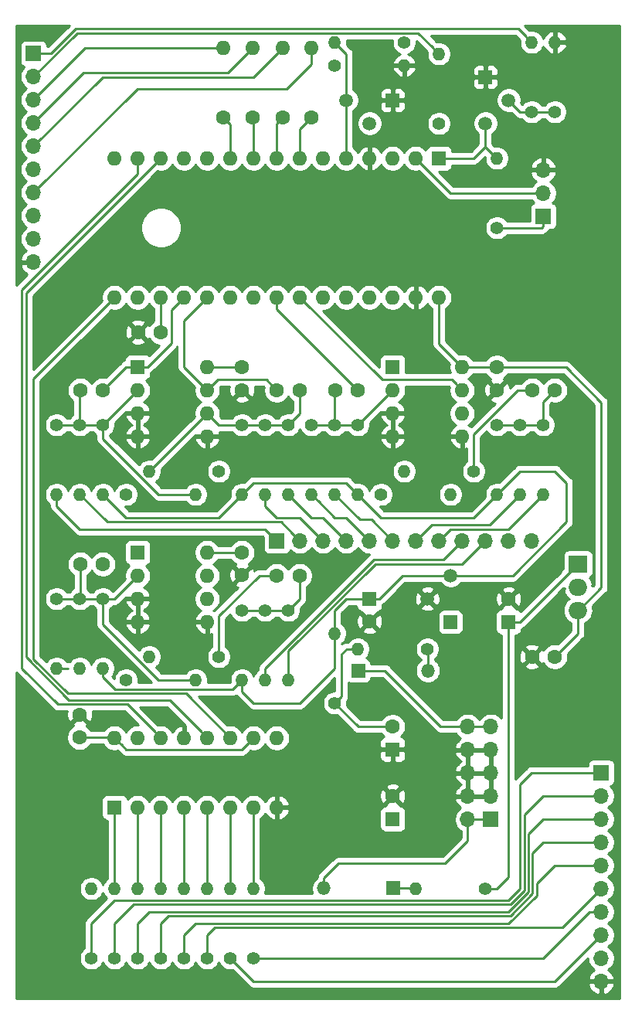
<source format=gbr>
G04 #@! TF.GenerationSoftware,KiCad,Pcbnew,(5.1.6)-1*
G04 #@! TF.CreationDate,2021-08-06T14:07:39+02:00*
G04 #@! TF.ProjectId,NanoGris,4e616e6f-4772-4697-932e-6b696361645f,rev?*
G04 #@! TF.SameCoordinates,Original*
G04 #@! TF.FileFunction,Copper,L2,Bot*
G04 #@! TF.FilePolarity,Positive*
%FSLAX46Y46*%
G04 Gerber Fmt 4.6, Leading zero omitted, Abs format (unit mm)*
G04 Created by KiCad (PCBNEW (5.1.6)-1) date 2021-08-06 14:07:39*
%MOMM*%
%LPD*%
G01*
G04 APERTURE LIST*
G04 #@! TA.AperFunction,ComponentPad*
%ADD10C,1.600000*%
G04 #@! TD*
G04 #@! TA.AperFunction,ComponentPad*
%ADD11O,1.400000X1.400000*%
G04 #@! TD*
G04 #@! TA.AperFunction,ComponentPad*
%ADD12C,1.400000*%
G04 #@! TD*
G04 #@! TA.AperFunction,ComponentPad*
%ADD13O,1.600000X1.600000*%
G04 #@! TD*
G04 #@! TA.AperFunction,ComponentPad*
%ADD14O,1.500000X1.500000*%
G04 #@! TD*
G04 #@! TA.AperFunction,ComponentPad*
%ADD15R,1.500000X1.500000*%
G04 #@! TD*
G04 #@! TA.AperFunction,ComponentPad*
%ADD16R,1.600000X1.600000*%
G04 #@! TD*
G04 #@! TA.AperFunction,ComponentPad*
%ADD17C,1.500000*%
G04 #@! TD*
G04 #@! TA.AperFunction,ComponentPad*
%ADD18O,1.700000X1.700000*%
G04 #@! TD*
G04 #@! TA.AperFunction,ComponentPad*
%ADD19R,1.700000X1.700000*%
G04 #@! TD*
G04 #@! TA.AperFunction,ComponentPad*
%ADD20O,2.000000X1.905000*%
G04 #@! TD*
G04 #@! TA.AperFunction,ComponentPad*
%ADD21R,2.000000X1.905000*%
G04 #@! TD*
G04 #@! TA.AperFunction,Conductor*
%ADD22C,0.250000*%
G04 #@! TD*
G04 #@! TA.AperFunction,Conductor*
%ADD23C,0.254000*%
G04 #@! TD*
G04 APERTURE END LIST*
D10*
X154940000Y-58420000D03*
X154940000Y-55920000D03*
D11*
X139700000Y-69850000D03*
D12*
X139700000Y-62230000D03*
D11*
X116840000Y-67310000D03*
D12*
X124460000Y-67310000D03*
D11*
X109220000Y-69850000D03*
D12*
X109220000Y-62230000D03*
D13*
X124968000Y-20955000D03*
D10*
X124968000Y-28575000D03*
D14*
X147370800Y-89154000D03*
D15*
X139750800Y-89154000D03*
D11*
X113030000Y-113030000D03*
D12*
X113030000Y-120650000D03*
D11*
X146050000Y-113030000D03*
D12*
X153670000Y-113030000D03*
D13*
X151130000Y-55880000D03*
X143510000Y-63500000D03*
X151130000Y-58420000D03*
X143510000Y-60960000D03*
X151130000Y-60960000D03*
X143510000Y-58420000D03*
X151130000Y-63500000D03*
D16*
X143510000Y-55880000D03*
D15*
X143510000Y-26670000D03*
D17*
X138430000Y-26670000D03*
X140970000Y-29210000D03*
D11*
X139700000Y-86791800D03*
D12*
X147320000Y-86791800D03*
D15*
X153670000Y-24130000D03*
D17*
X153670000Y-29210000D03*
X156210000Y-26670000D03*
D10*
X161290000Y-58420000D03*
X158790000Y-58420000D03*
D18*
X151739600Y-95300800D03*
X154279600Y-95300800D03*
X151739600Y-97840800D03*
X154279600Y-97840800D03*
X151739600Y-100380800D03*
X154279600Y-100380800D03*
X151739600Y-102920800D03*
X154279600Y-102920800D03*
X151739600Y-105460800D03*
D19*
X154279600Y-105460800D03*
D11*
X154940000Y-69850000D03*
D12*
X154940000Y-62230000D03*
D10*
X137200000Y-58420000D03*
X139700000Y-58420000D03*
X109260000Y-58420000D03*
X111760000Y-58420000D03*
D13*
X134594600Y-20955000D03*
D10*
X134594600Y-28575000D03*
D11*
X110490000Y-113030000D03*
D12*
X110490000Y-120650000D03*
D11*
X134620000Y-69850000D03*
D12*
X134620000Y-62230000D03*
D10*
X143510000Y-95290000D03*
D16*
X143510000Y-97790000D03*
D10*
X140970000Y-83780000D03*
D16*
X140970000Y-81280000D03*
D11*
X137160000Y-85090000D03*
D12*
X137160000Y-92710000D03*
D13*
X123190000Y-76200000D03*
X115570000Y-83820000D03*
X123190000Y-78740000D03*
X115570000Y-81280000D03*
X123190000Y-81280000D03*
X115570000Y-78740000D03*
X123190000Y-83820000D03*
D16*
X115570000Y-76200000D03*
D11*
X137160000Y-69850000D03*
D12*
X137160000Y-62230000D03*
D15*
X149860000Y-83820000D03*
D17*
X149860000Y-78740000D03*
X147320000Y-81280000D03*
D11*
X111760000Y-69850000D03*
D12*
X111760000Y-62230000D03*
D18*
X158750000Y-74930000D03*
X156210000Y-74930000D03*
X153670000Y-74930000D03*
X151130000Y-74930000D03*
X148590000Y-74930000D03*
X146050000Y-74930000D03*
X143510000Y-74930000D03*
X140970000Y-74930000D03*
X138430000Y-74930000D03*
X135890000Y-74930000D03*
X133350000Y-74930000D03*
D19*
X130810000Y-74930000D03*
D18*
X166370000Y-123190000D03*
X166370000Y-120650000D03*
X166370000Y-118110000D03*
X166370000Y-115570000D03*
X166370000Y-113030000D03*
X166370000Y-110490000D03*
X166370000Y-107950000D03*
X166370000Y-105410000D03*
X166370000Y-102870000D03*
D19*
X166370000Y-100330000D03*
D18*
X104140000Y-44400000D03*
X104140000Y-41860000D03*
X104140000Y-39320000D03*
X104140000Y-36780000D03*
X104140000Y-34240000D03*
X104140000Y-31700000D03*
X104140000Y-29160000D03*
X104140000Y-26620000D03*
X104140000Y-24080000D03*
D19*
X104140000Y-21540000D03*
D11*
X132080000Y-69850000D03*
D12*
X132080000Y-62230000D03*
D11*
X121920000Y-69850000D03*
D12*
X114300000Y-69850000D03*
D10*
X158790000Y-87630000D03*
X161290000Y-87630000D03*
X156210000Y-81320000D03*
D16*
X156210000Y-83820000D03*
D13*
X113030000Y-48260000D03*
X113030000Y-33020000D03*
X148590000Y-48260000D03*
X115570000Y-33020000D03*
X146050000Y-48260000D03*
X118110000Y-33020000D03*
X143510000Y-48260000D03*
X120650000Y-33020000D03*
X140970000Y-48260000D03*
X123190000Y-33020000D03*
X138430000Y-48260000D03*
X125730000Y-33020000D03*
X135890000Y-48260000D03*
X128270000Y-33020000D03*
X133350000Y-48260000D03*
X130810000Y-33020000D03*
X130810000Y-48260000D03*
X133350000Y-33020000D03*
X128270000Y-48260000D03*
X135890000Y-33020000D03*
X125730000Y-48260000D03*
X138430000Y-33020000D03*
X123190000Y-48260000D03*
X140970000Y-33020000D03*
X120650000Y-48260000D03*
X143510000Y-33020000D03*
X118110000Y-48260000D03*
X146050000Y-33020000D03*
X115570000Y-48260000D03*
D16*
X148590000Y-33020000D03*
D13*
X123190000Y-55880000D03*
X115570000Y-63500000D03*
X123190000Y-58420000D03*
X115570000Y-60960000D03*
X123190000Y-60960000D03*
X115570000Y-58420000D03*
X123190000Y-63500000D03*
D16*
X115570000Y-55880000D03*
D11*
X148590000Y-21590000D03*
D12*
X148590000Y-29210000D03*
D11*
X129540000Y-90170000D03*
D12*
X129540000Y-82550000D03*
D11*
X161290000Y-20320000D03*
D12*
X161290000Y-27940000D03*
D11*
X109220000Y-88900000D03*
D12*
X109220000Y-81280000D03*
D10*
X127000000Y-58420000D03*
X127000000Y-55920000D03*
D11*
X111760000Y-88900000D03*
D12*
X111760000Y-81280000D03*
D11*
X120650000Y-113030000D03*
D12*
X120650000Y-120650000D03*
D11*
X127000000Y-69850000D03*
D12*
X127000000Y-62230000D03*
D11*
X121920000Y-90170000D03*
D12*
X114300000Y-90170000D03*
D11*
X106680000Y-88900000D03*
D12*
X106680000Y-81280000D03*
D11*
X125730000Y-113030000D03*
D12*
X125730000Y-120650000D03*
D11*
X132080000Y-90170000D03*
D12*
X132080000Y-82550000D03*
D11*
X127000000Y-90170000D03*
D12*
X127000000Y-82550000D03*
D10*
X133310000Y-58420000D03*
X130810000Y-58420000D03*
D11*
X118110000Y-113030000D03*
D12*
X118110000Y-120650000D03*
D20*
X163830000Y-82550000D03*
X163830000Y-80010000D03*
D21*
X163830000Y-77470000D03*
D10*
X118110000Y-52070000D03*
X115610000Y-52070000D03*
D18*
X160020000Y-34290000D03*
X160020000Y-36830000D03*
D19*
X160020000Y-39370000D03*
D11*
X144780000Y-67310000D03*
D12*
X152400000Y-67310000D03*
D11*
X106680000Y-69850000D03*
D12*
X106680000Y-62230000D03*
D11*
X149860000Y-69850000D03*
D12*
X142240000Y-69850000D03*
D10*
X109260000Y-77470000D03*
X111760000Y-77470000D03*
X133310000Y-78740000D03*
X130810000Y-78740000D03*
X143510000Y-102910000D03*
D16*
X143510000Y-105410000D03*
D11*
X129540000Y-69850000D03*
D12*
X129540000Y-62230000D03*
D11*
X116840000Y-87630000D03*
D12*
X124460000Y-87630000D03*
D11*
X137160000Y-20320000D03*
D12*
X144780000Y-20320000D03*
D11*
X128270000Y-113030000D03*
D12*
X128270000Y-120650000D03*
D13*
X128193800Y-20955000D03*
D10*
X128193800Y-28575000D03*
D11*
X115570000Y-113030000D03*
D12*
X115570000Y-120650000D03*
D11*
X123190000Y-113030000D03*
D12*
X123190000Y-120650000D03*
D11*
X158750000Y-20320000D03*
D12*
X158750000Y-27940000D03*
D13*
X113030000Y-96520000D03*
X130810000Y-104140000D03*
X115570000Y-96520000D03*
X128270000Y-104140000D03*
X118110000Y-96520000D03*
X125730000Y-104140000D03*
X120650000Y-96520000D03*
X123190000Y-104140000D03*
X123190000Y-96520000D03*
X120650000Y-104140000D03*
X125730000Y-96520000D03*
X118110000Y-104140000D03*
X128270000Y-96520000D03*
X115570000Y-104140000D03*
X130810000Y-96520000D03*
D16*
X113030000Y-104140000D03*
D11*
X154940000Y-33020000D03*
D12*
X154940000Y-40640000D03*
D13*
X131445000Y-20955000D03*
D10*
X131445000Y-28575000D03*
D11*
X144780000Y-22860000D03*
D12*
X137160000Y-22860000D03*
D10*
X127000000Y-78700000D03*
X127000000Y-76200000D03*
D11*
X160020000Y-69850000D03*
D12*
X160020000Y-62230000D03*
D11*
X157480000Y-69850000D03*
D12*
X157480000Y-62230000D03*
D14*
X135991600Y-113004600D03*
D15*
X143611600Y-113004600D03*
D10*
X109220000Y-93980000D03*
X109220000Y-96480000D03*
D22*
X107908009Y-91645011D02*
X104140000Y-87877002D01*
X104140000Y-57150000D02*
X113030000Y-48260000D01*
X125730000Y-96520000D02*
X120855011Y-91645011D01*
X120855011Y-91645011D02*
X107908009Y-91645011D01*
X104140000Y-87877002D02*
X104140000Y-57150000D01*
X117310001Y-95720001D02*
X118110000Y-96520000D01*
X102870000Y-47409002D02*
X102870000Y-88900000D01*
X115570000Y-34709002D02*
X102870000Y-47409002D01*
X106824999Y-92854999D02*
X114444999Y-92854999D01*
X115570000Y-33020000D02*
X115570000Y-34709002D01*
X114444999Y-92854999D02*
X117310001Y-95720001D01*
X102870000Y-88900000D02*
X106824999Y-92854999D01*
X151090000Y-102910000D02*
X151130000Y-102870000D01*
X108031577Y-92404989D02*
X119074989Y-92404989D01*
X122390001Y-95720001D02*
X123190000Y-96520000D01*
X103320010Y-47809990D02*
X103320010Y-87693422D01*
X119074989Y-92404989D02*
X122390001Y-95720001D01*
X118110000Y-33020000D02*
X103320010Y-47809990D01*
X103320010Y-87693422D02*
X108031577Y-92404989D01*
X104140000Y-26620000D02*
X109805000Y-20955000D01*
X109805000Y-20955000D02*
X124968000Y-20955000D01*
X109620010Y-23679990D02*
X125468810Y-23679990D01*
X125468810Y-23679990D02*
X128193800Y-20955000D01*
X104140000Y-29160000D02*
X109620010Y-23679990D01*
X152400000Y-63252998D02*
X157232998Y-58420000D01*
X157232998Y-58420000D02*
X157658630Y-58420000D01*
X152400000Y-67310000D02*
X152400000Y-63252998D01*
X142384999Y-57294999D02*
X150004999Y-57294999D01*
X150330001Y-57620001D02*
X151130000Y-58420000D01*
X157658630Y-58420000D02*
X158790000Y-58420000D01*
X150004999Y-57294999D02*
X150330001Y-57620001D01*
X133350000Y-48260000D02*
X142384999Y-57294999D01*
X104140000Y-31700000D02*
X111710000Y-24130000D01*
X128270000Y-24130000D02*
X131445000Y-20955000D01*
X111710000Y-24130000D02*
X128270000Y-24130000D01*
X130810000Y-48260000D02*
X130810000Y-49530000D01*
X130810000Y-49530000D02*
X139700000Y-58420000D01*
X115520000Y-25400000D02*
X131927600Y-25400000D01*
X131927600Y-25400000D02*
X134594600Y-22733000D01*
X134594600Y-22733000D02*
X134594600Y-20955000D01*
X104140000Y-36780000D02*
X115520000Y-25400000D01*
X128906410Y-78740000D02*
X124460000Y-83186410D01*
X124460000Y-86640051D02*
X124460000Y-87630000D01*
X124460000Y-83186410D02*
X124460000Y-86640051D01*
X130810000Y-78740000D02*
X128906410Y-78740000D01*
X138430000Y-26670000D02*
X138430000Y-21590000D01*
X138430000Y-21590000D02*
X137160000Y-20320000D01*
X138430000Y-26670000D02*
X138430000Y-33020000D01*
X130810000Y-58420000D02*
X129684999Y-57294999D01*
X124315001Y-57294999D02*
X123989999Y-57620001D01*
X129684999Y-57294999D02*
X124315001Y-57294999D01*
X120650000Y-55880000D02*
X123190000Y-58420000D01*
X120650000Y-50800000D02*
X120650000Y-55880000D01*
X123989999Y-57620001D02*
X123190000Y-58420000D01*
X123190000Y-48260000D02*
X120650000Y-50800000D01*
X115570000Y-55880000D02*
X114300000Y-55880000D01*
X119235001Y-49674999D02*
X119235001Y-53264999D01*
X114300000Y-55880000D02*
X111760000Y-58420000D01*
X119235001Y-53264999D02*
X116620000Y-55880000D01*
X116620000Y-55880000D02*
X115570000Y-55880000D01*
X120650000Y-48260000D02*
X119235001Y-49674999D01*
X118110000Y-48260000D02*
X118110000Y-52070000D01*
X149860000Y-36830000D02*
X146050000Y-33020000D01*
X160020000Y-36830000D02*
X149860000Y-36830000D01*
X153670000Y-29210000D02*
X153670000Y-31750000D01*
X152400000Y-33020000D02*
X148590000Y-33020000D01*
X153670000Y-31750000D02*
X154940000Y-33020000D01*
X153670000Y-31750000D02*
X152400000Y-33020000D01*
X127000000Y-62230000D02*
X124460000Y-62230000D01*
X124460000Y-62230000D02*
X123190000Y-60960000D01*
X132080000Y-62230000D02*
X129540000Y-62230000D01*
X129540000Y-62230000D02*
X127000000Y-62230000D01*
X133310000Y-58420000D02*
X133310000Y-61000000D01*
X116840000Y-67310000D02*
X123190000Y-60960000D01*
X133310000Y-61000000D02*
X132080000Y-62230000D01*
X106680000Y-62230000D02*
X109220000Y-62230000D01*
X111760000Y-62230000D02*
X109220000Y-62230000D01*
X109220000Y-58460000D02*
X109260000Y-58420000D01*
X120930051Y-69850000D02*
X121920000Y-69850000D01*
X109220000Y-62230000D02*
X109220000Y-58460000D01*
X111760000Y-63747002D02*
X117862998Y-69850000D01*
X117862998Y-69850000D02*
X120930051Y-69850000D01*
X111760000Y-62230000D02*
X111760000Y-63747002D01*
X115570000Y-58420000D02*
X111760000Y-62230000D01*
X125974999Y-91195001D02*
X126300001Y-90869999D01*
X156679002Y-78740000D02*
X149860000Y-78740000D01*
X111760000Y-88900000D02*
X111760000Y-89889949D01*
X124460000Y-72390000D02*
X126300001Y-70549999D01*
X128270000Y-92710000D02*
X127000000Y-91440000D01*
X142020000Y-81280000D02*
X144560000Y-78740000D01*
X127000000Y-91440000D02*
X127000000Y-90170000D01*
X111760000Y-89889949D02*
X113065052Y-91195001D01*
X148799340Y-78740000D02*
X149860000Y-78740000D01*
X161290000Y-67310000D02*
X162560000Y-68580000D01*
X137160000Y-88900000D02*
X133350000Y-92710000D01*
X114300000Y-72390000D02*
X124460000Y-72390000D01*
X127699999Y-69150001D02*
X127000000Y-69850000D01*
X133350000Y-92710000D02*
X128270000Y-92710000D01*
X137160000Y-85090000D02*
X137160000Y-88900000D01*
X162560000Y-72859002D02*
X156679002Y-78740000D01*
X157480000Y-67310000D02*
X161290000Y-67310000D01*
X128270000Y-68580000D02*
X127699999Y-69150001D01*
X111760000Y-69850000D02*
X114300000Y-72390000D01*
X140970000Y-81280000D02*
X142020000Y-81280000D01*
X154940000Y-69850000D02*
X152400000Y-72390000D01*
X137160000Y-85090000D02*
X137160000Y-82550000D01*
X152400000Y-72390000D02*
X142240000Y-72390000D01*
X154940000Y-69850000D02*
X157480000Y-67310000D01*
X138430000Y-81280000D02*
X140970000Y-81280000D01*
X162560000Y-68580000D02*
X162560000Y-72859002D01*
X144560000Y-78740000D02*
X148799340Y-78740000D01*
X138430000Y-68580000D02*
X128270000Y-68580000D01*
X137160000Y-82550000D02*
X138430000Y-81280000D01*
X139700000Y-69850000D02*
X138430000Y-68580000D01*
X126300001Y-90869999D02*
X127000000Y-90170000D01*
X142240000Y-72390000D02*
X139700000Y-69850000D01*
X113065052Y-91195001D02*
X125974999Y-91195001D01*
X126300001Y-70549999D02*
X127000000Y-69850000D01*
X133310000Y-78740000D02*
X133310000Y-81320000D01*
X133310000Y-81320000D02*
X132080000Y-82550000D01*
X129540000Y-82550000D02*
X127000000Y-82550000D01*
X132080000Y-82550000D02*
X129540000Y-82550000D01*
X109220000Y-81280000D02*
X106680000Y-81280000D01*
X120930051Y-90170000D02*
X121920000Y-90170000D01*
X111760000Y-81280000D02*
X113030000Y-81280000D01*
X109260000Y-81240000D02*
X109220000Y-81280000D01*
X111760000Y-81280000D02*
X111760000Y-84067002D01*
X117862998Y-90170000D02*
X120930051Y-90170000D01*
X113030000Y-81280000D02*
X115570000Y-78740000D01*
X109220000Y-81280000D02*
X111760000Y-81280000D01*
X109260000Y-77470000D02*
X109260000Y-81240000D01*
X111760000Y-84067002D02*
X117862998Y-90170000D01*
X154940000Y-62230000D02*
X157480000Y-62230000D01*
X157480000Y-62230000D02*
X160020000Y-62230000D01*
X160020000Y-59690000D02*
X161290000Y-58420000D01*
X160020000Y-62230000D02*
X160020000Y-59690000D01*
X134620000Y-62230000D02*
X137160000Y-62230000D01*
X139700000Y-62230000D02*
X137160000Y-62230000D01*
X137160000Y-62230000D02*
X137160000Y-58460000D01*
X143510000Y-58420000D02*
X139700000Y-62230000D01*
X135890000Y-62230000D02*
X139700000Y-62230000D01*
X137160000Y-58460000D02*
X137200000Y-58420000D01*
X132080000Y-90170000D02*
X132080000Y-86993590D01*
X132080000Y-86993590D02*
X141603590Y-77470000D01*
X141603590Y-77470000D02*
X151130000Y-77470000D01*
X151130000Y-77470000D02*
X153670000Y-74930000D01*
X137160000Y-72390000D02*
X135319999Y-70549999D01*
X140970000Y-74930000D02*
X138430000Y-72390000D01*
X138430000Y-72390000D02*
X137160000Y-72390000D01*
X135319999Y-70549999D02*
X134620000Y-69850000D01*
X149040010Y-77019990D02*
X141417189Y-77019991D01*
X141417189Y-77019991D02*
X129540000Y-88897180D01*
X129540000Y-89180051D02*
X129540000Y-90170000D01*
X151130000Y-74930000D02*
X149040010Y-77019990D01*
X129540000Y-88897180D02*
X129540000Y-89180051D01*
X139886400Y-72576400D02*
X141156400Y-72576400D01*
X141156400Y-72576400D02*
X143510000Y-74930000D01*
X137160000Y-69850000D02*
X139886400Y-72576400D01*
X106680000Y-88900000D02*
X107950000Y-88900000D01*
X129540000Y-73660000D02*
X109220000Y-73660000D01*
X109220000Y-73660000D02*
X106680000Y-71120000D01*
X106680000Y-71120000D02*
X106680000Y-69850000D01*
X130810000Y-74930000D02*
X129540000Y-73660000D01*
X138430000Y-74930000D02*
X135890000Y-72390000D01*
X135890000Y-72390000D02*
X134620000Y-72390000D01*
X134620000Y-72390000D02*
X132080000Y-69850000D01*
X104140000Y-21540000D02*
X106043590Y-21540000D01*
X108738601Y-18844989D02*
X157274989Y-18844989D01*
X158050001Y-19620001D02*
X158750000Y-20320000D01*
X106043590Y-21540000D02*
X108738601Y-18844989D01*
X157274989Y-18844989D02*
X158050001Y-19620001D01*
X104140000Y-24080000D02*
X108925001Y-19294999D01*
X147890001Y-20890001D02*
X148590000Y-21590000D01*
X146294999Y-19294999D02*
X147890001Y-20890001D01*
X108925001Y-19294999D02*
X146294999Y-19294999D01*
X130810000Y-72390000D02*
X129540000Y-71120000D01*
X133350000Y-72390000D02*
X130810000Y-72390000D01*
X135890000Y-74930000D02*
X133350000Y-72390000D01*
X129540000Y-71120000D02*
X129540000Y-69850000D01*
X112210010Y-72840010D02*
X131260010Y-72840010D01*
X132500001Y-74080001D02*
X133350000Y-74930000D01*
X131260010Y-72840010D02*
X132500001Y-74080001D01*
X109220000Y-69850000D02*
X112210010Y-72840010D01*
X146899999Y-74080001D02*
X146050000Y-74930000D01*
X147770010Y-73209990D02*
X146899999Y-74080001D01*
X154120010Y-73209990D02*
X147770010Y-73209990D01*
X157480000Y-69850000D02*
X154120010Y-73209990D01*
X148590000Y-74930000D02*
X149860000Y-73660000D01*
X156210000Y-73660000D02*
X160020000Y-69850000D01*
X149860000Y-73660000D02*
X156210000Y-73660000D01*
X162580000Y-78720000D02*
X162580000Y-78672500D01*
X154940000Y-113030000D02*
X153670000Y-113030000D01*
X156210000Y-111760000D02*
X154940000Y-113030000D01*
X162580000Y-78672500D02*
X163782500Y-77470000D01*
X156210000Y-83820000D02*
X156210000Y-111760000D01*
X156210000Y-83820000D02*
X157480000Y-83820000D01*
X157480000Y-83820000D02*
X162580000Y-78720000D01*
X163782500Y-77470000D02*
X163830000Y-77470000D01*
X139740000Y-95290000D02*
X137160000Y-92710000D01*
X143510000Y-95290000D02*
X139740000Y-95290000D01*
X137922000Y-91948000D02*
X137160000Y-92710000D01*
X137922000Y-87325200D02*
X137922000Y-91948000D01*
X138455400Y-86791800D02*
X137922000Y-87325200D01*
X139700000Y-86791800D02*
X138455400Y-86791800D01*
X137591800Y-110261400D02*
X135991600Y-111861600D01*
X135991600Y-111861600D02*
X135991600Y-113004600D01*
X149275800Y-110261400D02*
X137591800Y-110261400D01*
X151739600Y-105460800D02*
X151739600Y-107797600D01*
X151739600Y-107797600D02*
X149275800Y-110261400D01*
X154279600Y-105460800D02*
X151739600Y-105460800D01*
X143611600Y-113004600D02*
X146024600Y-113004600D01*
X146024600Y-113004600D02*
X146050000Y-113030000D01*
X147370800Y-89154000D02*
X147370800Y-86842600D01*
X147370800Y-86842600D02*
X147320000Y-86791800D01*
X151739600Y-95300800D02*
X154279600Y-95300800D01*
X151688800Y-95250000D02*
X151739600Y-95300800D01*
X148767800Y-95250000D02*
X151688800Y-95250000D01*
X142671800Y-89154000D02*
X148767800Y-95250000D01*
X139750800Y-89154000D02*
X142671800Y-89154000D01*
X158750000Y-27940000D02*
X157480000Y-27940000D01*
X157480000Y-27940000D02*
X156210000Y-26670000D01*
X158750000Y-27940000D02*
X161290000Y-27940000D01*
X110490000Y-116840000D02*
X113030000Y-114300000D01*
X110490000Y-120650000D02*
X110490000Y-116840000D01*
X156210000Y-114300000D02*
X157480000Y-113030000D01*
X157480000Y-101600000D02*
X158750000Y-100330000D01*
X157480000Y-113030000D02*
X157480000Y-101600000D01*
X158750000Y-100330000D02*
X166370000Y-100330000D01*
X113030000Y-114300000D02*
X156210000Y-114300000D01*
X113030000Y-113030000D02*
X113030000Y-104140000D01*
X157930010Y-113216400D02*
X156396400Y-114750010D01*
X115119990Y-114750010D02*
X113030000Y-116840000D01*
X157930010Y-104959990D02*
X157930010Y-113216400D01*
X160020000Y-102870000D02*
X157930010Y-104959990D01*
X166370000Y-102870000D02*
X160020000Y-102870000D01*
X113030000Y-116840000D02*
X113030000Y-120650000D01*
X156396400Y-114750010D02*
X115119990Y-114750010D01*
X115570000Y-104140000D02*
X115570000Y-113030000D01*
X116840000Y-115570000D02*
X115570000Y-116840000D01*
X115570000Y-119660051D02*
X115570000Y-120650000D01*
X115570000Y-116840000D02*
X115570000Y-119660051D01*
X156212820Y-115570000D02*
X116840000Y-115570000D01*
X166370000Y-105410000D02*
X160020000Y-105410000D01*
X160020000Y-105410000D02*
X158380020Y-107049980D01*
X158380020Y-107049980D02*
X158380019Y-113402801D01*
X158380019Y-113402801D02*
X156212820Y-115570000D01*
X118110000Y-113030000D02*
X118110000Y-104140000D01*
X118929990Y-116020010D02*
X118110000Y-116840000D01*
X156399220Y-116020010D02*
X118929990Y-116020010D01*
X118110000Y-116840000D02*
X118110000Y-120650000D01*
X158830028Y-113589202D02*
X156399220Y-116020010D01*
X166370000Y-107950000D02*
X160020000Y-107950000D01*
X158830029Y-109139971D02*
X158830028Y-113589202D01*
X160020000Y-107950000D02*
X158830029Y-109139971D01*
X120650000Y-104140000D02*
X120650000Y-113030000D01*
X161290000Y-110490000D02*
X159280038Y-112499962D01*
X156215640Y-116840000D02*
X121920000Y-116840000D01*
X159280038Y-112499962D02*
X159280037Y-113775603D01*
X166370000Y-110490000D02*
X161290000Y-110490000D01*
X121920000Y-116840000D02*
X120650000Y-118110000D01*
X159280037Y-113775603D02*
X156215640Y-116840000D01*
X120650000Y-118110000D02*
X120650000Y-120650000D01*
X123190000Y-113030000D02*
X123190000Y-104140000D01*
X166370000Y-113030000D02*
X162109990Y-117290010D01*
X162109990Y-117290010D02*
X124009990Y-117290010D01*
X123190000Y-118110000D02*
X123190000Y-120650000D01*
X124009990Y-117290010D02*
X123190000Y-118110000D01*
X125730000Y-104140000D02*
X125730000Y-113030000D01*
X161290000Y-123190000D02*
X128270000Y-123190000D01*
X166370000Y-118110000D02*
X161290000Y-123190000D01*
X128270000Y-123190000D02*
X125730000Y-120650000D01*
X128270000Y-113030000D02*
X128270000Y-104140000D01*
X160020000Y-120650000D02*
X128270000Y-120650000D01*
X165100000Y-115570000D02*
X160020000Y-120650000D01*
X166370000Y-115570000D02*
X165100000Y-115570000D01*
X125730000Y-33020000D02*
X125730000Y-29337000D01*
X125730000Y-29337000D02*
X124968000Y-28575000D01*
X128270000Y-28651200D02*
X128193800Y-28575000D01*
X128270000Y-33020000D02*
X128270000Y-28651200D01*
X130810000Y-33020000D02*
X130810000Y-29210000D01*
X130810000Y-29210000D02*
X131445000Y-28575000D01*
X133350000Y-29819600D02*
X134594600Y-28575000D01*
X133350000Y-33020000D02*
X133350000Y-29819600D01*
X114300000Y-97790000D02*
X113829999Y-97319999D01*
X154900000Y-55880000D02*
X154940000Y-55920000D01*
X148590000Y-53340000D02*
X151130000Y-55880000D01*
X166370000Y-59770000D02*
X166370000Y-80057500D01*
X159850000Y-40640000D02*
X160020000Y-40470000D01*
X123190000Y-55880000D02*
X126960000Y-55880000D01*
X163877500Y-82550000D02*
X163830000Y-82550000D01*
X160020000Y-40470000D02*
X160020000Y-39370000D01*
X148590000Y-48260000D02*
X148590000Y-53340000D01*
X163830000Y-82550000D02*
X163830000Y-85090000D01*
X128270000Y-96520000D02*
X127000000Y-97790000D01*
X126960000Y-55880000D02*
X127000000Y-55920000D01*
X166370000Y-80057500D02*
X163877500Y-82550000D01*
X162520000Y-55920000D02*
X166370000Y-59770000D01*
X163830000Y-85090000D02*
X161290000Y-87630000D01*
X127000000Y-97790000D02*
X114300000Y-97790000D01*
X154940000Y-55920000D02*
X162520000Y-55920000D01*
X113829999Y-97319999D02*
X113030000Y-96520000D01*
X127000000Y-76200000D02*
X123190000Y-76200000D01*
X154940000Y-40640000D02*
X159850000Y-40640000D01*
X112990000Y-96480000D02*
X113030000Y-96520000D01*
X109220000Y-96480000D02*
X112990000Y-96480000D01*
X151130000Y-55880000D02*
X154900000Y-55880000D01*
D23*
G36*
X168340000Y-125070000D02*
G01*
X102260000Y-125070000D01*
X102260000Y-101917298D01*
X142696903Y-101917298D01*
X143510000Y-102730395D01*
X144323097Y-101917298D01*
X144251514Y-101673329D01*
X143996004Y-101552429D01*
X143721816Y-101483700D01*
X143439488Y-101469783D01*
X143159870Y-101511213D01*
X142893708Y-101606397D01*
X142768486Y-101673329D01*
X142696903Y-101917298D01*
X102260000Y-101917298D01*
X102260000Y-100737690D01*
X150298124Y-100737690D01*
X150342775Y-100884899D01*
X150467959Y-101147720D01*
X150642012Y-101381069D01*
X150858245Y-101575978D01*
X150983855Y-101650800D01*
X150858245Y-101725622D01*
X150642012Y-101920531D01*
X150467959Y-102153880D01*
X150342775Y-102416701D01*
X150298124Y-102563910D01*
X150419445Y-102793800D01*
X151612600Y-102793800D01*
X151612600Y-100507800D01*
X151866600Y-100507800D01*
X151866600Y-102793800D01*
X154152600Y-102793800D01*
X154152600Y-100507800D01*
X151866600Y-100507800D01*
X151612600Y-100507800D01*
X150419445Y-100507800D01*
X150298124Y-100737690D01*
X102260000Y-100737690D01*
X102260000Y-98590000D01*
X142071928Y-98590000D01*
X142084188Y-98714482D01*
X142120498Y-98834180D01*
X142179463Y-98944494D01*
X142258815Y-99041185D01*
X142355506Y-99120537D01*
X142465820Y-99179502D01*
X142585518Y-99215812D01*
X142710000Y-99228072D01*
X143224250Y-99225000D01*
X143383000Y-99066250D01*
X143383000Y-97917000D01*
X143637000Y-97917000D01*
X143637000Y-99066250D01*
X143795750Y-99225000D01*
X144310000Y-99228072D01*
X144434482Y-99215812D01*
X144554180Y-99179502D01*
X144664494Y-99120537D01*
X144761185Y-99041185D01*
X144840537Y-98944494D01*
X144899502Y-98834180D01*
X144935812Y-98714482D01*
X144948072Y-98590000D01*
X144945729Y-98197690D01*
X150298124Y-98197690D01*
X150342775Y-98344899D01*
X150467959Y-98607720D01*
X150642012Y-98841069D01*
X150858245Y-99035978D01*
X150983855Y-99110800D01*
X150858245Y-99185622D01*
X150642012Y-99380531D01*
X150467959Y-99613880D01*
X150342775Y-99876701D01*
X150298124Y-100023910D01*
X150419445Y-100253800D01*
X151612600Y-100253800D01*
X151612600Y-97967800D01*
X151866600Y-97967800D01*
X151866600Y-100253800D01*
X154152600Y-100253800D01*
X154152600Y-97967800D01*
X151866600Y-97967800D01*
X151612600Y-97967800D01*
X150419445Y-97967800D01*
X150298124Y-98197690D01*
X144945729Y-98197690D01*
X144945000Y-98075750D01*
X144786250Y-97917000D01*
X143637000Y-97917000D01*
X143383000Y-97917000D01*
X142233750Y-97917000D01*
X142075000Y-98075750D01*
X142071928Y-98590000D01*
X102260000Y-98590000D01*
X102260000Y-89354706D01*
X102330000Y-89440001D01*
X102358998Y-89463799D01*
X106261199Y-93366001D01*
X106284998Y-93395000D01*
X106400723Y-93489973D01*
X106532752Y-93560545D01*
X106676013Y-93604002D01*
X106787666Y-93614999D01*
X106787675Y-93614999D01*
X106824998Y-93618675D01*
X106862321Y-93614999D01*
X107832098Y-93614999D01*
X107793700Y-93768184D01*
X107779783Y-94050512D01*
X107821213Y-94330130D01*
X107916397Y-94596292D01*
X107983329Y-94721514D01*
X108227298Y-94793097D01*
X109040395Y-93980000D01*
X109026253Y-93965858D01*
X109205858Y-93786253D01*
X109220000Y-93800395D01*
X109234143Y-93786253D01*
X109413748Y-93965858D01*
X109399605Y-93980000D01*
X110212702Y-94793097D01*
X110456671Y-94721514D01*
X110577571Y-94466004D01*
X110646300Y-94191816D01*
X110660217Y-93909488D01*
X110618787Y-93629870D01*
X110613469Y-93614999D01*
X114130198Y-93614999D01*
X115600198Y-95085000D01*
X115428665Y-95085000D01*
X115151426Y-95140147D01*
X114890273Y-95248320D01*
X114655241Y-95405363D01*
X114455363Y-95605241D01*
X114300000Y-95837759D01*
X114144637Y-95605241D01*
X113944759Y-95405363D01*
X113709727Y-95248320D01*
X113448574Y-95140147D01*
X113171335Y-95085000D01*
X112888665Y-95085000D01*
X112611426Y-95140147D01*
X112350273Y-95248320D01*
X112115241Y-95405363D01*
X111915363Y-95605241D01*
X111838684Y-95720000D01*
X110438043Y-95720000D01*
X110334637Y-95565241D01*
X110134759Y-95365363D01*
X109934131Y-95231308D01*
X109961514Y-95216671D01*
X110033097Y-94972702D01*
X109220000Y-94159605D01*
X108406903Y-94972702D01*
X108478486Y-95216671D01*
X108507341Y-95230324D01*
X108305241Y-95365363D01*
X108105363Y-95565241D01*
X107948320Y-95800273D01*
X107840147Y-96061426D01*
X107785000Y-96338665D01*
X107785000Y-96621335D01*
X107840147Y-96898574D01*
X107948320Y-97159727D01*
X108105363Y-97394759D01*
X108305241Y-97594637D01*
X108540273Y-97751680D01*
X108801426Y-97859853D01*
X109078665Y-97915000D01*
X109361335Y-97915000D01*
X109638574Y-97859853D01*
X109899727Y-97751680D01*
X110134759Y-97594637D01*
X110334637Y-97394759D01*
X110438043Y-97240000D01*
X111785229Y-97240000D01*
X111915363Y-97434759D01*
X112115241Y-97634637D01*
X112350273Y-97791680D01*
X112611426Y-97899853D01*
X112888665Y-97955000D01*
X113171335Y-97955000D01*
X113353887Y-97918688D01*
X113736196Y-98300997D01*
X113759999Y-98330001D01*
X113875724Y-98424974D01*
X114007753Y-98495546D01*
X114151014Y-98539003D01*
X114262667Y-98550000D01*
X114262675Y-98550000D01*
X114300000Y-98553676D01*
X114337325Y-98550000D01*
X126962678Y-98550000D01*
X127000000Y-98553676D01*
X127037322Y-98550000D01*
X127037333Y-98550000D01*
X127148986Y-98539003D01*
X127292247Y-98495546D01*
X127424276Y-98424974D01*
X127540001Y-98330001D01*
X127563804Y-98300997D01*
X127946114Y-97918688D01*
X128128665Y-97955000D01*
X128411335Y-97955000D01*
X128688574Y-97899853D01*
X128949727Y-97791680D01*
X129184759Y-97634637D01*
X129384637Y-97434759D01*
X129540000Y-97202241D01*
X129695363Y-97434759D01*
X129895241Y-97634637D01*
X130130273Y-97791680D01*
X130391426Y-97899853D01*
X130668665Y-97955000D01*
X130951335Y-97955000D01*
X131228574Y-97899853D01*
X131489727Y-97791680D01*
X131724759Y-97634637D01*
X131924637Y-97434759D01*
X132081680Y-97199727D01*
X132189853Y-96938574D01*
X132245000Y-96661335D01*
X132245000Y-96378665D01*
X132189853Y-96101426D01*
X132081680Y-95840273D01*
X131924637Y-95605241D01*
X131724759Y-95405363D01*
X131489727Y-95248320D01*
X131228574Y-95140147D01*
X130951335Y-95085000D01*
X130668665Y-95085000D01*
X130391426Y-95140147D01*
X130130273Y-95248320D01*
X129895241Y-95405363D01*
X129695363Y-95605241D01*
X129540000Y-95837759D01*
X129384637Y-95605241D01*
X129184759Y-95405363D01*
X128949727Y-95248320D01*
X128688574Y-95140147D01*
X128411335Y-95085000D01*
X128128665Y-95085000D01*
X127851426Y-95140147D01*
X127590273Y-95248320D01*
X127355241Y-95405363D01*
X127155363Y-95605241D01*
X127000000Y-95837759D01*
X126844637Y-95605241D01*
X126644759Y-95405363D01*
X126409727Y-95248320D01*
X126148574Y-95140147D01*
X125871335Y-95085000D01*
X125588665Y-95085000D01*
X125406114Y-95121312D01*
X122239802Y-91955001D01*
X125937677Y-91955001D01*
X125974999Y-91958677D01*
X126012321Y-91955001D01*
X126012332Y-91955001D01*
X126123985Y-91944004D01*
X126267246Y-91900547D01*
X126358377Y-91851836D01*
X126365026Y-91864276D01*
X126389409Y-91893986D01*
X126459999Y-91980001D01*
X126489003Y-92003804D01*
X127706200Y-93221002D01*
X127729999Y-93250001D01*
X127845724Y-93344974D01*
X127977753Y-93415546D01*
X128121014Y-93459003D01*
X128232667Y-93470000D01*
X128232676Y-93470000D01*
X128269999Y-93473676D01*
X128307322Y-93470000D01*
X133312678Y-93470000D01*
X133350000Y-93473676D01*
X133387322Y-93470000D01*
X133387333Y-93470000D01*
X133498986Y-93459003D01*
X133642247Y-93415546D01*
X133774276Y-93344974D01*
X133890001Y-93250001D01*
X133913804Y-93220997D01*
X137162001Y-89972801D01*
X137162001Y-91375000D01*
X137028514Y-91375000D01*
X136770595Y-91426304D01*
X136527641Y-91526939D01*
X136308987Y-91673038D01*
X136123038Y-91858987D01*
X135976939Y-92077641D01*
X135876304Y-92320595D01*
X135825000Y-92578514D01*
X135825000Y-92841486D01*
X135876304Y-93099405D01*
X135976939Y-93342359D01*
X136123038Y-93561013D01*
X136308987Y-93746962D01*
X136527641Y-93893061D01*
X136770595Y-93993696D01*
X137028514Y-94045000D01*
X137291486Y-94045000D01*
X137398844Y-94023645D01*
X139176201Y-95801003D01*
X139199999Y-95830001D01*
X139228997Y-95853799D01*
X139315723Y-95924974D01*
X139418667Y-95979999D01*
X139447753Y-95995546D01*
X139591014Y-96039003D01*
X139702667Y-96050000D01*
X139702677Y-96050000D01*
X139740000Y-96053676D01*
X139777322Y-96050000D01*
X142291957Y-96050000D01*
X142395363Y-96204759D01*
X142561943Y-96371339D01*
X142465820Y-96400498D01*
X142355506Y-96459463D01*
X142258815Y-96538815D01*
X142179463Y-96635506D01*
X142120498Y-96745820D01*
X142084188Y-96865518D01*
X142071928Y-96990000D01*
X142075000Y-97504250D01*
X142233750Y-97663000D01*
X143383000Y-97663000D01*
X143383000Y-97643000D01*
X143637000Y-97643000D01*
X143637000Y-97663000D01*
X144786250Y-97663000D01*
X144945000Y-97504250D01*
X144948072Y-96990000D01*
X144935812Y-96865518D01*
X144899502Y-96745820D01*
X144840537Y-96635506D01*
X144761185Y-96538815D01*
X144664494Y-96459463D01*
X144554180Y-96400498D01*
X144458057Y-96371339D01*
X144624637Y-96204759D01*
X144781680Y-95969727D01*
X144889853Y-95708574D01*
X144945000Y-95431335D01*
X144945000Y-95148665D01*
X144889853Y-94871426D01*
X144781680Y-94610273D01*
X144624637Y-94375241D01*
X144424759Y-94175363D01*
X144189727Y-94018320D01*
X143928574Y-93910147D01*
X143651335Y-93855000D01*
X143368665Y-93855000D01*
X143091426Y-93910147D01*
X142830273Y-94018320D01*
X142595241Y-94175363D01*
X142395363Y-94375241D01*
X142291957Y-94530000D01*
X140054802Y-94530000D01*
X138473645Y-92948844D01*
X138495000Y-92841486D01*
X138495000Y-92578514D01*
X138474070Y-92473295D01*
X138556974Y-92372276D01*
X138627546Y-92240247D01*
X138671003Y-92096986D01*
X138682000Y-91985333D01*
X138682000Y-91985325D01*
X138685676Y-91948000D01*
X138682000Y-91910675D01*
X138682000Y-90453616D01*
X138756620Y-90493502D01*
X138876318Y-90529812D01*
X139000800Y-90542072D01*
X140500800Y-90542072D01*
X140625282Y-90529812D01*
X140744980Y-90493502D01*
X140855294Y-90434537D01*
X140951985Y-90355185D01*
X141031337Y-90258494D01*
X141090302Y-90148180D01*
X141126612Y-90028482D01*
X141137887Y-89914000D01*
X142356999Y-89914000D01*
X148204000Y-95761002D01*
X148227799Y-95790001D01*
X148256797Y-95813799D01*
X148343523Y-95884974D01*
X148446467Y-95939999D01*
X148475553Y-95955546D01*
X148618814Y-95999003D01*
X148730467Y-96010000D01*
X148730477Y-96010000D01*
X148767800Y-96013676D01*
X148805123Y-96010000D01*
X150427478Y-96010000D01*
X150586125Y-96247432D01*
X150792968Y-96454275D01*
X150975134Y-96575995D01*
X150858245Y-96645622D01*
X150642012Y-96840531D01*
X150467959Y-97073880D01*
X150342775Y-97336701D01*
X150298124Y-97483910D01*
X150419445Y-97713800D01*
X151612600Y-97713800D01*
X151612600Y-97693800D01*
X151866600Y-97693800D01*
X151866600Y-97713800D01*
X154152600Y-97713800D01*
X154152600Y-97693800D01*
X154406600Y-97693800D01*
X154406600Y-97713800D01*
X154426600Y-97713800D01*
X154426600Y-97967800D01*
X154406600Y-97967800D01*
X154406600Y-100253800D01*
X154426600Y-100253800D01*
X154426600Y-100507800D01*
X154406600Y-100507800D01*
X154406600Y-102793800D01*
X154426600Y-102793800D01*
X154426600Y-103047800D01*
X154406600Y-103047800D01*
X154406600Y-103067800D01*
X154152600Y-103067800D01*
X154152600Y-103047800D01*
X151866600Y-103047800D01*
X151866600Y-103067800D01*
X151612600Y-103067800D01*
X151612600Y-103047800D01*
X150419445Y-103047800D01*
X150298124Y-103277690D01*
X150342775Y-103424899D01*
X150467959Y-103687720D01*
X150642012Y-103921069D01*
X150858245Y-104115978D01*
X150975134Y-104185605D01*
X150792968Y-104307325D01*
X150586125Y-104514168D01*
X150423610Y-104757389D01*
X150311668Y-105027642D01*
X150254600Y-105314540D01*
X150254600Y-105607060D01*
X150311668Y-105893958D01*
X150423610Y-106164211D01*
X150586125Y-106407432D01*
X150792968Y-106614275D01*
X150979601Y-106738979D01*
X150979601Y-107482796D01*
X148960999Y-109501400D01*
X137629133Y-109501400D01*
X137591800Y-109497723D01*
X137554467Y-109501400D01*
X137442814Y-109512397D01*
X137299553Y-109555854D01*
X137167524Y-109626426D01*
X137051799Y-109721399D01*
X137028001Y-109750397D01*
X135480603Y-111297796D01*
X135451599Y-111321599D01*
X135396471Y-111388774D01*
X135356626Y-111437324D01*
X135340361Y-111467754D01*
X135286054Y-111569354D01*
X135242597Y-111712615D01*
X135231600Y-111824268D01*
X135231600Y-111824278D01*
X135229237Y-111848270D01*
X135108714Y-111928801D01*
X134915801Y-112121714D01*
X134764229Y-112348557D01*
X134659825Y-112600611D01*
X134606600Y-112868189D01*
X134606600Y-113141011D01*
X134659825Y-113408589D01*
X134714257Y-113540000D01*
X129503744Y-113540000D01*
X129553696Y-113419405D01*
X129605000Y-113161486D01*
X129605000Y-112898514D01*
X129553696Y-112640595D01*
X129453061Y-112397641D01*
X129306962Y-112178987D01*
X129121013Y-111993038D01*
X129030000Y-111932225D01*
X129030000Y-105358043D01*
X129184759Y-105254637D01*
X129384637Y-105054759D01*
X129541680Y-104819727D01*
X129546067Y-104809135D01*
X129657615Y-104995131D01*
X129846586Y-105203519D01*
X130072580Y-105371037D01*
X130326913Y-105491246D01*
X130460961Y-105531904D01*
X130683000Y-105409915D01*
X130683000Y-104267000D01*
X130937000Y-104267000D01*
X130937000Y-105409915D01*
X131159039Y-105531904D01*
X131293087Y-105491246D01*
X131547420Y-105371037D01*
X131773414Y-105203519D01*
X131962385Y-104995131D01*
X132107070Y-104753881D01*
X132158593Y-104610000D01*
X142071928Y-104610000D01*
X142071928Y-106210000D01*
X142084188Y-106334482D01*
X142120498Y-106454180D01*
X142179463Y-106564494D01*
X142258815Y-106661185D01*
X142355506Y-106740537D01*
X142465820Y-106799502D01*
X142585518Y-106835812D01*
X142710000Y-106848072D01*
X144310000Y-106848072D01*
X144434482Y-106835812D01*
X144554180Y-106799502D01*
X144664494Y-106740537D01*
X144761185Y-106661185D01*
X144840537Y-106564494D01*
X144899502Y-106454180D01*
X144935812Y-106334482D01*
X144948072Y-106210000D01*
X144948072Y-104610000D01*
X144935812Y-104485518D01*
X144899502Y-104365820D01*
X144840537Y-104255506D01*
X144761185Y-104158815D01*
X144664494Y-104079463D01*
X144554180Y-104020498D01*
X144434482Y-103984188D01*
X144310000Y-103971928D01*
X144302785Y-103971928D01*
X144323097Y-103902702D01*
X143510000Y-103089605D01*
X142696903Y-103902702D01*
X142717215Y-103971928D01*
X142710000Y-103971928D01*
X142585518Y-103984188D01*
X142465820Y-104020498D01*
X142355506Y-104079463D01*
X142258815Y-104158815D01*
X142179463Y-104255506D01*
X142120498Y-104365820D01*
X142084188Y-104485518D01*
X142071928Y-104610000D01*
X132158593Y-104610000D01*
X132201909Y-104489040D01*
X132080624Y-104267000D01*
X130937000Y-104267000D01*
X130683000Y-104267000D01*
X130663000Y-104267000D01*
X130663000Y-104013000D01*
X130683000Y-104013000D01*
X130683000Y-102870085D01*
X130937000Y-102870085D01*
X130937000Y-104013000D01*
X132080624Y-104013000D01*
X132201909Y-103790960D01*
X132107070Y-103526119D01*
X131962385Y-103284869D01*
X131773414Y-103076481D01*
X131643945Y-102980512D01*
X142069783Y-102980512D01*
X142111213Y-103260130D01*
X142206397Y-103526292D01*
X142273329Y-103651514D01*
X142517298Y-103723097D01*
X143330395Y-102910000D01*
X143689605Y-102910000D01*
X144502702Y-103723097D01*
X144746671Y-103651514D01*
X144867571Y-103396004D01*
X144936300Y-103121816D01*
X144950217Y-102839488D01*
X144908787Y-102559870D01*
X144813603Y-102293708D01*
X144746671Y-102168486D01*
X144502702Y-102096903D01*
X143689605Y-102910000D01*
X143330395Y-102910000D01*
X142517298Y-102096903D01*
X142273329Y-102168486D01*
X142152429Y-102423996D01*
X142083700Y-102698184D01*
X142069783Y-102980512D01*
X131643945Y-102980512D01*
X131547420Y-102908963D01*
X131293087Y-102788754D01*
X131159039Y-102748096D01*
X130937000Y-102870085D01*
X130683000Y-102870085D01*
X130460961Y-102748096D01*
X130326913Y-102788754D01*
X130072580Y-102908963D01*
X129846586Y-103076481D01*
X129657615Y-103284869D01*
X129546067Y-103470865D01*
X129541680Y-103460273D01*
X129384637Y-103225241D01*
X129184759Y-103025363D01*
X128949727Y-102868320D01*
X128688574Y-102760147D01*
X128411335Y-102705000D01*
X128128665Y-102705000D01*
X127851426Y-102760147D01*
X127590273Y-102868320D01*
X127355241Y-103025363D01*
X127155363Y-103225241D01*
X127000000Y-103457759D01*
X126844637Y-103225241D01*
X126644759Y-103025363D01*
X126409727Y-102868320D01*
X126148574Y-102760147D01*
X125871335Y-102705000D01*
X125588665Y-102705000D01*
X125311426Y-102760147D01*
X125050273Y-102868320D01*
X124815241Y-103025363D01*
X124615363Y-103225241D01*
X124460000Y-103457759D01*
X124304637Y-103225241D01*
X124104759Y-103025363D01*
X123869727Y-102868320D01*
X123608574Y-102760147D01*
X123331335Y-102705000D01*
X123048665Y-102705000D01*
X122771426Y-102760147D01*
X122510273Y-102868320D01*
X122275241Y-103025363D01*
X122075363Y-103225241D01*
X121920000Y-103457759D01*
X121764637Y-103225241D01*
X121564759Y-103025363D01*
X121329727Y-102868320D01*
X121068574Y-102760147D01*
X120791335Y-102705000D01*
X120508665Y-102705000D01*
X120231426Y-102760147D01*
X119970273Y-102868320D01*
X119735241Y-103025363D01*
X119535363Y-103225241D01*
X119380000Y-103457759D01*
X119224637Y-103225241D01*
X119024759Y-103025363D01*
X118789727Y-102868320D01*
X118528574Y-102760147D01*
X118251335Y-102705000D01*
X117968665Y-102705000D01*
X117691426Y-102760147D01*
X117430273Y-102868320D01*
X117195241Y-103025363D01*
X116995363Y-103225241D01*
X116840000Y-103457759D01*
X116684637Y-103225241D01*
X116484759Y-103025363D01*
X116249727Y-102868320D01*
X115988574Y-102760147D01*
X115711335Y-102705000D01*
X115428665Y-102705000D01*
X115151426Y-102760147D01*
X114890273Y-102868320D01*
X114655241Y-103025363D01*
X114456643Y-103223961D01*
X114455812Y-103215518D01*
X114419502Y-103095820D01*
X114360537Y-102985506D01*
X114281185Y-102888815D01*
X114184494Y-102809463D01*
X114074180Y-102750498D01*
X113954482Y-102714188D01*
X113830000Y-102701928D01*
X112230000Y-102701928D01*
X112105518Y-102714188D01*
X111985820Y-102750498D01*
X111875506Y-102809463D01*
X111778815Y-102888815D01*
X111699463Y-102985506D01*
X111640498Y-103095820D01*
X111604188Y-103215518D01*
X111591928Y-103340000D01*
X111591928Y-104940000D01*
X111604188Y-105064482D01*
X111640498Y-105184180D01*
X111699463Y-105294494D01*
X111778815Y-105391185D01*
X111875506Y-105470537D01*
X111985820Y-105529502D01*
X112105518Y-105565812D01*
X112230000Y-105578072D01*
X112270001Y-105578072D01*
X112270000Y-111932225D01*
X112178987Y-111993038D01*
X111993038Y-112178987D01*
X111846939Y-112397641D01*
X111760000Y-112607530D01*
X111673061Y-112397641D01*
X111526962Y-112178987D01*
X111341013Y-111993038D01*
X111122359Y-111846939D01*
X110879405Y-111746304D01*
X110621486Y-111695000D01*
X110358514Y-111695000D01*
X110100595Y-111746304D01*
X109857641Y-111846939D01*
X109638987Y-111993038D01*
X109453038Y-112178987D01*
X109306939Y-112397641D01*
X109206304Y-112640595D01*
X109155000Y-112898514D01*
X109155000Y-113161486D01*
X109206304Y-113419405D01*
X109306939Y-113662359D01*
X109453038Y-113881013D01*
X109638987Y-114066962D01*
X109857641Y-114213061D01*
X110100595Y-114313696D01*
X110358514Y-114365000D01*
X110621486Y-114365000D01*
X110879405Y-114313696D01*
X111122359Y-114213061D01*
X111341013Y-114066962D01*
X111526962Y-113881013D01*
X111673061Y-113662359D01*
X111760000Y-113452470D01*
X111846939Y-113662359D01*
X111993038Y-113881013D01*
X112178987Y-114066962D01*
X112184531Y-114070666D01*
X109978998Y-116276201D01*
X109950000Y-116299999D01*
X109926202Y-116328997D01*
X109926201Y-116328998D01*
X109855026Y-116415724D01*
X109784454Y-116547754D01*
X109773319Y-116584464D01*
X109740998Y-116691014D01*
X109730854Y-116794010D01*
X109726324Y-116840000D01*
X109730001Y-116877332D01*
X109730000Y-119552225D01*
X109638987Y-119613038D01*
X109453038Y-119798987D01*
X109306939Y-120017641D01*
X109206304Y-120260595D01*
X109155000Y-120518514D01*
X109155000Y-120781486D01*
X109206304Y-121039405D01*
X109306939Y-121282359D01*
X109453038Y-121501013D01*
X109638987Y-121686962D01*
X109857641Y-121833061D01*
X110100595Y-121933696D01*
X110358514Y-121985000D01*
X110621486Y-121985000D01*
X110879405Y-121933696D01*
X111122359Y-121833061D01*
X111341013Y-121686962D01*
X111526962Y-121501013D01*
X111673061Y-121282359D01*
X111760000Y-121072470D01*
X111846939Y-121282359D01*
X111993038Y-121501013D01*
X112178987Y-121686962D01*
X112397641Y-121833061D01*
X112640595Y-121933696D01*
X112898514Y-121985000D01*
X113161486Y-121985000D01*
X113419405Y-121933696D01*
X113662359Y-121833061D01*
X113881013Y-121686962D01*
X114066962Y-121501013D01*
X114213061Y-121282359D01*
X114300000Y-121072470D01*
X114386939Y-121282359D01*
X114533038Y-121501013D01*
X114718987Y-121686962D01*
X114937641Y-121833061D01*
X115180595Y-121933696D01*
X115438514Y-121985000D01*
X115701486Y-121985000D01*
X115959405Y-121933696D01*
X116202359Y-121833061D01*
X116421013Y-121686962D01*
X116606962Y-121501013D01*
X116753061Y-121282359D01*
X116840000Y-121072470D01*
X116926939Y-121282359D01*
X117073038Y-121501013D01*
X117258987Y-121686962D01*
X117477641Y-121833061D01*
X117720595Y-121933696D01*
X117978514Y-121985000D01*
X118241486Y-121985000D01*
X118499405Y-121933696D01*
X118742359Y-121833061D01*
X118961013Y-121686962D01*
X119146962Y-121501013D01*
X119293061Y-121282359D01*
X119380000Y-121072470D01*
X119466939Y-121282359D01*
X119613038Y-121501013D01*
X119798987Y-121686962D01*
X120017641Y-121833061D01*
X120260595Y-121933696D01*
X120518514Y-121985000D01*
X120781486Y-121985000D01*
X121039405Y-121933696D01*
X121282359Y-121833061D01*
X121501013Y-121686962D01*
X121686962Y-121501013D01*
X121833061Y-121282359D01*
X121920000Y-121072470D01*
X122006939Y-121282359D01*
X122153038Y-121501013D01*
X122338987Y-121686962D01*
X122557641Y-121833061D01*
X122800595Y-121933696D01*
X123058514Y-121985000D01*
X123321486Y-121985000D01*
X123579405Y-121933696D01*
X123822359Y-121833061D01*
X124041013Y-121686962D01*
X124226962Y-121501013D01*
X124373061Y-121282359D01*
X124460000Y-121072470D01*
X124546939Y-121282359D01*
X124693038Y-121501013D01*
X124878987Y-121686962D01*
X125097641Y-121833061D01*
X125340595Y-121933696D01*
X125598514Y-121985000D01*
X125861486Y-121985000D01*
X125968843Y-121963645D01*
X127706205Y-123701008D01*
X127729999Y-123730001D01*
X127758992Y-123753795D01*
X127758996Y-123753799D01*
X127811402Y-123796807D01*
X127845724Y-123824974D01*
X127977753Y-123895546D01*
X128121014Y-123939003D01*
X128232667Y-123950000D01*
X128232676Y-123950000D01*
X128269999Y-123953676D01*
X128307322Y-123950000D01*
X161252678Y-123950000D01*
X161290000Y-123953676D01*
X161327322Y-123950000D01*
X161327333Y-123950000D01*
X161438986Y-123939003D01*
X161582247Y-123895546D01*
X161714276Y-123824974D01*
X161830001Y-123730001D01*
X161853804Y-123700997D01*
X162007911Y-123546890D01*
X164928524Y-123546890D01*
X164973175Y-123694099D01*
X165098359Y-123956920D01*
X165272412Y-124190269D01*
X165488645Y-124385178D01*
X165738748Y-124534157D01*
X166013109Y-124631481D01*
X166243000Y-124510814D01*
X166243000Y-123317000D01*
X166497000Y-123317000D01*
X166497000Y-124510814D01*
X166726891Y-124631481D01*
X167001252Y-124534157D01*
X167251355Y-124385178D01*
X167467588Y-124190269D01*
X167641641Y-123956920D01*
X167766825Y-123694099D01*
X167811476Y-123546890D01*
X167690155Y-123317000D01*
X166497000Y-123317000D01*
X166243000Y-123317000D01*
X165049845Y-123317000D01*
X164928524Y-123546890D01*
X162007911Y-123546890D01*
X164885000Y-120669802D01*
X164885000Y-120796260D01*
X164942068Y-121083158D01*
X165054010Y-121353411D01*
X165216525Y-121596632D01*
X165423368Y-121803475D01*
X165605534Y-121925195D01*
X165488645Y-121994822D01*
X165272412Y-122189731D01*
X165098359Y-122423080D01*
X164973175Y-122685901D01*
X164928524Y-122833110D01*
X165049845Y-123063000D01*
X166243000Y-123063000D01*
X166243000Y-123043000D01*
X166497000Y-123043000D01*
X166497000Y-123063000D01*
X167690155Y-123063000D01*
X167811476Y-122833110D01*
X167766825Y-122685901D01*
X167641641Y-122423080D01*
X167467588Y-122189731D01*
X167251355Y-121994822D01*
X167134466Y-121925195D01*
X167316632Y-121803475D01*
X167523475Y-121596632D01*
X167685990Y-121353411D01*
X167797932Y-121083158D01*
X167855000Y-120796260D01*
X167855000Y-120503740D01*
X167797932Y-120216842D01*
X167685990Y-119946589D01*
X167523475Y-119703368D01*
X167316632Y-119496525D01*
X167142240Y-119380000D01*
X167316632Y-119263475D01*
X167523475Y-119056632D01*
X167685990Y-118813411D01*
X167797932Y-118543158D01*
X167855000Y-118256260D01*
X167855000Y-117963740D01*
X167797932Y-117676842D01*
X167685990Y-117406589D01*
X167523475Y-117163368D01*
X167316632Y-116956525D01*
X167142240Y-116840000D01*
X167316632Y-116723475D01*
X167523475Y-116516632D01*
X167685990Y-116273411D01*
X167797932Y-116003158D01*
X167855000Y-115716260D01*
X167855000Y-115423740D01*
X167797932Y-115136842D01*
X167685990Y-114866589D01*
X167523475Y-114623368D01*
X167316632Y-114416525D01*
X167142240Y-114300000D01*
X167316632Y-114183475D01*
X167523475Y-113976632D01*
X167685990Y-113733411D01*
X167797932Y-113463158D01*
X167855000Y-113176260D01*
X167855000Y-112883740D01*
X167797932Y-112596842D01*
X167685990Y-112326589D01*
X167523475Y-112083368D01*
X167316632Y-111876525D01*
X167142240Y-111760000D01*
X167316632Y-111643475D01*
X167523475Y-111436632D01*
X167685990Y-111193411D01*
X167797932Y-110923158D01*
X167855000Y-110636260D01*
X167855000Y-110343740D01*
X167797932Y-110056842D01*
X167685990Y-109786589D01*
X167523475Y-109543368D01*
X167316632Y-109336525D01*
X167142240Y-109220000D01*
X167316632Y-109103475D01*
X167523475Y-108896632D01*
X167685990Y-108653411D01*
X167797932Y-108383158D01*
X167855000Y-108096260D01*
X167855000Y-107803740D01*
X167797932Y-107516842D01*
X167685990Y-107246589D01*
X167523475Y-107003368D01*
X167316632Y-106796525D01*
X167142240Y-106680000D01*
X167316632Y-106563475D01*
X167523475Y-106356632D01*
X167685990Y-106113411D01*
X167797932Y-105843158D01*
X167855000Y-105556260D01*
X167855000Y-105263740D01*
X167797932Y-104976842D01*
X167685990Y-104706589D01*
X167523475Y-104463368D01*
X167316632Y-104256525D01*
X167142240Y-104140000D01*
X167316632Y-104023475D01*
X167523475Y-103816632D01*
X167685990Y-103573411D01*
X167797932Y-103303158D01*
X167855000Y-103016260D01*
X167855000Y-102723740D01*
X167797932Y-102436842D01*
X167685990Y-102166589D01*
X167523475Y-101923368D01*
X167391620Y-101791513D01*
X167464180Y-101769502D01*
X167574494Y-101710537D01*
X167671185Y-101631185D01*
X167750537Y-101534494D01*
X167809502Y-101424180D01*
X167845812Y-101304482D01*
X167858072Y-101180000D01*
X167858072Y-99480000D01*
X167845812Y-99355518D01*
X167809502Y-99235820D01*
X167750537Y-99125506D01*
X167671185Y-99028815D01*
X167574494Y-98949463D01*
X167464180Y-98890498D01*
X167344482Y-98854188D01*
X167220000Y-98841928D01*
X165520000Y-98841928D01*
X165395518Y-98854188D01*
X165275820Y-98890498D01*
X165165506Y-98949463D01*
X165068815Y-99028815D01*
X164989463Y-99125506D01*
X164930498Y-99235820D01*
X164894188Y-99355518D01*
X164881928Y-99480000D01*
X164881928Y-99570000D01*
X158787322Y-99570000D01*
X158749999Y-99566324D01*
X158712676Y-99570000D01*
X158712667Y-99570000D01*
X158601014Y-99580997D01*
X158457753Y-99624454D01*
X158325724Y-99695026D01*
X158209999Y-99789999D01*
X158186201Y-99818997D01*
X156970000Y-101035199D01*
X156970000Y-88622702D01*
X157976903Y-88622702D01*
X158048486Y-88866671D01*
X158303996Y-88987571D01*
X158578184Y-89056300D01*
X158860512Y-89070217D01*
X159140130Y-89028787D01*
X159406292Y-88933603D01*
X159531514Y-88866671D01*
X159603097Y-88622702D01*
X158790000Y-87809605D01*
X157976903Y-88622702D01*
X156970000Y-88622702D01*
X156970000Y-87700512D01*
X157349783Y-87700512D01*
X157391213Y-87980130D01*
X157486397Y-88246292D01*
X157553329Y-88371514D01*
X157797298Y-88443097D01*
X158610395Y-87630000D01*
X157797298Y-86816903D01*
X157553329Y-86888486D01*
X157432429Y-87143996D01*
X157363700Y-87418184D01*
X157349783Y-87700512D01*
X156970000Y-87700512D01*
X156970000Y-86637298D01*
X157976903Y-86637298D01*
X158790000Y-87450395D01*
X159603097Y-86637298D01*
X159531514Y-86393329D01*
X159276004Y-86272429D01*
X159001816Y-86203700D01*
X158719488Y-86189783D01*
X158439870Y-86231213D01*
X158173708Y-86326397D01*
X158048486Y-86393329D01*
X157976903Y-86637298D01*
X156970000Y-86637298D01*
X156970000Y-85258072D01*
X157010000Y-85258072D01*
X157134482Y-85245812D01*
X157254180Y-85209502D01*
X157364494Y-85150537D01*
X157461185Y-85071185D01*
X157540537Y-84974494D01*
X157599502Y-84864180D01*
X157635812Y-84744482D01*
X157648072Y-84620000D01*
X157648072Y-84563213D01*
X157772247Y-84525546D01*
X157904276Y-84454974D01*
X158020001Y-84360001D01*
X158043804Y-84330997D01*
X162237800Y-80137002D01*
X162359405Y-80137002D01*
X162239437Y-80382980D01*
X162310429Y-80601094D01*
X162454031Y-80876923D01*
X162648685Y-81119437D01*
X162833899Y-81274837D01*
X162654537Y-81422037D01*
X162456155Y-81663765D01*
X162308745Y-81939551D01*
X162217970Y-82238796D01*
X162187319Y-82550000D01*
X162217970Y-82861204D01*
X162308745Y-83160449D01*
X162456155Y-83436235D01*
X162654537Y-83677963D01*
X162896265Y-83876345D01*
X163070001Y-83969208D01*
X163070001Y-84775196D01*
X161613886Y-86231312D01*
X161431335Y-86195000D01*
X161148665Y-86195000D01*
X160871426Y-86250147D01*
X160610273Y-86358320D01*
X160375241Y-86515363D01*
X160175363Y-86715241D01*
X160041308Y-86915869D01*
X160026671Y-86888486D01*
X159782702Y-86816903D01*
X158969605Y-87630000D01*
X159782702Y-88443097D01*
X160026671Y-88371514D01*
X160040324Y-88342659D01*
X160175363Y-88544759D01*
X160375241Y-88744637D01*
X160610273Y-88901680D01*
X160871426Y-89009853D01*
X161148665Y-89065000D01*
X161431335Y-89065000D01*
X161708574Y-89009853D01*
X161969727Y-88901680D01*
X162204759Y-88744637D01*
X162404637Y-88544759D01*
X162561680Y-88309727D01*
X162669853Y-88048574D01*
X162725000Y-87771335D01*
X162725000Y-87488665D01*
X162688688Y-87306114D01*
X164341008Y-85653795D01*
X164370001Y-85630001D01*
X164393795Y-85601008D01*
X164393799Y-85601004D01*
X164464973Y-85514277D01*
X164464974Y-85514276D01*
X164535546Y-85382247D01*
X164579003Y-85238986D01*
X164590000Y-85127333D01*
X164590000Y-85127324D01*
X164593676Y-85090001D01*
X164590000Y-85052678D01*
X164590000Y-83969208D01*
X164763735Y-83876345D01*
X165005463Y-83677963D01*
X165203845Y-83436235D01*
X165351255Y-83160449D01*
X165442030Y-82861204D01*
X165472681Y-82550000D01*
X165442030Y-82238796D01*
X165400479Y-82101822D01*
X166881003Y-80621299D01*
X166910001Y-80597501D01*
X167004974Y-80481776D01*
X167075546Y-80349747D01*
X167119003Y-80206486D01*
X167130000Y-80094833D01*
X167130000Y-80094824D01*
X167133676Y-80057501D01*
X167130000Y-80020178D01*
X167130000Y-59807322D01*
X167133676Y-59769999D01*
X167130000Y-59732676D01*
X167130000Y-59732667D01*
X167119003Y-59621014D01*
X167075546Y-59477753D01*
X167004974Y-59345724D01*
X166910001Y-59229999D01*
X166881004Y-59206202D01*
X163083804Y-55409003D01*
X163060001Y-55379999D01*
X162944276Y-55285026D01*
X162812247Y-55214454D01*
X162668986Y-55170997D01*
X162557333Y-55160000D01*
X162557322Y-55160000D01*
X162520000Y-55156324D01*
X162482678Y-55160000D01*
X156158043Y-55160000D01*
X156054637Y-55005241D01*
X155854759Y-54805363D01*
X155619727Y-54648320D01*
X155358574Y-54540147D01*
X155081335Y-54485000D01*
X154798665Y-54485000D01*
X154521426Y-54540147D01*
X154260273Y-54648320D01*
X154025241Y-54805363D01*
X153825363Y-55005241D01*
X153748684Y-55120000D01*
X152348043Y-55120000D01*
X152244637Y-54965241D01*
X152044759Y-54765363D01*
X151809727Y-54608320D01*
X151548574Y-54500147D01*
X151271335Y-54445000D01*
X150988665Y-54445000D01*
X150806114Y-54481312D01*
X149350000Y-53025199D01*
X149350000Y-49478043D01*
X149504759Y-49374637D01*
X149704637Y-49174759D01*
X149861680Y-48939727D01*
X149969853Y-48678574D01*
X150025000Y-48401335D01*
X150025000Y-48118665D01*
X149969853Y-47841426D01*
X149861680Y-47580273D01*
X149704637Y-47345241D01*
X149504759Y-47145363D01*
X149269727Y-46988320D01*
X149008574Y-46880147D01*
X148731335Y-46825000D01*
X148448665Y-46825000D01*
X148171426Y-46880147D01*
X147910273Y-46988320D01*
X147675241Y-47145363D01*
X147475363Y-47345241D01*
X147318320Y-47580273D01*
X147313933Y-47590865D01*
X147202385Y-47404869D01*
X147013414Y-47196481D01*
X146787420Y-47028963D01*
X146533087Y-46908754D01*
X146399039Y-46868096D01*
X146177000Y-46990085D01*
X146177000Y-48133000D01*
X146197000Y-48133000D01*
X146197000Y-48387000D01*
X146177000Y-48387000D01*
X146177000Y-49529915D01*
X146399039Y-49651904D01*
X146533087Y-49611246D01*
X146787420Y-49491037D01*
X147013414Y-49323519D01*
X147202385Y-49115131D01*
X147313933Y-48929135D01*
X147318320Y-48939727D01*
X147475363Y-49174759D01*
X147675241Y-49374637D01*
X147830000Y-49478044D01*
X147830001Y-53302668D01*
X147826324Y-53340000D01*
X147840998Y-53488985D01*
X147884454Y-53632246D01*
X147955026Y-53764276D01*
X147988448Y-53805000D01*
X148050000Y-53880001D01*
X148078998Y-53903799D01*
X149731312Y-55556114D01*
X149695000Y-55738665D01*
X149695000Y-56021335D01*
X149750147Y-56298574D01*
X149848077Y-56534999D01*
X144948072Y-56534999D01*
X144948072Y-55080000D01*
X144935812Y-54955518D01*
X144899502Y-54835820D01*
X144840537Y-54725506D01*
X144761185Y-54628815D01*
X144664494Y-54549463D01*
X144554180Y-54490498D01*
X144434482Y-54454188D01*
X144310000Y-54441928D01*
X142710000Y-54441928D01*
X142585518Y-54454188D01*
X142465820Y-54490498D01*
X142355506Y-54549463D01*
X142258815Y-54628815D01*
X142179463Y-54725506D01*
X142120498Y-54835820D01*
X142084188Y-54955518D01*
X142071928Y-55080000D01*
X142071928Y-55907126D01*
X135859801Y-49695000D01*
X136031335Y-49695000D01*
X136308574Y-49639853D01*
X136569727Y-49531680D01*
X136804759Y-49374637D01*
X137004637Y-49174759D01*
X137160000Y-48942241D01*
X137315363Y-49174759D01*
X137515241Y-49374637D01*
X137750273Y-49531680D01*
X138011426Y-49639853D01*
X138288665Y-49695000D01*
X138571335Y-49695000D01*
X138848574Y-49639853D01*
X139109727Y-49531680D01*
X139344759Y-49374637D01*
X139544637Y-49174759D01*
X139700000Y-48942241D01*
X139855363Y-49174759D01*
X140055241Y-49374637D01*
X140290273Y-49531680D01*
X140551426Y-49639853D01*
X140828665Y-49695000D01*
X141111335Y-49695000D01*
X141388574Y-49639853D01*
X141649727Y-49531680D01*
X141884759Y-49374637D01*
X142084637Y-49174759D01*
X142240000Y-48942241D01*
X142395363Y-49174759D01*
X142595241Y-49374637D01*
X142830273Y-49531680D01*
X143091426Y-49639853D01*
X143368665Y-49695000D01*
X143651335Y-49695000D01*
X143928574Y-49639853D01*
X144189727Y-49531680D01*
X144424759Y-49374637D01*
X144624637Y-49174759D01*
X144781680Y-48939727D01*
X144786067Y-48929135D01*
X144897615Y-49115131D01*
X145086586Y-49323519D01*
X145312580Y-49491037D01*
X145566913Y-49611246D01*
X145700961Y-49651904D01*
X145923000Y-49529915D01*
X145923000Y-48387000D01*
X145903000Y-48387000D01*
X145903000Y-48133000D01*
X145923000Y-48133000D01*
X145923000Y-46990085D01*
X145700961Y-46868096D01*
X145566913Y-46908754D01*
X145312580Y-47028963D01*
X145086586Y-47196481D01*
X144897615Y-47404869D01*
X144786067Y-47590865D01*
X144781680Y-47580273D01*
X144624637Y-47345241D01*
X144424759Y-47145363D01*
X144189727Y-46988320D01*
X143928574Y-46880147D01*
X143651335Y-46825000D01*
X143368665Y-46825000D01*
X143091426Y-46880147D01*
X142830273Y-46988320D01*
X142595241Y-47145363D01*
X142395363Y-47345241D01*
X142240000Y-47577759D01*
X142084637Y-47345241D01*
X141884759Y-47145363D01*
X141649727Y-46988320D01*
X141388574Y-46880147D01*
X141111335Y-46825000D01*
X140828665Y-46825000D01*
X140551426Y-46880147D01*
X140290273Y-46988320D01*
X140055241Y-47145363D01*
X139855363Y-47345241D01*
X139700000Y-47577759D01*
X139544637Y-47345241D01*
X139344759Y-47145363D01*
X139109727Y-46988320D01*
X138848574Y-46880147D01*
X138571335Y-46825000D01*
X138288665Y-46825000D01*
X138011426Y-46880147D01*
X137750273Y-46988320D01*
X137515241Y-47145363D01*
X137315363Y-47345241D01*
X137160000Y-47577759D01*
X137004637Y-47345241D01*
X136804759Y-47145363D01*
X136569727Y-46988320D01*
X136308574Y-46880147D01*
X136031335Y-46825000D01*
X135748665Y-46825000D01*
X135471426Y-46880147D01*
X135210273Y-46988320D01*
X134975241Y-47145363D01*
X134775363Y-47345241D01*
X134620000Y-47577759D01*
X134464637Y-47345241D01*
X134264759Y-47145363D01*
X134029727Y-46988320D01*
X133768574Y-46880147D01*
X133491335Y-46825000D01*
X133208665Y-46825000D01*
X132931426Y-46880147D01*
X132670273Y-46988320D01*
X132435241Y-47145363D01*
X132235363Y-47345241D01*
X132080000Y-47577759D01*
X131924637Y-47345241D01*
X131724759Y-47145363D01*
X131489727Y-46988320D01*
X131228574Y-46880147D01*
X130951335Y-46825000D01*
X130668665Y-46825000D01*
X130391426Y-46880147D01*
X130130273Y-46988320D01*
X129895241Y-47145363D01*
X129695363Y-47345241D01*
X129540000Y-47577759D01*
X129384637Y-47345241D01*
X129184759Y-47145363D01*
X128949727Y-46988320D01*
X128688574Y-46880147D01*
X128411335Y-46825000D01*
X128128665Y-46825000D01*
X127851426Y-46880147D01*
X127590273Y-46988320D01*
X127355241Y-47145363D01*
X127155363Y-47345241D01*
X127000000Y-47577759D01*
X126844637Y-47345241D01*
X126644759Y-47145363D01*
X126409727Y-46988320D01*
X126148574Y-46880147D01*
X125871335Y-46825000D01*
X125588665Y-46825000D01*
X125311426Y-46880147D01*
X125050273Y-46988320D01*
X124815241Y-47145363D01*
X124615363Y-47345241D01*
X124460000Y-47577759D01*
X124304637Y-47345241D01*
X124104759Y-47145363D01*
X123869727Y-46988320D01*
X123608574Y-46880147D01*
X123331335Y-46825000D01*
X123048665Y-46825000D01*
X122771426Y-46880147D01*
X122510273Y-46988320D01*
X122275241Y-47145363D01*
X122075363Y-47345241D01*
X121920000Y-47577759D01*
X121764637Y-47345241D01*
X121564759Y-47145363D01*
X121329727Y-46988320D01*
X121068574Y-46880147D01*
X120791335Y-46825000D01*
X120508665Y-46825000D01*
X120231426Y-46880147D01*
X119970273Y-46988320D01*
X119735241Y-47145363D01*
X119535363Y-47345241D01*
X119380000Y-47577759D01*
X119224637Y-47345241D01*
X119024759Y-47145363D01*
X118789727Y-46988320D01*
X118528574Y-46880147D01*
X118251335Y-46825000D01*
X117968665Y-46825000D01*
X117691426Y-46880147D01*
X117430273Y-46988320D01*
X117195241Y-47145363D01*
X116995363Y-47345241D01*
X116840000Y-47577759D01*
X116684637Y-47345241D01*
X116484759Y-47145363D01*
X116249727Y-46988320D01*
X115988574Y-46880147D01*
X115711335Y-46825000D01*
X115428665Y-46825000D01*
X115151426Y-46880147D01*
X114890273Y-46988320D01*
X114655241Y-47145363D01*
X114455363Y-47345241D01*
X114300000Y-47577759D01*
X114144637Y-47345241D01*
X113944759Y-47145363D01*
X113709727Y-46988320D01*
X113448574Y-46880147D01*
X113171335Y-46825000D01*
X112888665Y-46825000D01*
X112611426Y-46880147D01*
X112350273Y-46988320D01*
X112115241Y-47145363D01*
X111915363Y-47345241D01*
X111758320Y-47580273D01*
X111650147Y-47841426D01*
X111595000Y-48118665D01*
X111595000Y-48401335D01*
X111631312Y-48583886D01*
X104080010Y-56135189D01*
X104080010Y-48124791D01*
X111784930Y-40419872D01*
X115875000Y-40419872D01*
X115875000Y-40860128D01*
X115960890Y-41291925D01*
X116129369Y-41698669D01*
X116373962Y-42064729D01*
X116685271Y-42376038D01*
X117051331Y-42620631D01*
X117458075Y-42789110D01*
X117889872Y-42875000D01*
X118330128Y-42875000D01*
X118761925Y-42789110D01*
X119168669Y-42620631D01*
X119534729Y-42376038D01*
X119846038Y-42064729D01*
X120090631Y-41698669D01*
X120259110Y-41291925D01*
X120345000Y-40860128D01*
X120345000Y-40419872D01*
X120259110Y-39988075D01*
X120090631Y-39581331D01*
X119846038Y-39215271D01*
X119534729Y-38903962D01*
X119168669Y-38659369D01*
X118761925Y-38490890D01*
X118330128Y-38405000D01*
X117889872Y-38405000D01*
X117458075Y-38490890D01*
X117051331Y-38659369D01*
X116685271Y-38903962D01*
X116373962Y-39215271D01*
X116129369Y-39581331D01*
X115960890Y-39988075D01*
X115875000Y-40419872D01*
X111784930Y-40419872D01*
X117786115Y-34418688D01*
X117968665Y-34455000D01*
X118251335Y-34455000D01*
X118528574Y-34399853D01*
X118789727Y-34291680D01*
X119024759Y-34134637D01*
X119224637Y-33934759D01*
X119380000Y-33702241D01*
X119535363Y-33934759D01*
X119735241Y-34134637D01*
X119970273Y-34291680D01*
X120231426Y-34399853D01*
X120508665Y-34455000D01*
X120791335Y-34455000D01*
X121068574Y-34399853D01*
X121329727Y-34291680D01*
X121564759Y-34134637D01*
X121764637Y-33934759D01*
X121920000Y-33702241D01*
X122075363Y-33934759D01*
X122275241Y-34134637D01*
X122510273Y-34291680D01*
X122771426Y-34399853D01*
X123048665Y-34455000D01*
X123331335Y-34455000D01*
X123608574Y-34399853D01*
X123869727Y-34291680D01*
X124104759Y-34134637D01*
X124304637Y-33934759D01*
X124460000Y-33702241D01*
X124615363Y-33934759D01*
X124815241Y-34134637D01*
X125050273Y-34291680D01*
X125311426Y-34399853D01*
X125588665Y-34455000D01*
X125871335Y-34455000D01*
X126148574Y-34399853D01*
X126409727Y-34291680D01*
X126644759Y-34134637D01*
X126844637Y-33934759D01*
X127000000Y-33702241D01*
X127155363Y-33934759D01*
X127355241Y-34134637D01*
X127590273Y-34291680D01*
X127851426Y-34399853D01*
X128128665Y-34455000D01*
X128411335Y-34455000D01*
X128688574Y-34399853D01*
X128949727Y-34291680D01*
X129184759Y-34134637D01*
X129384637Y-33934759D01*
X129540000Y-33702241D01*
X129695363Y-33934759D01*
X129895241Y-34134637D01*
X130130273Y-34291680D01*
X130391426Y-34399853D01*
X130668665Y-34455000D01*
X130951335Y-34455000D01*
X131228574Y-34399853D01*
X131489727Y-34291680D01*
X131724759Y-34134637D01*
X131924637Y-33934759D01*
X132080000Y-33702241D01*
X132235363Y-33934759D01*
X132435241Y-34134637D01*
X132670273Y-34291680D01*
X132931426Y-34399853D01*
X133208665Y-34455000D01*
X133491335Y-34455000D01*
X133768574Y-34399853D01*
X134029727Y-34291680D01*
X134264759Y-34134637D01*
X134464637Y-33934759D01*
X134620000Y-33702241D01*
X134775363Y-33934759D01*
X134975241Y-34134637D01*
X135210273Y-34291680D01*
X135471426Y-34399853D01*
X135748665Y-34455000D01*
X136031335Y-34455000D01*
X136308574Y-34399853D01*
X136569727Y-34291680D01*
X136804759Y-34134637D01*
X137004637Y-33934759D01*
X137160000Y-33702241D01*
X137315363Y-33934759D01*
X137515241Y-34134637D01*
X137750273Y-34291680D01*
X138011426Y-34399853D01*
X138288665Y-34455000D01*
X138571335Y-34455000D01*
X138848574Y-34399853D01*
X139109727Y-34291680D01*
X139344759Y-34134637D01*
X139544637Y-33934759D01*
X139701680Y-33699727D01*
X139706067Y-33689135D01*
X139817615Y-33875131D01*
X140006586Y-34083519D01*
X140232580Y-34251037D01*
X140486913Y-34371246D01*
X140620961Y-34411904D01*
X140843000Y-34289915D01*
X140843000Y-33147000D01*
X140823000Y-33147000D01*
X140823000Y-32893000D01*
X140843000Y-32893000D01*
X140843000Y-31750085D01*
X141097000Y-31750085D01*
X141097000Y-32893000D01*
X141117000Y-32893000D01*
X141117000Y-33147000D01*
X141097000Y-33147000D01*
X141097000Y-34289915D01*
X141319039Y-34411904D01*
X141453087Y-34371246D01*
X141707420Y-34251037D01*
X141933414Y-34083519D01*
X142122385Y-33875131D01*
X142233933Y-33689135D01*
X142238320Y-33699727D01*
X142395363Y-33934759D01*
X142595241Y-34134637D01*
X142830273Y-34291680D01*
X143091426Y-34399853D01*
X143368665Y-34455000D01*
X143651335Y-34455000D01*
X143928574Y-34399853D01*
X144189727Y-34291680D01*
X144424759Y-34134637D01*
X144624637Y-33934759D01*
X144780000Y-33702241D01*
X144935363Y-33934759D01*
X145135241Y-34134637D01*
X145370273Y-34291680D01*
X145631426Y-34399853D01*
X145908665Y-34455000D01*
X146191335Y-34455000D01*
X146373887Y-34418688D01*
X149296201Y-37341003D01*
X149319999Y-37370001D01*
X149435724Y-37464974D01*
X149567753Y-37535546D01*
X149711014Y-37579003D01*
X149822667Y-37590000D01*
X149822675Y-37590000D01*
X149860000Y-37593676D01*
X149897325Y-37590000D01*
X158741822Y-37590000D01*
X158866525Y-37776632D01*
X158998380Y-37908487D01*
X158925820Y-37930498D01*
X158815506Y-37989463D01*
X158718815Y-38068815D01*
X158639463Y-38165506D01*
X158580498Y-38275820D01*
X158544188Y-38395518D01*
X158531928Y-38520000D01*
X158531928Y-39880000D01*
X156037775Y-39880000D01*
X155976962Y-39788987D01*
X155791013Y-39603038D01*
X155572359Y-39456939D01*
X155329405Y-39356304D01*
X155071486Y-39305000D01*
X154808514Y-39305000D01*
X154550595Y-39356304D01*
X154307641Y-39456939D01*
X154088987Y-39603038D01*
X153903038Y-39788987D01*
X153756939Y-40007641D01*
X153656304Y-40250595D01*
X153605000Y-40508514D01*
X153605000Y-40771486D01*
X153656304Y-41029405D01*
X153756939Y-41272359D01*
X153903038Y-41491013D01*
X154088987Y-41676962D01*
X154307641Y-41823061D01*
X154550595Y-41923696D01*
X154808514Y-41975000D01*
X155071486Y-41975000D01*
X155329405Y-41923696D01*
X155572359Y-41823061D01*
X155791013Y-41676962D01*
X155976962Y-41491013D01*
X156037775Y-41400000D01*
X159812678Y-41400000D01*
X159850000Y-41403676D01*
X159887322Y-41400000D01*
X159887333Y-41400000D01*
X159998986Y-41389003D01*
X160142247Y-41345546D01*
X160274276Y-41274974D01*
X160390001Y-41180001D01*
X160413804Y-41150997D01*
X160530998Y-41033803D01*
X160560001Y-41010001D01*
X160654974Y-40894276D01*
X160674326Y-40858072D01*
X160870000Y-40858072D01*
X160994482Y-40845812D01*
X161114180Y-40809502D01*
X161224494Y-40750537D01*
X161321185Y-40671185D01*
X161400537Y-40574494D01*
X161459502Y-40464180D01*
X161495812Y-40344482D01*
X161508072Y-40220000D01*
X161508072Y-38520000D01*
X161495812Y-38395518D01*
X161459502Y-38275820D01*
X161400537Y-38165506D01*
X161321185Y-38068815D01*
X161224494Y-37989463D01*
X161114180Y-37930498D01*
X161041620Y-37908487D01*
X161173475Y-37776632D01*
X161335990Y-37533411D01*
X161447932Y-37263158D01*
X161505000Y-36976260D01*
X161505000Y-36683740D01*
X161447932Y-36396842D01*
X161335990Y-36126589D01*
X161173475Y-35883368D01*
X160966632Y-35676525D01*
X160784466Y-35554805D01*
X160901355Y-35485178D01*
X161117588Y-35290269D01*
X161291641Y-35056920D01*
X161416825Y-34794099D01*
X161461476Y-34646890D01*
X161340155Y-34417000D01*
X160147000Y-34417000D01*
X160147000Y-34437000D01*
X159893000Y-34437000D01*
X159893000Y-34417000D01*
X158699845Y-34417000D01*
X158578524Y-34646890D01*
X158623175Y-34794099D01*
X158748359Y-35056920D01*
X158922412Y-35290269D01*
X159138645Y-35485178D01*
X159255534Y-35554805D01*
X159073368Y-35676525D01*
X158866525Y-35883368D01*
X158741822Y-36070000D01*
X150174802Y-36070000D01*
X148562874Y-34458072D01*
X149390000Y-34458072D01*
X149514482Y-34445812D01*
X149634180Y-34409502D01*
X149744494Y-34350537D01*
X149841185Y-34271185D01*
X149920537Y-34174494D01*
X149979502Y-34064180D01*
X150015812Y-33944482D01*
X150028072Y-33820000D01*
X150028072Y-33780000D01*
X152362678Y-33780000D01*
X152400000Y-33783676D01*
X152437322Y-33780000D01*
X152437333Y-33780000D01*
X152548986Y-33769003D01*
X152692247Y-33725546D01*
X152824276Y-33654974D01*
X152940001Y-33560001D01*
X152963804Y-33530997D01*
X153605000Y-32889802D01*
X153605000Y-33151486D01*
X153656304Y-33409405D01*
X153756939Y-33652359D01*
X153903038Y-33871013D01*
X154088987Y-34056962D01*
X154307641Y-34203061D01*
X154550595Y-34303696D01*
X154808514Y-34355000D01*
X155071486Y-34355000D01*
X155329405Y-34303696D01*
X155572359Y-34203061D01*
X155791013Y-34056962D01*
X155914865Y-33933110D01*
X158578524Y-33933110D01*
X158699845Y-34163000D01*
X159893000Y-34163000D01*
X159893000Y-32969186D01*
X160147000Y-32969186D01*
X160147000Y-34163000D01*
X161340155Y-34163000D01*
X161461476Y-33933110D01*
X161416825Y-33785901D01*
X161291641Y-33523080D01*
X161117588Y-33289731D01*
X160901355Y-33094822D01*
X160651252Y-32945843D01*
X160376891Y-32848519D01*
X160147000Y-32969186D01*
X159893000Y-32969186D01*
X159663109Y-32848519D01*
X159388748Y-32945843D01*
X159138645Y-33094822D01*
X158922412Y-33289731D01*
X158748359Y-33523080D01*
X158623175Y-33785901D01*
X158578524Y-33933110D01*
X155914865Y-33933110D01*
X155976962Y-33871013D01*
X156123061Y-33652359D01*
X156223696Y-33409405D01*
X156275000Y-33151486D01*
X156275000Y-32888514D01*
X156223696Y-32630595D01*
X156123061Y-32387641D01*
X155976962Y-32168987D01*
X155791013Y-31983038D01*
X155572359Y-31836939D01*
X155329405Y-31736304D01*
X155071486Y-31685000D01*
X154808514Y-31685000D01*
X154701156Y-31706355D01*
X154430000Y-31435199D01*
X154430000Y-30367909D01*
X154552886Y-30285799D01*
X154745799Y-30092886D01*
X154897371Y-29866043D01*
X155001775Y-29613989D01*
X155055000Y-29346411D01*
X155055000Y-29073589D01*
X155001775Y-28806011D01*
X154897371Y-28553957D01*
X154745799Y-28327114D01*
X154552886Y-28134201D01*
X154326043Y-27982629D01*
X154073989Y-27878225D01*
X153806411Y-27825000D01*
X153533589Y-27825000D01*
X153266011Y-27878225D01*
X153013957Y-27982629D01*
X152787114Y-28134201D01*
X152594201Y-28327114D01*
X152442629Y-28553957D01*
X152338225Y-28806011D01*
X152285000Y-29073589D01*
X152285000Y-29346411D01*
X152338225Y-29613989D01*
X152442629Y-29866043D01*
X152594201Y-30092886D01*
X152787114Y-30285799D01*
X152910000Y-30367909D01*
X152910001Y-31435197D01*
X152085199Y-32260000D01*
X150028072Y-32260000D01*
X150028072Y-32220000D01*
X150015812Y-32095518D01*
X149979502Y-31975820D01*
X149920537Y-31865506D01*
X149841185Y-31768815D01*
X149744494Y-31689463D01*
X149634180Y-31630498D01*
X149514482Y-31594188D01*
X149390000Y-31581928D01*
X147790000Y-31581928D01*
X147665518Y-31594188D01*
X147545820Y-31630498D01*
X147435506Y-31689463D01*
X147338815Y-31768815D01*
X147259463Y-31865506D01*
X147200498Y-31975820D01*
X147164188Y-32095518D01*
X147163357Y-32103961D01*
X146964759Y-31905363D01*
X146729727Y-31748320D01*
X146468574Y-31640147D01*
X146191335Y-31585000D01*
X145908665Y-31585000D01*
X145631426Y-31640147D01*
X145370273Y-31748320D01*
X145135241Y-31905363D01*
X144935363Y-32105241D01*
X144780000Y-32337759D01*
X144624637Y-32105241D01*
X144424759Y-31905363D01*
X144189727Y-31748320D01*
X143928574Y-31640147D01*
X143651335Y-31585000D01*
X143368665Y-31585000D01*
X143091426Y-31640147D01*
X142830273Y-31748320D01*
X142595241Y-31905363D01*
X142395363Y-32105241D01*
X142238320Y-32340273D01*
X142233933Y-32350865D01*
X142122385Y-32164869D01*
X141933414Y-31956481D01*
X141707420Y-31788963D01*
X141453087Y-31668754D01*
X141319039Y-31628096D01*
X141097000Y-31750085D01*
X140843000Y-31750085D01*
X140620961Y-31628096D01*
X140486913Y-31668754D01*
X140232580Y-31788963D01*
X140006586Y-31956481D01*
X139817615Y-32164869D01*
X139706067Y-32350865D01*
X139701680Y-32340273D01*
X139544637Y-32105241D01*
X139344759Y-31905363D01*
X139190000Y-31801957D01*
X139190000Y-29073589D01*
X139585000Y-29073589D01*
X139585000Y-29346411D01*
X139638225Y-29613989D01*
X139742629Y-29866043D01*
X139894201Y-30092886D01*
X140087114Y-30285799D01*
X140313957Y-30437371D01*
X140566011Y-30541775D01*
X140833589Y-30595000D01*
X141106411Y-30595000D01*
X141373989Y-30541775D01*
X141626043Y-30437371D01*
X141852886Y-30285799D01*
X142045799Y-30092886D01*
X142197371Y-29866043D01*
X142301775Y-29613989D01*
X142355000Y-29346411D01*
X142355000Y-29078514D01*
X147255000Y-29078514D01*
X147255000Y-29341486D01*
X147306304Y-29599405D01*
X147406939Y-29842359D01*
X147553038Y-30061013D01*
X147738987Y-30246962D01*
X147957641Y-30393061D01*
X148200595Y-30493696D01*
X148458514Y-30545000D01*
X148721486Y-30545000D01*
X148979405Y-30493696D01*
X149222359Y-30393061D01*
X149441013Y-30246962D01*
X149626962Y-30061013D01*
X149773061Y-29842359D01*
X149873696Y-29599405D01*
X149925000Y-29341486D01*
X149925000Y-29078514D01*
X149873696Y-28820595D01*
X149773061Y-28577641D01*
X149626962Y-28358987D01*
X149441013Y-28173038D01*
X149222359Y-28026939D01*
X148979405Y-27926304D01*
X148721486Y-27875000D01*
X148458514Y-27875000D01*
X148200595Y-27926304D01*
X147957641Y-28026939D01*
X147738987Y-28173038D01*
X147553038Y-28358987D01*
X147406939Y-28577641D01*
X147306304Y-28820595D01*
X147255000Y-29078514D01*
X142355000Y-29078514D01*
X142355000Y-29073589D01*
X142301775Y-28806011D01*
X142197371Y-28553957D01*
X142045799Y-28327114D01*
X141852886Y-28134201D01*
X141626043Y-27982629D01*
X141373989Y-27878225D01*
X141106411Y-27825000D01*
X140833589Y-27825000D01*
X140566011Y-27878225D01*
X140313957Y-27982629D01*
X140087114Y-28134201D01*
X139894201Y-28327114D01*
X139742629Y-28553957D01*
X139638225Y-28806011D01*
X139585000Y-29073589D01*
X139190000Y-29073589D01*
X139190000Y-27827909D01*
X139312886Y-27745799D01*
X139505799Y-27552886D01*
X139594590Y-27420000D01*
X142121928Y-27420000D01*
X142134188Y-27544482D01*
X142170498Y-27664180D01*
X142229463Y-27774494D01*
X142308815Y-27871185D01*
X142405506Y-27950537D01*
X142515820Y-28009502D01*
X142635518Y-28045812D01*
X142760000Y-28058072D01*
X143224250Y-28055000D01*
X143383000Y-27896250D01*
X143383000Y-26797000D01*
X143637000Y-26797000D01*
X143637000Y-27896250D01*
X143795750Y-28055000D01*
X144260000Y-28058072D01*
X144384482Y-28045812D01*
X144504180Y-28009502D01*
X144614494Y-27950537D01*
X144711185Y-27871185D01*
X144790537Y-27774494D01*
X144849502Y-27664180D01*
X144885812Y-27544482D01*
X144898072Y-27420000D01*
X144895000Y-26955750D01*
X144736250Y-26797000D01*
X143637000Y-26797000D01*
X143383000Y-26797000D01*
X142283750Y-26797000D01*
X142125000Y-26955750D01*
X142121928Y-27420000D01*
X139594590Y-27420000D01*
X139657371Y-27326043D01*
X139761775Y-27073989D01*
X139815000Y-26806411D01*
X139815000Y-26533589D01*
X139761775Y-26266011D01*
X139657371Y-26013957D01*
X139594591Y-25920000D01*
X142121928Y-25920000D01*
X142125000Y-26384250D01*
X142283750Y-26543000D01*
X143383000Y-26543000D01*
X143383000Y-25443750D01*
X143637000Y-25443750D01*
X143637000Y-26543000D01*
X144736250Y-26543000D01*
X144745661Y-26533589D01*
X154825000Y-26533589D01*
X154825000Y-26806411D01*
X154878225Y-27073989D01*
X154982629Y-27326043D01*
X155134201Y-27552886D01*
X155327114Y-27745799D01*
X155553957Y-27897371D01*
X155806011Y-28001775D01*
X156073589Y-28055000D01*
X156346411Y-28055000D01*
X156491365Y-28026167D01*
X156916201Y-28451003D01*
X156939999Y-28480001D01*
X157055724Y-28574974D01*
X157187753Y-28645546D01*
X157331014Y-28689003D01*
X157442667Y-28700000D01*
X157442676Y-28700000D01*
X157479999Y-28703676D01*
X157517322Y-28700000D01*
X157652225Y-28700000D01*
X157713038Y-28791013D01*
X157898987Y-28976962D01*
X158117641Y-29123061D01*
X158360595Y-29223696D01*
X158618514Y-29275000D01*
X158881486Y-29275000D01*
X159139405Y-29223696D01*
X159382359Y-29123061D01*
X159601013Y-28976962D01*
X159786962Y-28791013D01*
X159847775Y-28700000D01*
X160192225Y-28700000D01*
X160253038Y-28791013D01*
X160438987Y-28976962D01*
X160657641Y-29123061D01*
X160900595Y-29223696D01*
X161158514Y-29275000D01*
X161421486Y-29275000D01*
X161679405Y-29223696D01*
X161922359Y-29123061D01*
X162141013Y-28976962D01*
X162326962Y-28791013D01*
X162473061Y-28572359D01*
X162573696Y-28329405D01*
X162625000Y-28071486D01*
X162625000Y-27808514D01*
X162573696Y-27550595D01*
X162473061Y-27307641D01*
X162326962Y-27088987D01*
X162141013Y-26903038D01*
X161922359Y-26756939D01*
X161679405Y-26656304D01*
X161421486Y-26605000D01*
X161158514Y-26605000D01*
X160900595Y-26656304D01*
X160657641Y-26756939D01*
X160438987Y-26903038D01*
X160253038Y-27088987D01*
X160192225Y-27180000D01*
X159847775Y-27180000D01*
X159786962Y-27088987D01*
X159601013Y-26903038D01*
X159382359Y-26756939D01*
X159139405Y-26656304D01*
X158881486Y-26605000D01*
X158618514Y-26605000D01*
X158360595Y-26656304D01*
X158117641Y-26756939D01*
X157898987Y-26903038D01*
X157713038Y-27088987D01*
X157709333Y-27094532D01*
X157566167Y-26951365D01*
X157595000Y-26806411D01*
X157595000Y-26533589D01*
X157541775Y-26266011D01*
X157437371Y-26013957D01*
X157285799Y-25787114D01*
X157092886Y-25594201D01*
X156866043Y-25442629D01*
X156613989Y-25338225D01*
X156346411Y-25285000D01*
X156073589Y-25285000D01*
X155806011Y-25338225D01*
X155553957Y-25442629D01*
X155327114Y-25594201D01*
X155134201Y-25787114D01*
X154982629Y-26013957D01*
X154878225Y-26266011D01*
X154825000Y-26533589D01*
X144745661Y-26533589D01*
X144895000Y-26384250D01*
X144898072Y-25920000D01*
X144885812Y-25795518D01*
X144849502Y-25675820D01*
X144790537Y-25565506D01*
X144711185Y-25468815D01*
X144614494Y-25389463D01*
X144504180Y-25330498D01*
X144384482Y-25294188D01*
X144260000Y-25281928D01*
X143795750Y-25285000D01*
X143637000Y-25443750D01*
X143383000Y-25443750D01*
X143224250Y-25285000D01*
X142760000Y-25281928D01*
X142635518Y-25294188D01*
X142515820Y-25330498D01*
X142405506Y-25389463D01*
X142308815Y-25468815D01*
X142229463Y-25565506D01*
X142170498Y-25675820D01*
X142134188Y-25795518D01*
X142121928Y-25920000D01*
X139594591Y-25920000D01*
X139505799Y-25787114D01*
X139312886Y-25594201D01*
X139190000Y-25512091D01*
X139190000Y-24880000D01*
X152281928Y-24880000D01*
X152294188Y-25004482D01*
X152330498Y-25124180D01*
X152389463Y-25234494D01*
X152468815Y-25331185D01*
X152565506Y-25410537D01*
X152675820Y-25469502D01*
X152795518Y-25505812D01*
X152920000Y-25518072D01*
X153384250Y-25515000D01*
X153543000Y-25356250D01*
X153543000Y-24257000D01*
X153797000Y-24257000D01*
X153797000Y-25356250D01*
X153955750Y-25515000D01*
X154420000Y-25518072D01*
X154544482Y-25505812D01*
X154664180Y-25469502D01*
X154774494Y-25410537D01*
X154871185Y-25331185D01*
X154950537Y-25234494D01*
X155009502Y-25124180D01*
X155045812Y-25004482D01*
X155058072Y-24880000D01*
X155055000Y-24415750D01*
X154896250Y-24257000D01*
X153797000Y-24257000D01*
X153543000Y-24257000D01*
X152443750Y-24257000D01*
X152285000Y-24415750D01*
X152281928Y-24880000D01*
X139190000Y-24880000D01*
X139190000Y-23193329D01*
X143487284Y-23193329D01*
X143519953Y-23301044D01*
X143630208Y-23538392D01*
X143784649Y-23749670D01*
X143977340Y-23926759D01*
X144200877Y-24062853D01*
X144446670Y-24152722D01*
X144653000Y-24030201D01*
X144653000Y-22987000D01*
X144907000Y-22987000D01*
X144907000Y-24030201D01*
X145113330Y-24152722D01*
X145359123Y-24062853D01*
X145582660Y-23926759D01*
X145775351Y-23749670D01*
X145929792Y-23538392D01*
X146003369Y-23380000D01*
X152281928Y-23380000D01*
X152285000Y-23844250D01*
X152443750Y-24003000D01*
X153543000Y-24003000D01*
X153543000Y-22903750D01*
X153797000Y-22903750D01*
X153797000Y-24003000D01*
X154896250Y-24003000D01*
X155055000Y-23844250D01*
X155058072Y-23380000D01*
X155045812Y-23255518D01*
X155009502Y-23135820D01*
X154950537Y-23025506D01*
X154871185Y-22928815D01*
X154774494Y-22849463D01*
X154664180Y-22790498D01*
X154544482Y-22754188D01*
X154420000Y-22741928D01*
X153955750Y-22745000D01*
X153797000Y-22903750D01*
X153543000Y-22903750D01*
X153384250Y-22745000D01*
X152920000Y-22741928D01*
X152795518Y-22754188D01*
X152675820Y-22790498D01*
X152565506Y-22849463D01*
X152468815Y-22928815D01*
X152389463Y-23025506D01*
X152330498Y-23135820D01*
X152294188Y-23255518D01*
X152281928Y-23380000D01*
X146003369Y-23380000D01*
X146040047Y-23301044D01*
X146072716Y-23193329D01*
X145949374Y-22987000D01*
X144907000Y-22987000D01*
X144653000Y-22987000D01*
X143610626Y-22987000D01*
X143487284Y-23193329D01*
X139190000Y-23193329D01*
X139190000Y-21627322D01*
X139193676Y-21589999D01*
X139190000Y-21552676D01*
X139190000Y-21552667D01*
X139179003Y-21441014D01*
X139135546Y-21297753D01*
X139064974Y-21165724D01*
X138970001Y-21049999D01*
X138941003Y-21026201D01*
X138473645Y-20558843D01*
X138495000Y-20451486D01*
X138495000Y-20188514D01*
X138468442Y-20054999D01*
X143471558Y-20054999D01*
X143445000Y-20188514D01*
X143445000Y-20451486D01*
X143496304Y-20709405D01*
X143596939Y-20952359D01*
X143743038Y-21171013D01*
X143928987Y-21356962D01*
X144147641Y-21503061D01*
X144370187Y-21595243D01*
X144200877Y-21657147D01*
X143977340Y-21793241D01*
X143784649Y-21970330D01*
X143630208Y-22181608D01*
X143519953Y-22418956D01*
X143487284Y-22526671D01*
X143610626Y-22733000D01*
X144653000Y-22733000D01*
X144653000Y-22713000D01*
X144907000Y-22713000D01*
X144907000Y-22733000D01*
X145949374Y-22733000D01*
X146072716Y-22526671D01*
X146040047Y-22418956D01*
X145929792Y-22181608D01*
X145775351Y-21970330D01*
X145582660Y-21793241D01*
X145359123Y-21657147D01*
X145189813Y-21595243D01*
X145412359Y-21503061D01*
X145631013Y-21356962D01*
X145816962Y-21171013D01*
X145963061Y-20952359D01*
X146063696Y-20709405D01*
X146115000Y-20451486D01*
X146115000Y-20189801D01*
X147276355Y-21351158D01*
X147255000Y-21458514D01*
X147255000Y-21721486D01*
X147306304Y-21979405D01*
X147406939Y-22222359D01*
X147553038Y-22441013D01*
X147738987Y-22626962D01*
X147957641Y-22773061D01*
X148200595Y-22873696D01*
X148458514Y-22925000D01*
X148721486Y-22925000D01*
X148979405Y-22873696D01*
X149222359Y-22773061D01*
X149441013Y-22626962D01*
X149626962Y-22441013D01*
X149773061Y-22222359D01*
X149873696Y-21979405D01*
X149925000Y-21721486D01*
X149925000Y-21458514D01*
X149873696Y-21200595D01*
X149773061Y-20957641D01*
X149626962Y-20738987D01*
X149441013Y-20553038D01*
X149222359Y-20406939D01*
X148979405Y-20306304D01*
X148721486Y-20255000D01*
X148458514Y-20255000D01*
X148351158Y-20276355D01*
X147679791Y-19604989D01*
X156960187Y-19604989D01*
X157436355Y-20081158D01*
X157415000Y-20188514D01*
X157415000Y-20451486D01*
X157466304Y-20709405D01*
X157566939Y-20952359D01*
X157713038Y-21171013D01*
X157898987Y-21356962D01*
X158117641Y-21503061D01*
X158360595Y-21603696D01*
X158618514Y-21655000D01*
X158881486Y-21655000D01*
X159139405Y-21603696D01*
X159382359Y-21503061D01*
X159601013Y-21356962D01*
X159786962Y-21171013D01*
X159933061Y-20952359D01*
X160025243Y-20729813D01*
X160087147Y-20899123D01*
X160223241Y-21122660D01*
X160400330Y-21315351D01*
X160611608Y-21469792D01*
X160848956Y-21580047D01*
X160956671Y-21612716D01*
X161163000Y-21489374D01*
X161163000Y-20447000D01*
X161417000Y-20447000D01*
X161417000Y-21489374D01*
X161623329Y-21612716D01*
X161731044Y-21580047D01*
X161968392Y-21469792D01*
X162179670Y-21315351D01*
X162356759Y-21122660D01*
X162492853Y-20899123D01*
X162582722Y-20653330D01*
X162460201Y-20447000D01*
X161417000Y-20447000D01*
X161163000Y-20447000D01*
X161143000Y-20447000D01*
X161143000Y-20193000D01*
X161163000Y-20193000D01*
X161163000Y-19150626D01*
X161417000Y-19150626D01*
X161417000Y-20193000D01*
X162460201Y-20193000D01*
X162582722Y-19986670D01*
X162492853Y-19740877D01*
X162356759Y-19517340D01*
X162179670Y-19324649D01*
X161968392Y-19170208D01*
X161731044Y-19059953D01*
X161623329Y-19027284D01*
X161417000Y-19150626D01*
X161163000Y-19150626D01*
X160956671Y-19027284D01*
X160848956Y-19059953D01*
X160611608Y-19170208D01*
X160400330Y-19324649D01*
X160223241Y-19517340D01*
X160087147Y-19740877D01*
X160025243Y-19910187D01*
X159933061Y-19687641D01*
X159786962Y-19468987D01*
X159601013Y-19283038D01*
X159382359Y-19136939D01*
X159139405Y-19036304D01*
X158881486Y-18985000D01*
X158618514Y-18985000D01*
X158511158Y-19006355D01*
X157944801Y-18440000D01*
X168340001Y-18440000D01*
X168340000Y-125070000D01*
G37*
X168340000Y-125070000D02*
X102260000Y-125070000D01*
X102260000Y-101917298D01*
X142696903Y-101917298D01*
X143510000Y-102730395D01*
X144323097Y-101917298D01*
X144251514Y-101673329D01*
X143996004Y-101552429D01*
X143721816Y-101483700D01*
X143439488Y-101469783D01*
X143159870Y-101511213D01*
X142893708Y-101606397D01*
X142768486Y-101673329D01*
X142696903Y-101917298D01*
X102260000Y-101917298D01*
X102260000Y-100737690D01*
X150298124Y-100737690D01*
X150342775Y-100884899D01*
X150467959Y-101147720D01*
X150642012Y-101381069D01*
X150858245Y-101575978D01*
X150983855Y-101650800D01*
X150858245Y-101725622D01*
X150642012Y-101920531D01*
X150467959Y-102153880D01*
X150342775Y-102416701D01*
X150298124Y-102563910D01*
X150419445Y-102793800D01*
X151612600Y-102793800D01*
X151612600Y-100507800D01*
X151866600Y-100507800D01*
X151866600Y-102793800D01*
X154152600Y-102793800D01*
X154152600Y-100507800D01*
X151866600Y-100507800D01*
X151612600Y-100507800D01*
X150419445Y-100507800D01*
X150298124Y-100737690D01*
X102260000Y-100737690D01*
X102260000Y-98590000D01*
X142071928Y-98590000D01*
X142084188Y-98714482D01*
X142120498Y-98834180D01*
X142179463Y-98944494D01*
X142258815Y-99041185D01*
X142355506Y-99120537D01*
X142465820Y-99179502D01*
X142585518Y-99215812D01*
X142710000Y-99228072D01*
X143224250Y-99225000D01*
X143383000Y-99066250D01*
X143383000Y-97917000D01*
X143637000Y-97917000D01*
X143637000Y-99066250D01*
X143795750Y-99225000D01*
X144310000Y-99228072D01*
X144434482Y-99215812D01*
X144554180Y-99179502D01*
X144664494Y-99120537D01*
X144761185Y-99041185D01*
X144840537Y-98944494D01*
X144899502Y-98834180D01*
X144935812Y-98714482D01*
X144948072Y-98590000D01*
X144945729Y-98197690D01*
X150298124Y-98197690D01*
X150342775Y-98344899D01*
X150467959Y-98607720D01*
X150642012Y-98841069D01*
X150858245Y-99035978D01*
X150983855Y-99110800D01*
X150858245Y-99185622D01*
X150642012Y-99380531D01*
X150467959Y-99613880D01*
X150342775Y-99876701D01*
X150298124Y-100023910D01*
X150419445Y-100253800D01*
X151612600Y-100253800D01*
X151612600Y-97967800D01*
X151866600Y-97967800D01*
X151866600Y-100253800D01*
X154152600Y-100253800D01*
X154152600Y-97967800D01*
X151866600Y-97967800D01*
X151612600Y-97967800D01*
X150419445Y-97967800D01*
X150298124Y-98197690D01*
X144945729Y-98197690D01*
X144945000Y-98075750D01*
X144786250Y-97917000D01*
X143637000Y-97917000D01*
X143383000Y-97917000D01*
X142233750Y-97917000D01*
X142075000Y-98075750D01*
X142071928Y-98590000D01*
X102260000Y-98590000D01*
X102260000Y-89354706D01*
X102330000Y-89440001D01*
X102358998Y-89463799D01*
X106261199Y-93366001D01*
X106284998Y-93395000D01*
X106400723Y-93489973D01*
X106532752Y-93560545D01*
X106676013Y-93604002D01*
X106787666Y-93614999D01*
X106787675Y-93614999D01*
X106824998Y-93618675D01*
X106862321Y-93614999D01*
X107832098Y-93614999D01*
X107793700Y-93768184D01*
X107779783Y-94050512D01*
X107821213Y-94330130D01*
X107916397Y-94596292D01*
X107983329Y-94721514D01*
X108227298Y-94793097D01*
X109040395Y-93980000D01*
X109026253Y-93965858D01*
X109205858Y-93786253D01*
X109220000Y-93800395D01*
X109234143Y-93786253D01*
X109413748Y-93965858D01*
X109399605Y-93980000D01*
X110212702Y-94793097D01*
X110456671Y-94721514D01*
X110577571Y-94466004D01*
X110646300Y-94191816D01*
X110660217Y-93909488D01*
X110618787Y-93629870D01*
X110613469Y-93614999D01*
X114130198Y-93614999D01*
X115600198Y-95085000D01*
X115428665Y-95085000D01*
X115151426Y-95140147D01*
X114890273Y-95248320D01*
X114655241Y-95405363D01*
X114455363Y-95605241D01*
X114300000Y-95837759D01*
X114144637Y-95605241D01*
X113944759Y-95405363D01*
X113709727Y-95248320D01*
X113448574Y-95140147D01*
X113171335Y-95085000D01*
X112888665Y-95085000D01*
X112611426Y-95140147D01*
X112350273Y-95248320D01*
X112115241Y-95405363D01*
X111915363Y-95605241D01*
X111838684Y-95720000D01*
X110438043Y-95720000D01*
X110334637Y-95565241D01*
X110134759Y-95365363D01*
X109934131Y-95231308D01*
X109961514Y-95216671D01*
X110033097Y-94972702D01*
X109220000Y-94159605D01*
X108406903Y-94972702D01*
X108478486Y-95216671D01*
X108507341Y-95230324D01*
X108305241Y-95365363D01*
X108105363Y-95565241D01*
X107948320Y-95800273D01*
X107840147Y-96061426D01*
X107785000Y-96338665D01*
X107785000Y-96621335D01*
X107840147Y-96898574D01*
X107948320Y-97159727D01*
X108105363Y-97394759D01*
X108305241Y-97594637D01*
X108540273Y-97751680D01*
X108801426Y-97859853D01*
X109078665Y-97915000D01*
X109361335Y-97915000D01*
X109638574Y-97859853D01*
X109899727Y-97751680D01*
X110134759Y-97594637D01*
X110334637Y-97394759D01*
X110438043Y-97240000D01*
X111785229Y-97240000D01*
X111915363Y-97434759D01*
X112115241Y-97634637D01*
X112350273Y-97791680D01*
X112611426Y-97899853D01*
X112888665Y-97955000D01*
X113171335Y-97955000D01*
X113353887Y-97918688D01*
X113736196Y-98300997D01*
X113759999Y-98330001D01*
X113875724Y-98424974D01*
X114007753Y-98495546D01*
X114151014Y-98539003D01*
X114262667Y-98550000D01*
X114262675Y-98550000D01*
X114300000Y-98553676D01*
X114337325Y-98550000D01*
X126962678Y-98550000D01*
X127000000Y-98553676D01*
X127037322Y-98550000D01*
X127037333Y-98550000D01*
X127148986Y-98539003D01*
X127292247Y-98495546D01*
X127424276Y-98424974D01*
X127540001Y-98330001D01*
X127563804Y-98300997D01*
X127946114Y-97918688D01*
X128128665Y-97955000D01*
X128411335Y-97955000D01*
X128688574Y-97899853D01*
X128949727Y-97791680D01*
X129184759Y-97634637D01*
X129384637Y-97434759D01*
X129540000Y-97202241D01*
X129695363Y-97434759D01*
X129895241Y-97634637D01*
X130130273Y-97791680D01*
X130391426Y-97899853D01*
X130668665Y-97955000D01*
X130951335Y-97955000D01*
X131228574Y-97899853D01*
X131489727Y-97791680D01*
X131724759Y-97634637D01*
X131924637Y-97434759D01*
X132081680Y-97199727D01*
X132189853Y-96938574D01*
X132245000Y-96661335D01*
X132245000Y-96378665D01*
X132189853Y-96101426D01*
X132081680Y-95840273D01*
X131924637Y-95605241D01*
X131724759Y-95405363D01*
X131489727Y-95248320D01*
X131228574Y-95140147D01*
X130951335Y-95085000D01*
X130668665Y-95085000D01*
X130391426Y-95140147D01*
X130130273Y-95248320D01*
X129895241Y-95405363D01*
X129695363Y-95605241D01*
X129540000Y-95837759D01*
X129384637Y-95605241D01*
X129184759Y-95405363D01*
X128949727Y-95248320D01*
X128688574Y-95140147D01*
X128411335Y-95085000D01*
X128128665Y-95085000D01*
X127851426Y-95140147D01*
X127590273Y-95248320D01*
X127355241Y-95405363D01*
X127155363Y-95605241D01*
X127000000Y-95837759D01*
X126844637Y-95605241D01*
X126644759Y-95405363D01*
X126409727Y-95248320D01*
X126148574Y-95140147D01*
X125871335Y-95085000D01*
X125588665Y-95085000D01*
X125406114Y-95121312D01*
X122239802Y-91955001D01*
X125937677Y-91955001D01*
X125974999Y-91958677D01*
X126012321Y-91955001D01*
X126012332Y-91955001D01*
X126123985Y-91944004D01*
X126267246Y-91900547D01*
X126358377Y-91851836D01*
X126365026Y-91864276D01*
X126389409Y-91893986D01*
X126459999Y-91980001D01*
X126489003Y-92003804D01*
X127706200Y-93221002D01*
X127729999Y-93250001D01*
X127845724Y-93344974D01*
X127977753Y-93415546D01*
X128121014Y-93459003D01*
X128232667Y-93470000D01*
X128232676Y-93470000D01*
X128269999Y-93473676D01*
X128307322Y-93470000D01*
X133312678Y-93470000D01*
X133350000Y-93473676D01*
X133387322Y-93470000D01*
X133387333Y-93470000D01*
X133498986Y-93459003D01*
X133642247Y-93415546D01*
X133774276Y-93344974D01*
X133890001Y-93250001D01*
X133913804Y-93220997D01*
X137162001Y-89972801D01*
X137162001Y-91375000D01*
X137028514Y-91375000D01*
X136770595Y-91426304D01*
X136527641Y-91526939D01*
X136308987Y-91673038D01*
X136123038Y-91858987D01*
X135976939Y-92077641D01*
X135876304Y-92320595D01*
X135825000Y-92578514D01*
X135825000Y-92841486D01*
X135876304Y-93099405D01*
X135976939Y-93342359D01*
X136123038Y-93561013D01*
X136308987Y-93746962D01*
X136527641Y-93893061D01*
X136770595Y-93993696D01*
X137028514Y-94045000D01*
X137291486Y-94045000D01*
X137398844Y-94023645D01*
X139176201Y-95801003D01*
X139199999Y-95830001D01*
X139228997Y-95853799D01*
X139315723Y-95924974D01*
X139418667Y-95979999D01*
X139447753Y-95995546D01*
X139591014Y-96039003D01*
X139702667Y-96050000D01*
X139702677Y-96050000D01*
X139740000Y-96053676D01*
X139777322Y-96050000D01*
X142291957Y-96050000D01*
X142395363Y-96204759D01*
X142561943Y-96371339D01*
X142465820Y-96400498D01*
X142355506Y-96459463D01*
X142258815Y-96538815D01*
X142179463Y-96635506D01*
X142120498Y-96745820D01*
X142084188Y-96865518D01*
X142071928Y-96990000D01*
X142075000Y-97504250D01*
X142233750Y-97663000D01*
X143383000Y-97663000D01*
X143383000Y-97643000D01*
X143637000Y-97643000D01*
X143637000Y-97663000D01*
X144786250Y-97663000D01*
X144945000Y-97504250D01*
X144948072Y-96990000D01*
X144935812Y-96865518D01*
X144899502Y-96745820D01*
X144840537Y-96635506D01*
X144761185Y-96538815D01*
X144664494Y-96459463D01*
X144554180Y-96400498D01*
X144458057Y-96371339D01*
X144624637Y-96204759D01*
X144781680Y-95969727D01*
X144889853Y-95708574D01*
X144945000Y-95431335D01*
X144945000Y-95148665D01*
X144889853Y-94871426D01*
X144781680Y-94610273D01*
X144624637Y-94375241D01*
X144424759Y-94175363D01*
X144189727Y-94018320D01*
X143928574Y-93910147D01*
X143651335Y-93855000D01*
X143368665Y-93855000D01*
X143091426Y-93910147D01*
X142830273Y-94018320D01*
X142595241Y-94175363D01*
X142395363Y-94375241D01*
X142291957Y-94530000D01*
X140054802Y-94530000D01*
X138473645Y-92948844D01*
X138495000Y-92841486D01*
X138495000Y-92578514D01*
X138474070Y-92473295D01*
X138556974Y-92372276D01*
X138627546Y-92240247D01*
X138671003Y-92096986D01*
X138682000Y-91985333D01*
X138682000Y-91985325D01*
X138685676Y-91948000D01*
X138682000Y-91910675D01*
X138682000Y-90453616D01*
X138756620Y-90493502D01*
X138876318Y-90529812D01*
X139000800Y-90542072D01*
X140500800Y-90542072D01*
X140625282Y-90529812D01*
X140744980Y-90493502D01*
X140855294Y-90434537D01*
X140951985Y-90355185D01*
X141031337Y-90258494D01*
X141090302Y-90148180D01*
X141126612Y-90028482D01*
X141137887Y-89914000D01*
X142356999Y-89914000D01*
X148204000Y-95761002D01*
X148227799Y-95790001D01*
X148256797Y-95813799D01*
X148343523Y-95884974D01*
X148446467Y-95939999D01*
X148475553Y-95955546D01*
X148618814Y-95999003D01*
X148730467Y-96010000D01*
X148730477Y-96010000D01*
X148767800Y-96013676D01*
X148805123Y-96010000D01*
X150427478Y-96010000D01*
X150586125Y-96247432D01*
X150792968Y-96454275D01*
X150975134Y-96575995D01*
X150858245Y-96645622D01*
X150642012Y-96840531D01*
X150467959Y-97073880D01*
X150342775Y-97336701D01*
X150298124Y-97483910D01*
X150419445Y-97713800D01*
X151612600Y-97713800D01*
X151612600Y-97693800D01*
X151866600Y-97693800D01*
X151866600Y-97713800D01*
X154152600Y-97713800D01*
X154152600Y-97693800D01*
X154406600Y-97693800D01*
X154406600Y-97713800D01*
X154426600Y-97713800D01*
X154426600Y-97967800D01*
X154406600Y-97967800D01*
X154406600Y-100253800D01*
X154426600Y-100253800D01*
X154426600Y-100507800D01*
X154406600Y-100507800D01*
X154406600Y-102793800D01*
X154426600Y-102793800D01*
X154426600Y-103047800D01*
X154406600Y-103047800D01*
X154406600Y-103067800D01*
X154152600Y-103067800D01*
X154152600Y-103047800D01*
X151866600Y-103047800D01*
X151866600Y-103067800D01*
X151612600Y-103067800D01*
X151612600Y-103047800D01*
X150419445Y-103047800D01*
X150298124Y-103277690D01*
X150342775Y-103424899D01*
X150467959Y-103687720D01*
X150642012Y-103921069D01*
X150858245Y-104115978D01*
X150975134Y-104185605D01*
X150792968Y-104307325D01*
X150586125Y-104514168D01*
X150423610Y-104757389D01*
X150311668Y-105027642D01*
X150254600Y-105314540D01*
X150254600Y-105607060D01*
X150311668Y-105893958D01*
X150423610Y-106164211D01*
X150586125Y-106407432D01*
X150792968Y-106614275D01*
X150979601Y-106738979D01*
X150979601Y-107482796D01*
X148960999Y-109501400D01*
X137629133Y-109501400D01*
X137591800Y-109497723D01*
X137554467Y-109501400D01*
X137442814Y-109512397D01*
X137299553Y-109555854D01*
X137167524Y-109626426D01*
X137051799Y-109721399D01*
X137028001Y-109750397D01*
X135480603Y-111297796D01*
X135451599Y-111321599D01*
X135396471Y-111388774D01*
X135356626Y-111437324D01*
X135340361Y-111467754D01*
X135286054Y-111569354D01*
X135242597Y-111712615D01*
X135231600Y-111824268D01*
X135231600Y-111824278D01*
X135229237Y-111848270D01*
X135108714Y-111928801D01*
X134915801Y-112121714D01*
X134764229Y-112348557D01*
X134659825Y-112600611D01*
X134606600Y-112868189D01*
X134606600Y-113141011D01*
X134659825Y-113408589D01*
X134714257Y-113540000D01*
X129503744Y-113540000D01*
X129553696Y-113419405D01*
X129605000Y-113161486D01*
X129605000Y-112898514D01*
X129553696Y-112640595D01*
X129453061Y-112397641D01*
X129306962Y-112178987D01*
X129121013Y-111993038D01*
X129030000Y-111932225D01*
X129030000Y-105358043D01*
X129184759Y-105254637D01*
X129384637Y-105054759D01*
X129541680Y-104819727D01*
X129546067Y-104809135D01*
X129657615Y-104995131D01*
X129846586Y-105203519D01*
X130072580Y-105371037D01*
X130326913Y-105491246D01*
X130460961Y-105531904D01*
X130683000Y-105409915D01*
X130683000Y-104267000D01*
X130937000Y-104267000D01*
X130937000Y-105409915D01*
X131159039Y-105531904D01*
X131293087Y-105491246D01*
X131547420Y-105371037D01*
X131773414Y-105203519D01*
X131962385Y-104995131D01*
X132107070Y-104753881D01*
X132158593Y-104610000D01*
X142071928Y-104610000D01*
X142071928Y-106210000D01*
X142084188Y-106334482D01*
X142120498Y-106454180D01*
X142179463Y-106564494D01*
X142258815Y-106661185D01*
X142355506Y-106740537D01*
X142465820Y-106799502D01*
X142585518Y-106835812D01*
X142710000Y-106848072D01*
X144310000Y-106848072D01*
X144434482Y-106835812D01*
X144554180Y-106799502D01*
X144664494Y-106740537D01*
X144761185Y-106661185D01*
X144840537Y-106564494D01*
X144899502Y-106454180D01*
X144935812Y-106334482D01*
X144948072Y-106210000D01*
X144948072Y-104610000D01*
X144935812Y-104485518D01*
X144899502Y-104365820D01*
X144840537Y-104255506D01*
X144761185Y-104158815D01*
X144664494Y-104079463D01*
X144554180Y-104020498D01*
X144434482Y-103984188D01*
X144310000Y-103971928D01*
X144302785Y-103971928D01*
X144323097Y-103902702D01*
X143510000Y-103089605D01*
X142696903Y-103902702D01*
X142717215Y-103971928D01*
X142710000Y-103971928D01*
X142585518Y-103984188D01*
X142465820Y-104020498D01*
X142355506Y-104079463D01*
X142258815Y-104158815D01*
X142179463Y-104255506D01*
X142120498Y-104365820D01*
X142084188Y-104485518D01*
X142071928Y-104610000D01*
X132158593Y-104610000D01*
X132201909Y-104489040D01*
X132080624Y-104267000D01*
X130937000Y-104267000D01*
X130683000Y-104267000D01*
X130663000Y-104267000D01*
X130663000Y-104013000D01*
X130683000Y-104013000D01*
X130683000Y-102870085D01*
X130937000Y-102870085D01*
X130937000Y-104013000D01*
X132080624Y-104013000D01*
X132201909Y-103790960D01*
X132107070Y-103526119D01*
X131962385Y-103284869D01*
X131773414Y-103076481D01*
X131643945Y-102980512D01*
X142069783Y-102980512D01*
X142111213Y-103260130D01*
X142206397Y-103526292D01*
X142273329Y-103651514D01*
X142517298Y-103723097D01*
X143330395Y-102910000D01*
X143689605Y-102910000D01*
X144502702Y-103723097D01*
X144746671Y-103651514D01*
X144867571Y-103396004D01*
X144936300Y-103121816D01*
X144950217Y-102839488D01*
X144908787Y-102559870D01*
X144813603Y-102293708D01*
X144746671Y-102168486D01*
X144502702Y-102096903D01*
X143689605Y-102910000D01*
X143330395Y-102910000D01*
X142517298Y-102096903D01*
X142273329Y-102168486D01*
X142152429Y-102423996D01*
X142083700Y-102698184D01*
X142069783Y-102980512D01*
X131643945Y-102980512D01*
X131547420Y-102908963D01*
X131293087Y-102788754D01*
X131159039Y-102748096D01*
X130937000Y-102870085D01*
X130683000Y-102870085D01*
X130460961Y-102748096D01*
X130326913Y-102788754D01*
X130072580Y-102908963D01*
X129846586Y-103076481D01*
X129657615Y-103284869D01*
X129546067Y-103470865D01*
X129541680Y-103460273D01*
X129384637Y-103225241D01*
X129184759Y-103025363D01*
X128949727Y-102868320D01*
X128688574Y-102760147D01*
X128411335Y-102705000D01*
X128128665Y-102705000D01*
X127851426Y-102760147D01*
X127590273Y-102868320D01*
X127355241Y-103025363D01*
X127155363Y-103225241D01*
X127000000Y-103457759D01*
X126844637Y-103225241D01*
X126644759Y-103025363D01*
X126409727Y-102868320D01*
X126148574Y-102760147D01*
X125871335Y-102705000D01*
X125588665Y-102705000D01*
X125311426Y-102760147D01*
X125050273Y-102868320D01*
X124815241Y-103025363D01*
X124615363Y-103225241D01*
X124460000Y-103457759D01*
X124304637Y-103225241D01*
X124104759Y-103025363D01*
X123869727Y-102868320D01*
X123608574Y-102760147D01*
X123331335Y-102705000D01*
X123048665Y-102705000D01*
X122771426Y-102760147D01*
X122510273Y-102868320D01*
X122275241Y-103025363D01*
X122075363Y-103225241D01*
X121920000Y-103457759D01*
X121764637Y-103225241D01*
X121564759Y-103025363D01*
X121329727Y-102868320D01*
X121068574Y-102760147D01*
X120791335Y-102705000D01*
X120508665Y-102705000D01*
X120231426Y-102760147D01*
X119970273Y-102868320D01*
X119735241Y-103025363D01*
X119535363Y-103225241D01*
X119380000Y-103457759D01*
X119224637Y-103225241D01*
X119024759Y-103025363D01*
X118789727Y-102868320D01*
X118528574Y-102760147D01*
X118251335Y-102705000D01*
X117968665Y-102705000D01*
X117691426Y-102760147D01*
X117430273Y-102868320D01*
X117195241Y-103025363D01*
X116995363Y-103225241D01*
X116840000Y-103457759D01*
X116684637Y-103225241D01*
X116484759Y-103025363D01*
X116249727Y-102868320D01*
X115988574Y-102760147D01*
X115711335Y-102705000D01*
X115428665Y-102705000D01*
X115151426Y-102760147D01*
X114890273Y-102868320D01*
X114655241Y-103025363D01*
X114456643Y-103223961D01*
X114455812Y-103215518D01*
X114419502Y-103095820D01*
X114360537Y-102985506D01*
X114281185Y-102888815D01*
X114184494Y-102809463D01*
X114074180Y-102750498D01*
X113954482Y-102714188D01*
X113830000Y-102701928D01*
X112230000Y-102701928D01*
X112105518Y-102714188D01*
X111985820Y-102750498D01*
X111875506Y-102809463D01*
X111778815Y-102888815D01*
X111699463Y-102985506D01*
X111640498Y-103095820D01*
X111604188Y-103215518D01*
X111591928Y-103340000D01*
X111591928Y-104940000D01*
X111604188Y-105064482D01*
X111640498Y-105184180D01*
X111699463Y-105294494D01*
X111778815Y-105391185D01*
X111875506Y-105470537D01*
X111985820Y-105529502D01*
X112105518Y-105565812D01*
X112230000Y-105578072D01*
X112270001Y-105578072D01*
X112270000Y-111932225D01*
X112178987Y-111993038D01*
X111993038Y-112178987D01*
X111846939Y-112397641D01*
X111760000Y-112607530D01*
X111673061Y-112397641D01*
X111526962Y-112178987D01*
X111341013Y-111993038D01*
X111122359Y-111846939D01*
X110879405Y-111746304D01*
X110621486Y-111695000D01*
X110358514Y-111695000D01*
X110100595Y-111746304D01*
X109857641Y-111846939D01*
X109638987Y-111993038D01*
X109453038Y-112178987D01*
X109306939Y-112397641D01*
X109206304Y-112640595D01*
X109155000Y-112898514D01*
X109155000Y-113161486D01*
X109206304Y-113419405D01*
X109306939Y-113662359D01*
X109453038Y-113881013D01*
X109638987Y-114066962D01*
X109857641Y-114213061D01*
X110100595Y-114313696D01*
X110358514Y-114365000D01*
X110621486Y-114365000D01*
X110879405Y-114313696D01*
X111122359Y-114213061D01*
X111341013Y-114066962D01*
X111526962Y-113881013D01*
X111673061Y-113662359D01*
X111760000Y-113452470D01*
X111846939Y-113662359D01*
X111993038Y-113881013D01*
X112178987Y-114066962D01*
X112184531Y-114070666D01*
X109978998Y-116276201D01*
X109950000Y-116299999D01*
X109926202Y-116328997D01*
X109926201Y-116328998D01*
X109855026Y-116415724D01*
X109784454Y-116547754D01*
X109773319Y-116584464D01*
X109740998Y-116691014D01*
X109730854Y-116794010D01*
X109726324Y-116840000D01*
X109730001Y-116877332D01*
X109730000Y-119552225D01*
X109638987Y-119613038D01*
X109453038Y-119798987D01*
X109306939Y-120017641D01*
X109206304Y-120260595D01*
X109155000Y-120518514D01*
X109155000Y-120781486D01*
X109206304Y-121039405D01*
X109306939Y-121282359D01*
X109453038Y-121501013D01*
X109638987Y-121686962D01*
X109857641Y-121833061D01*
X110100595Y-121933696D01*
X110358514Y-121985000D01*
X110621486Y-121985000D01*
X110879405Y-121933696D01*
X111122359Y-121833061D01*
X111341013Y-121686962D01*
X111526962Y-121501013D01*
X111673061Y-121282359D01*
X111760000Y-121072470D01*
X111846939Y-121282359D01*
X111993038Y-121501013D01*
X112178987Y-121686962D01*
X112397641Y-121833061D01*
X112640595Y-121933696D01*
X112898514Y-121985000D01*
X113161486Y-121985000D01*
X113419405Y-121933696D01*
X113662359Y-121833061D01*
X113881013Y-121686962D01*
X114066962Y-121501013D01*
X114213061Y-121282359D01*
X114300000Y-121072470D01*
X114386939Y-121282359D01*
X114533038Y-121501013D01*
X114718987Y-121686962D01*
X114937641Y-121833061D01*
X115180595Y-121933696D01*
X115438514Y-121985000D01*
X115701486Y-121985000D01*
X115959405Y-121933696D01*
X116202359Y-121833061D01*
X116421013Y-121686962D01*
X116606962Y-121501013D01*
X116753061Y-121282359D01*
X116840000Y-121072470D01*
X116926939Y-121282359D01*
X117073038Y-121501013D01*
X117258987Y-121686962D01*
X117477641Y-121833061D01*
X117720595Y-121933696D01*
X117978514Y-121985000D01*
X118241486Y-121985000D01*
X118499405Y-121933696D01*
X118742359Y-121833061D01*
X118961013Y-121686962D01*
X119146962Y-121501013D01*
X119293061Y-121282359D01*
X119380000Y-121072470D01*
X119466939Y-121282359D01*
X119613038Y-121501013D01*
X119798987Y-121686962D01*
X120017641Y-121833061D01*
X120260595Y-121933696D01*
X120518514Y-121985000D01*
X120781486Y-121985000D01*
X121039405Y-121933696D01*
X121282359Y-121833061D01*
X121501013Y-121686962D01*
X121686962Y-121501013D01*
X121833061Y-121282359D01*
X121920000Y-121072470D01*
X122006939Y-121282359D01*
X122153038Y-121501013D01*
X122338987Y-121686962D01*
X122557641Y-121833061D01*
X122800595Y-121933696D01*
X123058514Y-121985000D01*
X123321486Y-121985000D01*
X123579405Y-121933696D01*
X123822359Y-121833061D01*
X124041013Y-121686962D01*
X124226962Y-121501013D01*
X124373061Y-121282359D01*
X124460000Y-121072470D01*
X124546939Y-121282359D01*
X124693038Y-121501013D01*
X124878987Y-121686962D01*
X125097641Y-121833061D01*
X125340595Y-121933696D01*
X125598514Y-121985000D01*
X125861486Y-121985000D01*
X125968843Y-121963645D01*
X127706205Y-123701008D01*
X127729999Y-123730001D01*
X127758992Y-123753795D01*
X127758996Y-123753799D01*
X127811402Y-123796807D01*
X127845724Y-123824974D01*
X127977753Y-123895546D01*
X128121014Y-123939003D01*
X128232667Y-123950000D01*
X128232676Y-123950000D01*
X128269999Y-123953676D01*
X128307322Y-123950000D01*
X161252678Y-123950000D01*
X161290000Y-123953676D01*
X161327322Y-123950000D01*
X161327333Y-123950000D01*
X161438986Y-123939003D01*
X161582247Y-123895546D01*
X161714276Y-123824974D01*
X161830001Y-123730001D01*
X161853804Y-123700997D01*
X162007911Y-123546890D01*
X164928524Y-123546890D01*
X164973175Y-123694099D01*
X165098359Y-123956920D01*
X165272412Y-124190269D01*
X165488645Y-124385178D01*
X165738748Y-124534157D01*
X166013109Y-124631481D01*
X166243000Y-124510814D01*
X166243000Y-123317000D01*
X166497000Y-123317000D01*
X166497000Y-124510814D01*
X166726891Y-124631481D01*
X167001252Y-124534157D01*
X167251355Y-124385178D01*
X167467588Y-124190269D01*
X167641641Y-123956920D01*
X167766825Y-123694099D01*
X167811476Y-123546890D01*
X167690155Y-123317000D01*
X166497000Y-123317000D01*
X166243000Y-123317000D01*
X165049845Y-123317000D01*
X164928524Y-123546890D01*
X162007911Y-123546890D01*
X164885000Y-120669802D01*
X164885000Y-120796260D01*
X164942068Y-121083158D01*
X165054010Y-121353411D01*
X165216525Y-121596632D01*
X165423368Y-121803475D01*
X165605534Y-121925195D01*
X165488645Y-121994822D01*
X165272412Y-122189731D01*
X165098359Y-122423080D01*
X164973175Y-122685901D01*
X164928524Y-122833110D01*
X165049845Y-123063000D01*
X166243000Y-123063000D01*
X166243000Y-123043000D01*
X166497000Y-123043000D01*
X166497000Y-123063000D01*
X167690155Y-123063000D01*
X167811476Y-122833110D01*
X167766825Y-122685901D01*
X167641641Y-122423080D01*
X167467588Y-122189731D01*
X167251355Y-121994822D01*
X167134466Y-121925195D01*
X167316632Y-121803475D01*
X167523475Y-121596632D01*
X167685990Y-121353411D01*
X167797932Y-121083158D01*
X167855000Y-120796260D01*
X167855000Y-120503740D01*
X167797932Y-120216842D01*
X167685990Y-119946589D01*
X167523475Y-119703368D01*
X167316632Y-119496525D01*
X167142240Y-119380000D01*
X167316632Y-119263475D01*
X167523475Y-119056632D01*
X167685990Y-118813411D01*
X167797932Y-118543158D01*
X167855000Y-118256260D01*
X167855000Y-117963740D01*
X167797932Y-117676842D01*
X167685990Y-117406589D01*
X167523475Y-117163368D01*
X167316632Y-116956525D01*
X167142240Y-116840000D01*
X167316632Y-116723475D01*
X167523475Y-116516632D01*
X167685990Y-116273411D01*
X167797932Y-116003158D01*
X167855000Y-115716260D01*
X167855000Y-115423740D01*
X167797932Y-115136842D01*
X167685990Y-114866589D01*
X167523475Y-114623368D01*
X167316632Y-114416525D01*
X167142240Y-114300000D01*
X167316632Y-114183475D01*
X167523475Y-113976632D01*
X167685990Y-113733411D01*
X167797932Y-113463158D01*
X167855000Y-113176260D01*
X167855000Y-112883740D01*
X167797932Y-112596842D01*
X167685990Y-112326589D01*
X167523475Y-112083368D01*
X167316632Y-111876525D01*
X167142240Y-111760000D01*
X167316632Y-111643475D01*
X167523475Y-111436632D01*
X167685990Y-111193411D01*
X167797932Y-110923158D01*
X167855000Y-110636260D01*
X167855000Y-110343740D01*
X167797932Y-110056842D01*
X167685990Y-109786589D01*
X167523475Y-109543368D01*
X167316632Y-109336525D01*
X167142240Y-109220000D01*
X167316632Y-109103475D01*
X167523475Y-108896632D01*
X167685990Y-108653411D01*
X167797932Y-108383158D01*
X167855000Y-108096260D01*
X167855000Y-107803740D01*
X167797932Y-107516842D01*
X167685990Y-107246589D01*
X167523475Y-107003368D01*
X167316632Y-106796525D01*
X167142240Y-106680000D01*
X167316632Y-106563475D01*
X167523475Y-106356632D01*
X167685990Y-106113411D01*
X167797932Y-105843158D01*
X167855000Y-105556260D01*
X167855000Y-105263740D01*
X167797932Y-104976842D01*
X167685990Y-104706589D01*
X167523475Y-104463368D01*
X167316632Y-104256525D01*
X167142240Y-104140000D01*
X167316632Y-104023475D01*
X167523475Y-103816632D01*
X167685990Y-103573411D01*
X167797932Y-103303158D01*
X167855000Y-103016260D01*
X167855000Y-102723740D01*
X167797932Y-102436842D01*
X167685990Y-102166589D01*
X167523475Y-101923368D01*
X167391620Y-101791513D01*
X167464180Y-101769502D01*
X167574494Y-101710537D01*
X167671185Y-101631185D01*
X167750537Y-101534494D01*
X167809502Y-101424180D01*
X167845812Y-101304482D01*
X167858072Y-101180000D01*
X167858072Y-99480000D01*
X167845812Y-99355518D01*
X167809502Y-99235820D01*
X167750537Y-99125506D01*
X167671185Y-99028815D01*
X167574494Y-98949463D01*
X167464180Y-98890498D01*
X167344482Y-98854188D01*
X167220000Y-98841928D01*
X165520000Y-98841928D01*
X165395518Y-98854188D01*
X165275820Y-98890498D01*
X165165506Y-98949463D01*
X165068815Y-99028815D01*
X164989463Y-99125506D01*
X164930498Y-99235820D01*
X164894188Y-99355518D01*
X164881928Y-99480000D01*
X164881928Y-99570000D01*
X158787322Y-99570000D01*
X158749999Y-99566324D01*
X158712676Y-99570000D01*
X158712667Y-99570000D01*
X158601014Y-99580997D01*
X158457753Y-99624454D01*
X158325724Y-99695026D01*
X158209999Y-99789999D01*
X158186201Y-99818997D01*
X156970000Y-101035199D01*
X156970000Y-88622702D01*
X157976903Y-88622702D01*
X158048486Y-88866671D01*
X158303996Y-88987571D01*
X158578184Y-89056300D01*
X158860512Y-89070217D01*
X159140130Y-89028787D01*
X159406292Y-88933603D01*
X159531514Y-88866671D01*
X159603097Y-88622702D01*
X158790000Y-87809605D01*
X157976903Y-88622702D01*
X156970000Y-88622702D01*
X156970000Y-87700512D01*
X157349783Y-87700512D01*
X157391213Y-87980130D01*
X157486397Y-88246292D01*
X157553329Y-88371514D01*
X157797298Y-88443097D01*
X158610395Y-87630000D01*
X157797298Y-86816903D01*
X157553329Y-86888486D01*
X157432429Y-87143996D01*
X157363700Y-87418184D01*
X157349783Y-87700512D01*
X156970000Y-87700512D01*
X156970000Y-86637298D01*
X157976903Y-86637298D01*
X158790000Y-87450395D01*
X159603097Y-86637298D01*
X159531514Y-86393329D01*
X159276004Y-86272429D01*
X159001816Y-86203700D01*
X158719488Y-86189783D01*
X158439870Y-86231213D01*
X158173708Y-86326397D01*
X158048486Y-86393329D01*
X157976903Y-86637298D01*
X156970000Y-86637298D01*
X156970000Y-85258072D01*
X157010000Y-85258072D01*
X157134482Y-85245812D01*
X157254180Y-85209502D01*
X157364494Y-85150537D01*
X157461185Y-85071185D01*
X157540537Y-84974494D01*
X157599502Y-84864180D01*
X157635812Y-84744482D01*
X157648072Y-84620000D01*
X157648072Y-84563213D01*
X157772247Y-84525546D01*
X157904276Y-84454974D01*
X158020001Y-84360001D01*
X158043804Y-84330997D01*
X162237800Y-80137002D01*
X162359405Y-80137002D01*
X162239437Y-80382980D01*
X162310429Y-80601094D01*
X162454031Y-80876923D01*
X162648685Y-81119437D01*
X162833899Y-81274837D01*
X162654537Y-81422037D01*
X162456155Y-81663765D01*
X162308745Y-81939551D01*
X162217970Y-82238796D01*
X162187319Y-82550000D01*
X162217970Y-82861204D01*
X162308745Y-83160449D01*
X162456155Y-83436235D01*
X162654537Y-83677963D01*
X162896265Y-83876345D01*
X163070001Y-83969208D01*
X163070001Y-84775196D01*
X161613886Y-86231312D01*
X161431335Y-86195000D01*
X161148665Y-86195000D01*
X160871426Y-86250147D01*
X160610273Y-86358320D01*
X160375241Y-86515363D01*
X160175363Y-86715241D01*
X160041308Y-86915869D01*
X160026671Y-86888486D01*
X159782702Y-86816903D01*
X158969605Y-87630000D01*
X159782702Y-88443097D01*
X160026671Y-88371514D01*
X160040324Y-88342659D01*
X160175363Y-88544759D01*
X160375241Y-88744637D01*
X160610273Y-88901680D01*
X160871426Y-89009853D01*
X161148665Y-89065000D01*
X161431335Y-89065000D01*
X161708574Y-89009853D01*
X161969727Y-88901680D01*
X162204759Y-88744637D01*
X162404637Y-88544759D01*
X162561680Y-88309727D01*
X162669853Y-88048574D01*
X162725000Y-87771335D01*
X162725000Y-87488665D01*
X162688688Y-87306114D01*
X164341008Y-85653795D01*
X164370001Y-85630001D01*
X164393795Y-85601008D01*
X164393799Y-85601004D01*
X164464973Y-85514277D01*
X164464974Y-85514276D01*
X164535546Y-85382247D01*
X164579003Y-85238986D01*
X164590000Y-85127333D01*
X164590000Y-85127324D01*
X164593676Y-85090001D01*
X164590000Y-85052678D01*
X164590000Y-83969208D01*
X164763735Y-83876345D01*
X165005463Y-83677963D01*
X165203845Y-83436235D01*
X165351255Y-83160449D01*
X165442030Y-82861204D01*
X165472681Y-82550000D01*
X165442030Y-82238796D01*
X165400479Y-82101822D01*
X166881003Y-80621299D01*
X166910001Y-80597501D01*
X167004974Y-80481776D01*
X167075546Y-80349747D01*
X167119003Y-80206486D01*
X167130000Y-80094833D01*
X167130000Y-80094824D01*
X167133676Y-80057501D01*
X167130000Y-80020178D01*
X167130000Y-59807322D01*
X167133676Y-59769999D01*
X167130000Y-59732676D01*
X167130000Y-59732667D01*
X167119003Y-59621014D01*
X167075546Y-59477753D01*
X167004974Y-59345724D01*
X166910001Y-59229999D01*
X166881004Y-59206202D01*
X163083804Y-55409003D01*
X163060001Y-55379999D01*
X162944276Y-55285026D01*
X162812247Y-55214454D01*
X162668986Y-55170997D01*
X162557333Y-55160000D01*
X162557322Y-55160000D01*
X162520000Y-55156324D01*
X162482678Y-55160000D01*
X156158043Y-55160000D01*
X156054637Y-55005241D01*
X155854759Y-54805363D01*
X155619727Y-54648320D01*
X155358574Y-54540147D01*
X155081335Y-54485000D01*
X154798665Y-54485000D01*
X154521426Y-54540147D01*
X154260273Y-54648320D01*
X154025241Y-54805363D01*
X153825363Y-55005241D01*
X153748684Y-55120000D01*
X152348043Y-55120000D01*
X152244637Y-54965241D01*
X152044759Y-54765363D01*
X151809727Y-54608320D01*
X151548574Y-54500147D01*
X151271335Y-54445000D01*
X150988665Y-54445000D01*
X150806114Y-54481312D01*
X149350000Y-53025199D01*
X149350000Y-49478043D01*
X149504759Y-49374637D01*
X149704637Y-49174759D01*
X149861680Y-48939727D01*
X149969853Y-48678574D01*
X150025000Y-48401335D01*
X150025000Y-48118665D01*
X149969853Y-47841426D01*
X149861680Y-47580273D01*
X149704637Y-47345241D01*
X149504759Y-47145363D01*
X149269727Y-46988320D01*
X149008574Y-46880147D01*
X148731335Y-46825000D01*
X148448665Y-46825000D01*
X148171426Y-46880147D01*
X147910273Y-46988320D01*
X147675241Y-47145363D01*
X147475363Y-47345241D01*
X147318320Y-47580273D01*
X147313933Y-47590865D01*
X147202385Y-47404869D01*
X147013414Y-47196481D01*
X146787420Y-47028963D01*
X146533087Y-46908754D01*
X146399039Y-46868096D01*
X146177000Y-46990085D01*
X146177000Y-48133000D01*
X146197000Y-48133000D01*
X146197000Y-48387000D01*
X146177000Y-48387000D01*
X146177000Y-49529915D01*
X146399039Y-49651904D01*
X146533087Y-49611246D01*
X146787420Y-49491037D01*
X147013414Y-49323519D01*
X147202385Y-49115131D01*
X147313933Y-48929135D01*
X147318320Y-48939727D01*
X147475363Y-49174759D01*
X147675241Y-49374637D01*
X147830000Y-49478044D01*
X147830001Y-53302668D01*
X147826324Y-53340000D01*
X147840998Y-53488985D01*
X147884454Y-53632246D01*
X147955026Y-53764276D01*
X147988448Y-53805000D01*
X148050000Y-53880001D01*
X148078998Y-53903799D01*
X149731312Y-55556114D01*
X149695000Y-55738665D01*
X149695000Y-56021335D01*
X149750147Y-56298574D01*
X149848077Y-56534999D01*
X144948072Y-56534999D01*
X144948072Y-55080000D01*
X144935812Y-54955518D01*
X144899502Y-54835820D01*
X144840537Y-54725506D01*
X144761185Y-54628815D01*
X144664494Y-54549463D01*
X144554180Y-54490498D01*
X144434482Y-54454188D01*
X144310000Y-54441928D01*
X142710000Y-54441928D01*
X142585518Y-54454188D01*
X142465820Y-54490498D01*
X142355506Y-54549463D01*
X142258815Y-54628815D01*
X142179463Y-54725506D01*
X142120498Y-54835820D01*
X142084188Y-54955518D01*
X142071928Y-55080000D01*
X142071928Y-55907126D01*
X135859801Y-49695000D01*
X136031335Y-49695000D01*
X136308574Y-49639853D01*
X136569727Y-49531680D01*
X136804759Y-49374637D01*
X137004637Y-49174759D01*
X137160000Y-48942241D01*
X137315363Y-49174759D01*
X137515241Y-49374637D01*
X137750273Y-49531680D01*
X138011426Y-49639853D01*
X138288665Y-49695000D01*
X138571335Y-49695000D01*
X138848574Y-49639853D01*
X139109727Y-49531680D01*
X139344759Y-49374637D01*
X139544637Y-49174759D01*
X139700000Y-48942241D01*
X139855363Y-49174759D01*
X140055241Y-49374637D01*
X140290273Y-49531680D01*
X140551426Y-49639853D01*
X140828665Y-49695000D01*
X141111335Y-49695000D01*
X141388574Y-49639853D01*
X141649727Y-49531680D01*
X141884759Y-49374637D01*
X142084637Y-49174759D01*
X142240000Y-48942241D01*
X142395363Y-49174759D01*
X142595241Y-49374637D01*
X142830273Y-49531680D01*
X143091426Y-49639853D01*
X143368665Y-49695000D01*
X143651335Y-49695000D01*
X143928574Y-49639853D01*
X144189727Y-49531680D01*
X144424759Y-49374637D01*
X144624637Y-49174759D01*
X144781680Y-48939727D01*
X144786067Y-48929135D01*
X144897615Y-49115131D01*
X145086586Y-49323519D01*
X145312580Y-49491037D01*
X145566913Y-49611246D01*
X145700961Y-49651904D01*
X145923000Y-49529915D01*
X145923000Y-48387000D01*
X145903000Y-48387000D01*
X145903000Y-48133000D01*
X145923000Y-48133000D01*
X145923000Y-46990085D01*
X145700961Y-46868096D01*
X145566913Y-46908754D01*
X145312580Y-47028963D01*
X145086586Y-47196481D01*
X144897615Y-47404869D01*
X144786067Y-47590865D01*
X144781680Y-47580273D01*
X144624637Y-47345241D01*
X144424759Y-47145363D01*
X144189727Y-46988320D01*
X143928574Y-46880147D01*
X143651335Y-46825000D01*
X143368665Y-46825000D01*
X143091426Y-46880147D01*
X142830273Y-46988320D01*
X142595241Y-47145363D01*
X142395363Y-47345241D01*
X142240000Y-47577759D01*
X142084637Y-47345241D01*
X141884759Y-47145363D01*
X141649727Y-46988320D01*
X141388574Y-46880147D01*
X141111335Y-46825000D01*
X140828665Y-46825000D01*
X140551426Y-46880147D01*
X140290273Y-46988320D01*
X140055241Y-47145363D01*
X139855363Y-47345241D01*
X139700000Y-47577759D01*
X139544637Y-47345241D01*
X139344759Y-47145363D01*
X139109727Y-46988320D01*
X138848574Y-46880147D01*
X138571335Y-46825000D01*
X138288665Y-46825000D01*
X138011426Y-46880147D01*
X137750273Y-46988320D01*
X137515241Y-47145363D01*
X137315363Y-47345241D01*
X137160000Y-47577759D01*
X137004637Y-47345241D01*
X136804759Y-47145363D01*
X136569727Y-46988320D01*
X136308574Y-46880147D01*
X136031335Y-46825000D01*
X135748665Y-46825000D01*
X135471426Y-46880147D01*
X135210273Y-46988320D01*
X134975241Y-47145363D01*
X134775363Y-47345241D01*
X134620000Y-47577759D01*
X134464637Y-47345241D01*
X134264759Y-47145363D01*
X134029727Y-46988320D01*
X133768574Y-46880147D01*
X133491335Y-46825000D01*
X133208665Y-46825000D01*
X132931426Y-46880147D01*
X132670273Y-46988320D01*
X132435241Y-47145363D01*
X132235363Y-47345241D01*
X132080000Y-47577759D01*
X131924637Y-47345241D01*
X131724759Y-47145363D01*
X131489727Y-46988320D01*
X131228574Y-46880147D01*
X130951335Y-46825000D01*
X130668665Y-46825000D01*
X130391426Y-46880147D01*
X130130273Y-46988320D01*
X129895241Y-47145363D01*
X129695363Y-47345241D01*
X129540000Y-47577759D01*
X129384637Y-47345241D01*
X129184759Y-47145363D01*
X128949727Y-46988320D01*
X128688574Y-46880147D01*
X128411335Y-46825000D01*
X128128665Y-46825000D01*
X127851426Y-46880147D01*
X127590273Y-46988320D01*
X127355241Y-47145363D01*
X127155363Y-47345241D01*
X127000000Y-47577759D01*
X126844637Y-47345241D01*
X126644759Y-47145363D01*
X126409727Y-46988320D01*
X126148574Y-46880147D01*
X125871335Y-46825000D01*
X125588665Y-46825000D01*
X125311426Y-46880147D01*
X125050273Y-46988320D01*
X124815241Y-47145363D01*
X124615363Y-47345241D01*
X124460000Y-47577759D01*
X124304637Y-47345241D01*
X124104759Y-47145363D01*
X123869727Y-46988320D01*
X123608574Y-46880147D01*
X123331335Y-46825000D01*
X123048665Y-46825000D01*
X122771426Y-46880147D01*
X122510273Y-46988320D01*
X122275241Y-47145363D01*
X122075363Y-47345241D01*
X121920000Y-47577759D01*
X121764637Y-47345241D01*
X121564759Y-47145363D01*
X121329727Y-46988320D01*
X121068574Y-46880147D01*
X120791335Y-46825000D01*
X120508665Y-46825000D01*
X120231426Y-46880147D01*
X119970273Y-46988320D01*
X119735241Y-47145363D01*
X119535363Y-47345241D01*
X119380000Y-47577759D01*
X119224637Y-47345241D01*
X119024759Y-47145363D01*
X118789727Y-46988320D01*
X118528574Y-46880147D01*
X118251335Y-46825000D01*
X117968665Y-46825000D01*
X117691426Y-46880147D01*
X117430273Y-46988320D01*
X117195241Y-47145363D01*
X116995363Y-47345241D01*
X116840000Y-47577759D01*
X116684637Y-47345241D01*
X116484759Y-47145363D01*
X116249727Y-46988320D01*
X115988574Y-46880147D01*
X115711335Y-46825000D01*
X115428665Y-46825000D01*
X115151426Y-46880147D01*
X114890273Y-46988320D01*
X114655241Y-47145363D01*
X114455363Y-47345241D01*
X114300000Y-47577759D01*
X114144637Y-47345241D01*
X113944759Y-47145363D01*
X113709727Y-46988320D01*
X113448574Y-46880147D01*
X113171335Y-46825000D01*
X112888665Y-46825000D01*
X112611426Y-46880147D01*
X112350273Y-46988320D01*
X112115241Y-47145363D01*
X111915363Y-47345241D01*
X111758320Y-47580273D01*
X111650147Y-47841426D01*
X111595000Y-48118665D01*
X111595000Y-48401335D01*
X111631312Y-48583886D01*
X104080010Y-56135189D01*
X104080010Y-48124791D01*
X111784930Y-40419872D01*
X115875000Y-40419872D01*
X115875000Y-40860128D01*
X115960890Y-41291925D01*
X116129369Y-41698669D01*
X116373962Y-42064729D01*
X116685271Y-42376038D01*
X117051331Y-42620631D01*
X117458075Y-42789110D01*
X117889872Y-42875000D01*
X118330128Y-42875000D01*
X118761925Y-42789110D01*
X119168669Y-42620631D01*
X119534729Y-42376038D01*
X119846038Y-42064729D01*
X120090631Y-41698669D01*
X120259110Y-41291925D01*
X120345000Y-40860128D01*
X120345000Y-40419872D01*
X120259110Y-39988075D01*
X120090631Y-39581331D01*
X119846038Y-39215271D01*
X119534729Y-38903962D01*
X119168669Y-38659369D01*
X118761925Y-38490890D01*
X118330128Y-38405000D01*
X117889872Y-38405000D01*
X117458075Y-38490890D01*
X117051331Y-38659369D01*
X116685271Y-38903962D01*
X116373962Y-39215271D01*
X116129369Y-39581331D01*
X115960890Y-39988075D01*
X115875000Y-40419872D01*
X111784930Y-40419872D01*
X117786115Y-34418688D01*
X117968665Y-34455000D01*
X118251335Y-34455000D01*
X118528574Y-34399853D01*
X118789727Y-34291680D01*
X119024759Y-34134637D01*
X119224637Y-33934759D01*
X119380000Y-33702241D01*
X119535363Y-33934759D01*
X119735241Y-34134637D01*
X119970273Y-34291680D01*
X120231426Y-34399853D01*
X120508665Y-34455000D01*
X120791335Y-34455000D01*
X121068574Y-34399853D01*
X121329727Y-34291680D01*
X121564759Y-34134637D01*
X121764637Y-33934759D01*
X121920000Y-33702241D01*
X122075363Y-33934759D01*
X122275241Y-34134637D01*
X122510273Y-34291680D01*
X122771426Y-34399853D01*
X123048665Y-34455000D01*
X123331335Y-34455000D01*
X123608574Y-34399853D01*
X123869727Y-34291680D01*
X124104759Y-34134637D01*
X124304637Y-33934759D01*
X124460000Y-33702241D01*
X124615363Y-33934759D01*
X124815241Y-34134637D01*
X125050273Y-34291680D01*
X125311426Y-34399853D01*
X125588665Y-34455000D01*
X125871335Y-34455000D01*
X126148574Y-34399853D01*
X126409727Y-34291680D01*
X126644759Y-34134637D01*
X126844637Y-33934759D01*
X127000000Y-33702241D01*
X127155363Y-33934759D01*
X127355241Y-34134637D01*
X127590273Y-34291680D01*
X127851426Y-34399853D01*
X128128665Y-34455000D01*
X128411335Y-34455000D01*
X128688574Y-34399853D01*
X128949727Y-34291680D01*
X129184759Y-34134637D01*
X129384637Y-33934759D01*
X129540000Y-33702241D01*
X129695363Y-33934759D01*
X129895241Y-34134637D01*
X130130273Y-34291680D01*
X130391426Y-34399853D01*
X130668665Y-34455000D01*
X130951335Y-34455000D01*
X131228574Y-34399853D01*
X131489727Y-34291680D01*
X131724759Y-34134637D01*
X131924637Y-33934759D01*
X132080000Y-33702241D01*
X132235363Y-33934759D01*
X132435241Y-34134637D01*
X132670273Y-34291680D01*
X132931426Y-34399853D01*
X133208665Y-34455000D01*
X133491335Y-34455000D01*
X133768574Y-34399853D01*
X134029727Y-34291680D01*
X134264759Y-34134637D01*
X134464637Y-33934759D01*
X134620000Y-33702241D01*
X134775363Y-33934759D01*
X134975241Y-34134637D01*
X135210273Y-34291680D01*
X135471426Y-34399853D01*
X135748665Y-34455000D01*
X136031335Y-34455000D01*
X136308574Y-34399853D01*
X136569727Y-34291680D01*
X136804759Y-34134637D01*
X137004637Y-33934759D01*
X137160000Y-33702241D01*
X137315363Y-33934759D01*
X137515241Y-34134637D01*
X137750273Y-34291680D01*
X138011426Y-34399853D01*
X138288665Y-34455000D01*
X138571335Y-34455000D01*
X138848574Y-34399853D01*
X139109727Y-34291680D01*
X139344759Y-34134637D01*
X139544637Y-33934759D01*
X139701680Y-33699727D01*
X139706067Y-33689135D01*
X139817615Y-33875131D01*
X140006586Y-34083519D01*
X140232580Y-34251037D01*
X140486913Y-34371246D01*
X140620961Y-34411904D01*
X140843000Y-34289915D01*
X140843000Y-33147000D01*
X140823000Y-33147000D01*
X140823000Y-32893000D01*
X140843000Y-32893000D01*
X140843000Y-31750085D01*
X141097000Y-31750085D01*
X141097000Y-32893000D01*
X141117000Y-32893000D01*
X141117000Y-33147000D01*
X141097000Y-33147000D01*
X141097000Y-34289915D01*
X141319039Y-34411904D01*
X141453087Y-34371246D01*
X141707420Y-34251037D01*
X141933414Y-34083519D01*
X142122385Y-33875131D01*
X142233933Y-33689135D01*
X142238320Y-33699727D01*
X142395363Y-33934759D01*
X142595241Y-34134637D01*
X142830273Y-34291680D01*
X143091426Y-34399853D01*
X143368665Y-34455000D01*
X143651335Y-34455000D01*
X143928574Y-34399853D01*
X144189727Y-34291680D01*
X144424759Y-34134637D01*
X144624637Y-33934759D01*
X144780000Y-33702241D01*
X144935363Y-33934759D01*
X145135241Y-34134637D01*
X145370273Y-34291680D01*
X145631426Y-34399853D01*
X145908665Y-34455000D01*
X146191335Y-34455000D01*
X146373887Y-34418688D01*
X149296201Y-37341003D01*
X149319999Y-37370001D01*
X149435724Y-37464974D01*
X149567753Y-37535546D01*
X149711014Y-37579003D01*
X149822667Y-37590000D01*
X149822675Y-37590000D01*
X149860000Y-37593676D01*
X149897325Y-37590000D01*
X158741822Y-37590000D01*
X158866525Y-37776632D01*
X158998380Y-37908487D01*
X158925820Y-37930498D01*
X158815506Y-37989463D01*
X158718815Y-38068815D01*
X158639463Y-38165506D01*
X158580498Y-38275820D01*
X158544188Y-38395518D01*
X158531928Y-38520000D01*
X158531928Y-39880000D01*
X156037775Y-39880000D01*
X155976962Y-39788987D01*
X155791013Y-39603038D01*
X155572359Y-39456939D01*
X155329405Y-39356304D01*
X155071486Y-39305000D01*
X154808514Y-39305000D01*
X154550595Y-39356304D01*
X154307641Y-39456939D01*
X154088987Y-39603038D01*
X153903038Y-39788987D01*
X153756939Y-40007641D01*
X153656304Y-40250595D01*
X153605000Y-40508514D01*
X153605000Y-40771486D01*
X153656304Y-41029405D01*
X153756939Y-41272359D01*
X153903038Y-41491013D01*
X154088987Y-41676962D01*
X154307641Y-41823061D01*
X154550595Y-41923696D01*
X154808514Y-41975000D01*
X155071486Y-41975000D01*
X155329405Y-41923696D01*
X155572359Y-41823061D01*
X155791013Y-41676962D01*
X155976962Y-41491013D01*
X156037775Y-41400000D01*
X159812678Y-41400000D01*
X159850000Y-41403676D01*
X159887322Y-41400000D01*
X159887333Y-41400000D01*
X159998986Y-41389003D01*
X160142247Y-41345546D01*
X160274276Y-41274974D01*
X160390001Y-41180001D01*
X160413804Y-41150997D01*
X160530998Y-41033803D01*
X160560001Y-41010001D01*
X160654974Y-40894276D01*
X160674326Y-40858072D01*
X160870000Y-40858072D01*
X160994482Y-40845812D01*
X161114180Y-40809502D01*
X161224494Y-40750537D01*
X161321185Y-40671185D01*
X161400537Y-40574494D01*
X161459502Y-40464180D01*
X161495812Y-40344482D01*
X161508072Y-40220000D01*
X161508072Y-38520000D01*
X161495812Y-38395518D01*
X161459502Y-38275820D01*
X161400537Y-38165506D01*
X161321185Y-38068815D01*
X161224494Y-37989463D01*
X161114180Y-37930498D01*
X161041620Y-37908487D01*
X161173475Y-37776632D01*
X161335990Y-37533411D01*
X161447932Y-37263158D01*
X161505000Y-36976260D01*
X161505000Y-36683740D01*
X161447932Y-36396842D01*
X161335990Y-36126589D01*
X161173475Y-35883368D01*
X160966632Y-35676525D01*
X160784466Y-35554805D01*
X160901355Y-35485178D01*
X161117588Y-35290269D01*
X161291641Y-35056920D01*
X161416825Y-34794099D01*
X161461476Y-34646890D01*
X161340155Y-34417000D01*
X160147000Y-34417000D01*
X160147000Y-34437000D01*
X159893000Y-34437000D01*
X159893000Y-34417000D01*
X158699845Y-34417000D01*
X158578524Y-34646890D01*
X158623175Y-34794099D01*
X158748359Y-35056920D01*
X158922412Y-35290269D01*
X159138645Y-35485178D01*
X159255534Y-35554805D01*
X159073368Y-35676525D01*
X158866525Y-35883368D01*
X158741822Y-36070000D01*
X150174802Y-36070000D01*
X148562874Y-34458072D01*
X149390000Y-34458072D01*
X149514482Y-34445812D01*
X149634180Y-34409502D01*
X149744494Y-34350537D01*
X149841185Y-34271185D01*
X149920537Y-34174494D01*
X149979502Y-34064180D01*
X150015812Y-33944482D01*
X150028072Y-33820000D01*
X150028072Y-33780000D01*
X152362678Y-33780000D01*
X152400000Y-33783676D01*
X152437322Y-33780000D01*
X152437333Y-33780000D01*
X152548986Y-33769003D01*
X152692247Y-33725546D01*
X152824276Y-33654974D01*
X152940001Y-33560001D01*
X152963804Y-33530997D01*
X153605000Y-32889802D01*
X153605000Y-33151486D01*
X153656304Y-33409405D01*
X153756939Y-33652359D01*
X153903038Y-33871013D01*
X154088987Y-34056962D01*
X154307641Y-34203061D01*
X154550595Y-34303696D01*
X154808514Y-34355000D01*
X155071486Y-34355000D01*
X155329405Y-34303696D01*
X155572359Y-34203061D01*
X155791013Y-34056962D01*
X155914865Y-33933110D01*
X158578524Y-33933110D01*
X158699845Y-34163000D01*
X159893000Y-34163000D01*
X159893000Y-32969186D01*
X160147000Y-32969186D01*
X160147000Y-34163000D01*
X161340155Y-34163000D01*
X161461476Y-33933110D01*
X161416825Y-33785901D01*
X161291641Y-33523080D01*
X161117588Y-33289731D01*
X160901355Y-33094822D01*
X160651252Y-32945843D01*
X160376891Y-32848519D01*
X160147000Y-32969186D01*
X159893000Y-32969186D01*
X159663109Y-32848519D01*
X159388748Y-32945843D01*
X159138645Y-33094822D01*
X158922412Y-33289731D01*
X158748359Y-33523080D01*
X158623175Y-33785901D01*
X158578524Y-33933110D01*
X155914865Y-33933110D01*
X155976962Y-33871013D01*
X156123061Y-33652359D01*
X156223696Y-33409405D01*
X156275000Y-33151486D01*
X156275000Y-32888514D01*
X156223696Y-32630595D01*
X156123061Y-32387641D01*
X155976962Y-32168987D01*
X155791013Y-31983038D01*
X155572359Y-31836939D01*
X155329405Y-31736304D01*
X155071486Y-31685000D01*
X154808514Y-31685000D01*
X154701156Y-31706355D01*
X154430000Y-31435199D01*
X154430000Y-30367909D01*
X154552886Y-30285799D01*
X154745799Y-30092886D01*
X154897371Y-29866043D01*
X155001775Y-29613989D01*
X155055000Y-29346411D01*
X155055000Y-29073589D01*
X155001775Y-28806011D01*
X154897371Y-28553957D01*
X154745799Y-28327114D01*
X154552886Y-28134201D01*
X154326043Y-27982629D01*
X154073989Y-27878225D01*
X153806411Y-27825000D01*
X153533589Y-27825000D01*
X153266011Y-27878225D01*
X153013957Y-27982629D01*
X152787114Y-28134201D01*
X152594201Y-28327114D01*
X152442629Y-28553957D01*
X152338225Y-28806011D01*
X152285000Y-29073589D01*
X152285000Y-29346411D01*
X152338225Y-29613989D01*
X152442629Y-29866043D01*
X152594201Y-30092886D01*
X152787114Y-30285799D01*
X152910000Y-30367909D01*
X152910001Y-31435197D01*
X152085199Y-32260000D01*
X150028072Y-32260000D01*
X150028072Y-32220000D01*
X150015812Y-32095518D01*
X149979502Y-31975820D01*
X149920537Y-31865506D01*
X149841185Y-31768815D01*
X149744494Y-31689463D01*
X149634180Y-31630498D01*
X149514482Y-31594188D01*
X149390000Y-31581928D01*
X147790000Y-31581928D01*
X147665518Y-31594188D01*
X147545820Y-31630498D01*
X147435506Y-31689463D01*
X147338815Y-31768815D01*
X147259463Y-31865506D01*
X147200498Y-31975820D01*
X147164188Y-32095518D01*
X147163357Y-32103961D01*
X146964759Y-31905363D01*
X146729727Y-31748320D01*
X146468574Y-31640147D01*
X146191335Y-31585000D01*
X145908665Y-31585000D01*
X145631426Y-31640147D01*
X145370273Y-31748320D01*
X145135241Y-31905363D01*
X144935363Y-32105241D01*
X144780000Y-32337759D01*
X144624637Y-32105241D01*
X144424759Y-31905363D01*
X144189727Y-31748320D01*
X143928574Y-31640147D01*
X143651335Y-31585000D01*
X143368665Y-31585000D01*
X143091426Y-31640147D01*
X142830273Y-31748320D01*
X142595241Y-31905363D01*
X142395363Y-32105241D01*
X142238320Y-32340273D01*
X142233933Y-32350865D01*
X142122385Y-32164869D01*
X141933414Y-31956481D01*
X141707420Y-31788963D01*
X141453087Y-31668754D01*
X141319039Y-31628096D01*
X141097000Y-31750085D01*
X140843000Y-31750085D01*
X140620961Y-31628096D01*
X140486913Y-31668754D01*
X140232580Y-31788963D01*
X140006586Y-31956481D01*
X139817615Y-32164869D01*
X139706067Y-32350865D01*
X139701680Y-32340273D01*
X139544637Y-32105241D01*
X139344759Y-31905363D01*
X139190000Y-31801957D01*
X139190000Y-29073589D01*
X139585000Y-29073589D01*
X139585000Y-29346411D01*
X139638225Y-29613989D01*
X139742629Y-29866043D01*
X139894201Y-30092886D01*
X140087114Y-30285799D01*
X140313957Y-30437371D01*
X140566011Y-30541775D01*
X140833589Y-30595000D01*
X141106411Y-30595000D01*
X141373989Y-30541775D01*
X141626043Y-30437371D01*
X141852886Y-30285799D01*
X142045799Y-30092886D01*
X142197371Y-29866043D01*
X142301775Y-29613989D01*
X142355000Y-29346411D01*
X142355000Y-29078514D01*
X147255000Y-29078514D01*
X147255000Y-29341486D01*
X147306304Y-29599405D01*
X147406939Y-29842359D01*
X147553038Y-30061013D01*
X147738987Y-30246962D01*
X147957641Y-30393061D01*
X148200595Y-30493696D01*
X148458514Y-30545000D01*
X148721486Y-30545000D01*
X148979405Y-30493696D01*
X149222359Y-30393061D01*
X149441013Y-30246962D01*
X149626962Y-30061013D01*
X149773061Y-29842359D01*
X149873696Y-29599405D01*
X149925000Y-29341486D01*
X149925000Y-29078514D01*
X149873696Y-28820595D01*
X149773061Y-28577641D01*
X149626962Y-28358987D01*
X149441013Y-28173038D01*
X149222359Y-28026939D01*
X148979405Y-27926304D01*
X148721486Y-27875000D01*
X148458514Y-27875000D01*
X148200595Y-27926304D01*
X147957641Y-28026939D01*
X147738987Y-28173038D01*
X147553038Y-28358987D01*
X147406939Y-28577641D01*
X147306304Y-28820595D01*
X147255000Y-29078514D01*
X142355000Y-29078514D01*
X142355000Y-29073589D01*
X142301775Y-28806011D01*
X142197371Y-28553957D01*
X142045799Y-28327114D01*
X141852886Y-28134201D01*
X141626043Y-27982629D01*
X141373989Y-27878225D01*
X141106411Y-27825000D01*
X140833589Y-27825000D01*
X140566011Y-27878225D01*
X140313957Y-27982629D01*
X140087114Y-28134201D01*
X139894201Y-28327114D01*
X139742629Y-28553957D01*
X139638225Y-28806011D01*
X139585000Y-29073589D01*
X139190000Y-29073589D01*
X139190000Y-27827909D01*
X139312886Y-27745799D01*
X139505799Y-27552886D01*
X139594590Y-27420000D01*
X142121928Y-27420000D01*
X142134188Y-27544482D01*
X142170498Y-27664180D01*
X142229463Y-27774494D01*
X142308815Y-27871185D01*
X142405506Y-27950537D01*
X142515820Y-28009502D01*
X142635518Y-28045812D01*
X142760000Y-28058072D01*
X143224250Y-28055000D01*
X143383000Y-27896250D01*
X143383000Y-26797000D01*
X143637000Y-26797000D01*
X143637000Y-27896250D01*
X143795750Y-28055000D01*
X144260000Y-28058072D01*
X144384482Y-28045812D01*
X144504180Y-28009502D01*
X144614494Y-27950537D01*
X144711185Y-27871185D01*
X144790537Y-27774494D01*
X144849502Y-27664180D01*
X144885812Y-27544482D01*
X144898072Y-27420000D01*
X144895000Y-26955750D01*
X144736250Y-26797000D01*
X143637000Y-26797000D01*
X143383000Y-26797000D01*
X142283750Y-26797000D01*
X142125000Y-26955750D01*
X142121928Y-27420000D01*
X139594590Y-27420000D01*
X139657371Y-27326043D01*
X139761775Y-27073989D01*
X139815000Y-26806411D01*
X139815000Y-26533589D01*
X139761775Y-26266011D01*
X139657371Y-26013957D01*
X139594591Y-25920000D01*
X142121928Y-25920000D01*
X142125000Y-26384250D01*
X142283750Y-26543000D01*
X143383000Y-26543000D01*
X143383000Y-25443750D01*
X143637000Y-25443750D01*
X143637000Y-26543000D01*
X144736250Y-26543000D01*
X144745661Y-26533589D01*
X154825000Y-26533589D01*
X154825000Y-26806411D01*
X154878225Y-27073989D01*
X154982629Y-27326043D01*
X155134201Y-27552886D01*
X155327114Y-27745799D01*
X155553957Y-27897371D01*
X155806011Y-28001775D01*
X156073589Y-28055000D01*
X156346411Y-28055000D01*
X156491365Y-28026167D01*
X156916201Y-28451003D01*
X156939999Y-28480001D01*
X157055724Y-28574974D01*
X157187753Y-28645546D01*
X157331014Y-28689003D01*
X157442667Y-28700000D01*
X157442676Y-28700000D01*
X157479999Y-28703676D01*
X157517322Y-28700000D01*
X157652225Y-28700000D01*
X157713038Y-28791013D01*
X157898987Y-28976962D01*
X158117641Y-29123061D01*
X158360595Y-29223696D01*
X158618514Y-29275000D01*
X158881486Y-29275000D01*
X159139405Y-29223696D01*
X159382359Y-29123061D01*
X159601013Y-28976962D01*
X159786962Y-28791013D01*
X159847775Y-28700000D01*
X160192225Y-28700000D01*
X160253038Y-28791013D01*
X160438987Y-28976962D01*
X160657641Y-29123061D01*
X160900595Y-29223696D01*
X161158514Y-29275000D01*
X161421486Y-29275000D01*
X161679405Y-29223696D01*
X161922359Y-29123061D01*
X162141013Y-28976962D01*
X162326962Y-28791013D01*
X162473061Y-28572359D01*
X162573696Y-28329405D01*
X162625000Y-28071486D01*
X162625000Y-27808514D01*
X162573696Y-27550595D01*
X162473061Y-27307641D01*
X162326962Y-27088987D01*
X162141013Y-26903038D01*
X161922359Y-26756939D01*
X161679405Y-26656304D01*
X161421486Y-26605000D01*
X161158514Y-26605000D01*
X160900595Y-26656304D01*
X160657641Y-26756939D01*
X160438987Y-26903038D01*
X160253038Y-27088987D01*
X160192225Y-27180000D01*
X159847775Y-27180000D01*
X159786962Y-27088987D01*
X159601013Y-26903038D01*
X159382359Y-26756939D01*
X159139405Y-26656304D01*
X158881486Y-26605000D01*
X158618514Y-26605000D01*
X158360595Y-26656304D01*
X158117641Y-26756939D01*
X157898987Y-26903038D01*
X157713038Y-27088987D01*
X157709333Y-27094532D01*
X157566167Y-26951365D01*
X157595000Y-26806411D01*
X157595000Y-26533589D01*
X157541775Y-26266011D01*
X157437371Y-26013957D01*
X157285799Y-25787114D01*
X157092886Y-25594201D01*
X156866043Y-25442629D01*
X156613989Y-25338225D01*
X156346411Y-25285000D01*
X156073589Y-25285000D01*
X155806011Y-25338225D01*
X155553957Y-25442629D01*
X155327114Y-25594201D01*
X155134201Y-25787114D01*
X154982629Y-26013957D01*
X154878225Y-26266011D01*
X154825000Y-26533589D01*
X144745661Y-26533589D01*
X144895000Y-26384250D01*
X144898072Y-25920000D01*
X144885812Y-25795518D01*
X144849502Y-25675820D01*
X144790537Y-25565506D01*
X144711185Y-25468815D01*
X144614494Y-25389463D01*
X144504180Y-25330498D01*
X144384482Y-25294188D01*
X144260000Y-25281928D01*
X143795750Y-25285000D01*
X143637000Y-25443750D01*
X143383000Y-25443750D01*
X143224250Y-25285000D01*
X142760000Y-25281928D01*
X142635518Y-25294188D01*
X142515820Y-25330498D01*
X142405506Y-25389463D01*
X142308815Y-25468815D01*
X142229463Y-25565506D01*
X142170498Y-25675820D01*
X142134188Y-25795518D01*
X142121928Y-25920000D01*
X139594591Y-25920000D01*
X139505799Y-25787114D01*
X139312886Y-25594201D01*
X139190000Y-25512091D01*
X139190000Y-24880000D01*
X152281928Y-24880000D01*
X152294188Y-25004482D01*
X152330498Y-25124180D01*
X152389463Y-25234494D01*
X152468815Y-25331185D01*
X152565506Y-25410537D01*
X152675820Y-25469502D01*
X152795518Y-25505812D01*
X152920000Y-25518072D01*
X153384250Y-25515000D01*
X153543000Y-25356250D01*
X153543000Y-24257000D01*
X153797000Y-24257000D01*
X153797000Y-25356250D01*
X153955750Y-25515000D01*
X154420000Y-25518072D01*
X154544482Y-25505812D01*
X154664180Y-25469502D01*
X154774494Y-25410537D01*
X154871185Y-25331185D01*
X154950537Y-25234494D01*
X155009502Y-25124180D01*
X155045812Y-25004482D01*
X155058072Y-24880000D01*
X155055000Y-24415750D01*
X154896250Y-24257000D01*
X153797000Y-24257000D01*
X153543000Y-24257000D01*
X152443750Y-24257000D01*
X152285000Y-24415750D01*
X152281928Y-24880000D01*
X139190000Y-24880000D01*
X139190000Y-23193329D01*
X143487284Y-23193329D01*
X143519953Y-23301044D01*
X143630208Y-23538392D01*
X143784649Y-23749670D01*
X143977340Y-23926759D01*
X144200877Y-24062853D01*
X144446670Y-24152722D01*
X144653000Y-24030201D01*
X144653000Y-22987000D01*
X144907000Y-22987000D01*
X144907000Y-24030201D01*
X145113330Y-24152722D01*
X145359123Y-24062853D01*
X145582660Y-23926759D01*
X145775351Y-23749670D01*
X145929792Y-23538392D01*
X146003369Y-23380000D01*
X152281928Y-23380000D01*
X152285000Y-23844250D01*
X152443750Y-24003000D01*
X153543000Y-24003000D01*
X153543000Y-22903750D01*
X153797000Y-22903750D01*
X153797000Y-24003000D01*
X154896250Y-24003000D01*
X155055000Y-23844250D01*
X155058072Y-23380000D01*
X155045812Y-23255518D01*
X155009502Y-23135820D01*
X154950537Y-23025506D01*
X154871185Y-22928815D01*
X154774494Y-22849463D01*
X154664180Y-22790498D01*
X154544482Y-22754188D01*
X154420000Y-22741928D01*
X153955750Y-22745000D01*
X153797000Y-22903750D01*
X153543000Y-22903750D01*
X153384250Y-22745000D01*
X152920000Y-22741928D01*
X152795518Y-22754188D01*
X152675820Y-22790498D01*
X152565506Y-22849463D01*
X152468815Y-22928815D01*
X152389463Y-23025506D01*
X152330498Y-23135820D01*
X152294188Y-23255518D01*
X152281928Y-23380000D01*
X146003369Y-23380000D01*
X146040047Y-23301044D01*
X146072716Y-23193329D01*
X145949374Y-22987000D01*
X144907000Y-22987000D01*
X144653000Y-22987000D01*
X143610626Y-22987000D01*
X143487284Y-23193329D01*
X139190000Y-23193329D01*
X139190000Y-21627322D01*
X139193676Y-21589999D01*
X139190000Y-21552676D01*
X139190000Y-21552667D01*
X139179003Y-21441014D01*
X139135546Y-21297753D01*
X139064974Y-21165724D01*
X138970001Y-21049999D01*
X138941003Y-21026201D01*
X138473645Y-20558843D01*
X138495000Y-20451486D01*
X138495000Y-20188514D01*
X138468442Y-20054999D01*
X143471558Y-20054999D01*
X143445000Y-20188514D01*
X143445000Y-20451486D01*
X143496304Y-20709405D01*
X143596939Y-20952359D01*
X143743038Y-21171013D01*
X143928987Y-21356962D01*
X144147641Y-21503061D01*
X144370187Y-21595243D01*
X144200877Y-21657147D01*
X143977340Y-21793241D01*
X143784649Y-21970330D01*
X143630208Y-22181608D01*
X143519953Y-22418956D01*
X143487284Y-22526671D01*
X143610626Y-22733000D01*
X144653000Y-22733000D01*
X144653000Y-22713000D01*
X144907000Y-22713000D01*
X144907000Y-22733000D01*
X145949374Y-22733000D01*
X146072716Y-22526671D01*
X146040047Y-22418956D01*
X145929792Y-22181608D01*
X145775351Y-21970330D01*
X145582660Y-21793241D01*
X145359123Y-21657147D01*
X145189813Y-21595243D01*
X145412359Y-21503061D01*
X145631013Y-21356962D01*
X145816962Y-21171013D01*
X145963061Y-20952359D01*
X146063696Y-20709405D01*
X146115000Y-20451486D01*
X146115000Y-20189801D01*
X147276355Y-21351158D01*
X147255000Y-21458514D01*
X147255000Y-21721486D01*
X147306304Y-21979405D01*
X147406939Y-22222359D01*
X147553038Y-22441013D01*
X147738987Y-22626962D01*
X147957641Y-22773061D01*
X148200595Y-22873696D01*
X148458514Y-22925000D01*
X148721486Y-22925000D01*
X148979405Y-22873696D01*
X149222359Y-22773061D01*
X149441013Y-22626962D01*
X149626962Y-22441013D01*
X149773061Y-22222359D01*
X149873696Y-21979405D01*
X149925000Y-21721486D01*
X149925000Y-21458514D01*
X149873696Y-21200595D01*
X149773061Y-20957641D01*
X149626962Y-20738987D01*
X149441013Y-20553038D01*
X149222359Y-20406939D01*
X148979405Y-20306304D01*
X148721486Y-20255000D01*
X148458514Y-20255000D01*
X148351158Y-20276355D01*
X147679791Y-19604989D01*
X156960187Y-19604989D01*
X157436355Y-20081158D01*
X157415000Y-20188514D01*
X157415000Y-20451486D01*
X157466304Y-20709405D01*
X157566939Y-20952359D01*
X157713038Y-21171013D01*
X157898987Y-21356962D01*
X158117641Y-21503061D01*
X158360595Y-21603696D01*
X158618514Y-21655000D01*
X158881486Y-21655000D01*
X159139405Y-21603696D01*
X159382359Y-21503061D01*
X159601013Y-21356962D01*
X159786962Y-21171013D01*
X159933061Y-20952359D01*
X160025243Y-20729813D01*
X160087147Y-20899123D01*
X160223241Y-21122660D01*
X160400330Y-21315351D01*
X160611608Y-21469792D01*
X160848956Y-21580047D01*
X160956671Y-21612716D01*
X161163000Y-21489374D01*
X161163000Y-20447000D01*
X161417000Y-20447000D01*
X161417000Y-21489374D01*
X161623329Y-21612716D01*
X161731044Y-21580047D01*
X161968392Y-21469792D01*
X162179670Y-21315351D01*
X162356759Y-21122660D01*
X162492853Y-20899123D01*
X162582722Y-20653330D01*
X162460201Y-20447000D01*
X161417000Y-20447000D01*
X161163000Y-20447000D01*
X161143000Y-20447000D01*
X161143000Y-20193000D01*
X161163000Y-20193000D01*
X161163000Y-19150626D01*
X161417000Y-19150626D01*
X161417000Y-20193000D01*
X162460201Y-20193000D01*
X162582722Y-19986670D01*
X162492853Y-19740877D01*
X162356759Y-19517340D01*
X162179670Y-19324649D01*
X161968392Y-19170208D01*
X161731044Y-19059953D01*
X161623329Y-19027284D01*
X161417000Y-19150626D01*
X161163000Y-19150626D01*
X160956671Y-19027284D01*
X160848956Y-19059953D01*
X160611608Y-19170208D01*
X160400330Y-19324649D01*
X160223241Y-19517340D01*
X160087147Y-19740877D01*
X160025243Y-19910187D01*
X159933061Y-19687641D01*
X159786962Y-19468987D01*
X159601013Y-19283038D01*
X159382359Y-19136939D01*
X159139405Y-19036304D01*
X158881486Y-18985000D01*
X158618514Y-18985000D01*
X158511158Y-19006355D01*
X157944801Y-18440000D01*
X168340001Y-18440000D01*
X168340000Y-125070000D01*
G36*
X120821071Y-95225872D02*
G01*
X120777000Y-95250085D01*
X120777000Y-96393000D01*
X120797000Y-96393000D01*
X120797000Y-96647000D01*
X120777000Y-96647000D01*
X120777000Y-96667000D01*
X120523000Y-96667000D01*
X120523000Y-96647000D01*
X120503000Y-96647000D01*
X120503000Y-96393000D01*
X120523000Y-96393000D01*
X120523000Y-95250085D01*
X120300961Y-95128096D01*
X120166913Y-95168754D01*
X119912580Y-95288963D01*
X119686586Y-95456481D01*
X119497615Y-95664869D01*
X119386067Y-95850865D01*
X119381680Y-95840273D01*
X119224637Y-95605241D01*
X119024759Y-95405363D01*
X118789727Y-95248320D01*
X118528574Y-95140147D01*
X118251335Y-95085000D01*
X117968665Y-95085000D01*
X117786114Y-95121312D01*
X115829790Y-93164989D01*
X118760188Y-93164989D01*
X120821071Y-95225872D01*
G37*
X120821071Y-95225872D02*
X120777000Y-95250085D01*
X120777000Y-96393000D01*
X120797000Y-96393000D01*
X120797000Y-96647000D01*
X120777000Y-96647000D01*
X120777000Y-96667000D01*
X120523000Y-96667000D01*
X120523000Y-96647000D01*
X120503000Y-96647000D01*
X120503000Y-96393000D01*
X120523000Y-96393000D01*
X120523000Y-95250085D01*
X120300961Y-95128096D01*
X120166913Y-95168754D01*
X119912580Y-95288963D01*
X119686586Y-95456481D01*
X119497615Y-95664869D01*
X119386067Y-95850865D01*
X119381680Y-95840273D01*
X119224637Y-95605241D01*
X119024759Y-95405363D01*
X118789727Y-95248320D01*
X118528574Y-95140147D01*
X118251335Y-95085000D01*
X117968665Y-95085000D01*
X117786114Y-95121312D01*
X115829790Y-93164989D01*
X118760188Y-93164989D01*
X120821071Y-95225872D01*
G36*
X116995363Y-49174759D02*
G01*
X117195241Y-49374637D01*
X117350000Y-49478044D01*
X117350001Y-50851956D01*
X117195241Y-50955363D01*
X116995363Y-51155241D01*
X116861308Y-51355869D01*
X116846671Y-51328486D01*
X116602702Y-51256903D01*
X115789605Y-52070000D01*
X116602702Y-52883097D01*
X116846671Y-52811514D01*
X116860324Y-52782659D01*
X116995363Y-52984759D01*
X117195241Y-53184637D01*
X117430273Y-53341680D01*
X117691426Y-53449853D01*
X117928240Y-53496959D01*
X116807563Y-54617636D01*
X116724494Y-54549463D01*
X116614180Y-54490498D01*
X116494482Y-54454188D01*
X116370000Y-54441928D01*
X114770000Y-54441928D01*
X114645518Y-54454188D01*
X114525820Y-54490498D01*
X114415506Y-54549463D01*
X114318815Y-54628815D01*
X114239463Y-54725506D01*
X114180498Y-54835820D01*
X114144188Y-54955518D01*
X114131928Y-55080000D01*
X114131928Y-55136787D01*
X114007753Y-55174454D01*
X113875724Y-55245026D01*
X113875722Y-55245027D01*
X113875723Y-55245027D01*
X113788996Y-55316201D01*
X113788992Y-55316205D01*
X113759999Y-55339999D01*
X113736205Y-55368992D01*
X112083886Y-57021312D01*
X111901335Y-56985000D01*
X111618665Y-56985000D01*
X111341426Y-57040147D01*
X111080273Y-57148320D01*
X110845241Y-57305363D01*
X110645363Y-57505241D01*
X110510000Y-57707827D01*
X110374637Y-57505241D01*
X110174759Y-57305363D01*
X109939727Y-57148320D01*
X109678574Y-57040147D01*
X109401335Y-56985000D01*
X109118665Y-56985000D01*
X108841426Y-57040147D01*
X108580273Y-57148320D01*
X108345241Y-57305363D01*
X108145363Y-57505241D01*
X107988320Y-57740273D01*
X107880147Y-58001426D01*
X107825000Y-58278665D01*
X107825000Y-58561335D01*
X107880147Y-58838574D01*
X107988320Y-59099727D01*
X108145363Y-59334759D01*
X108345241Y-59534637D01*
X108460001Y-59611317D01*
X108460000Y-61132225D01*
X108368987Y-61193038D01*
X108183038Y-61378987D01*
X108122225Y-61470000D01*
X107777775Y-61470000D01*
X107716962Y-61378987D01*
X107531013Y-61193038D01*
X107312359Y-61046939D01*
X107069405Y-60946304D01*
X106811486Y-60895000D01*
X106548514Y-60895000D01*
X106290595Y-60946304D01*
X106047641Y-61046939D01*
X105828987Y-61193038D01*
X105643038Y-61378987D01*
X105496939Y-61597641D01*
X105396304Y-61840595D01*
X105345000Y-62098514D01*
X105345000Y-62361486D01*
X105396304Y-62619405D01*
X105496939Y-62862359D01*
X105643038Y-63081013D01*
X105828987Y-63266962D01*
X106047641Y-63413061D01*
X106290595Y-63513696D01*
X106548514Y-63565000D01*
X106811486Y-63565000D01*
X107069405Y-63513696D01*
X107312359Y-63413061D01*
X107531013Y-63266962D01*
X107716962Y-63081013D01*
X107777775Y-62990000D01*
X108122225Y-62990000D01*
X108183038Y-63081013D01*
X108368987Y-63266962D01*
X108587641Y-63413061D01*
X108830595Y-63513696D01*
X109088514Y-63565000D01*
X109351486Y-63565000D01*
X109609405Y-63513696D01*
X109852359Y-63413061D01*
X110071013Y-63266962D01*
X110256962Y-63081013D01*
X110317775Y-62990000D01*
X110662225Y-62990000D01*
X110723038Y-63081013D01*
X110908987Y-63266962D01*
X111000001Y-63327775D01*
X111000001Y-63709670D01*
X110996324Y-63747002D01*
X111000001Y-63784335D01*
X111010209Y-63887972D01*
X111010998Y-63895987D01*
X111054454Y-64039248D01*
X111125026Y-64171278D01*
X111179308Y-64237420D01*
X111220000Y-64287003D01*
X111248998Y-64310801D01*
X117299198Y-70361002D01*
X117322997Y-70390001D01*
X117351995Y-70413799D01*
X117438722Y-70484974D01*
X117570751Y-70555546D01*
X117714012Y-70599003D01*
X117862998Y-70613677D01*
X117900331Y-70610000D01*
X120822225Y-70610000D01*
X120883038Y-70701013D01*
X121068987Y-70886962D01*
X121287641Y-71033061D01*
X121530595Y-71133696D01*
X121788514Y-71185000D01*
X122051486Y-71185000D01*
X122309405Y-71133696D01*
X122552359Y-71033061D01*
X122771013Y-70886962D01*
X122956962Y-70701013D01*
X123103061Y-70482359D01*
X123203696Y-70239405D01*
X123255000Y-69981486D01*
X123255000Y-69718514D01*
X123203696Y-69460595D01*
X123103061Y-69217641D01*
X122956962Y-68998987D01*
X122771013Y-68813038D01*
X122552359Y-68666939D01*
X122309405Y-68566304D01*
X122051486Y-68515000D01*
X121788514Y-68515000D01*
X121530595Y-68566304D01*
X121287641Y-68666939D01*
X121068987Y-68813038D01*
X120883038Y-68998987D01*
X120822225Y-69090000D01*
X118177800Y-69090000D01*
X117537401Y-68449601D01*
X117691013Y-68346962D01*
X117876962Y-68161013D01*
X118023061Y-67942359D01*
X118123696Y-67699405D01*
X118175000Y-67441486D01*
X118175000Y-67178514D01*
X123125000Y-67178514D01*
X123125000Y-67441486D01*
X123176304Y-67699405D01*
X123276939Y-67942359D01*
X123423038Y-68161013D01*
X123608987Y-68346962D01*
X123827641Y-68493061D01*
X124070595Y-68593696D01*
X124328514Y-68645000D01*
X124591486Y-68645000D01*
X124849405Y-68593696D01*
X125092359Y-68493061D01*
X125311013Y-68346962D01*
X125496962Y-68161013D01*
X125643061Y-67942359D01*
X125743696Y-67699405D01*
X125795000Y-67441486D01*
X125795000Y-67178514D01*
X143445000Y-67178514D01*
X143445000Y-67441486D01*
X143496304Y-67699405D01*
X143596939Y-67942359D01*
X143743038Y-68161013D01*
X143928987Y-68346962D01*
X144147641Y-68493061D01*
X144390595Y-68593696D01*
X144648514Y-68645000D01*
X144911486Y-68645000D01*
X145169405Y-68593696D01*
X145412359Y-68493061D01*
X145631013Y-68346962D01*
X145816962Y-68161013D01*
X145963061Y-67942359D01*
X146063696Y-67699405D01*
X146115000Y-67441486D01*
X146115000Y-67178514D01*
X146063696Y-66920595D01*
X145963061Y-66677641D01*
X145816962Y-66458987D01*
X145631013Y-66273038D01*
X145412359Y-66126939D01*
X145169405Y-66026304D01*
X144911486Y-65975000D01*
X144648514Y-65975000D01*
X144390595Y-66026304D01*
X144147641Y-66126939D01*
X143928987Y-66273038D01*
X143743038Y-66458987D01*
X143596939Y-66677641D01*
X143496304Y-66920595D01*
X143445000Y-67178514D01*
X125795000Y-67178514D01*
X125743696Y-66920595D01*
X125643061Y-66677641D01*
X125496962Y-66458987D01*
X125311013Y-66273038D01*
X125092359Y-66126939D01*
X124849405Y-66026304D01*
X124591486Y-65975000D01*
X124328514Y-65975000D01*
X124070595Y-66026304D01*
X123827641Y-66126939D01*
X123608987Y-66273038D01*
X123423038Y-66458987D01*
X123276939Y-66677641D01*
X123176304Y-66920595D01*
X123125000Y-67178514D01*
X118175000Y-67178514D01*
X118153645Y-67071156D01*
X121375762Y-63849039D01*
X121798096Y-63849039D01*
X121838754Y-63983087D01*
X121958963Y-64237420D01*
X122126481Y-64463414D01*
X122334869Y-64652385D01*
X122576119Y-64797070D01*
X122840960Y-64891909D01*
X123063000Y-64770624D01*
X123063000Y-63627000D01*
X123317000Y-63627000D01*
X123317000Y-64770624D01*
X123539040Y-64891909D01*
X123803881Y-64797070D01*
X124045131Y-64652385D01*
X124253519Y-64463414D01*
X124421037Y-64237420D01*
X124541246Y-63983087D01*
X124581904Y-63849039D01*
X142118096Y-63849039D01*
X142158754Y-63983087D01*
X142278963Y-64237420D01*
X142446481Y-64463414D01*
X142654869Y-64652385D01*
X142896119Y-64797070D01*
X143160960Y-64891909D01*
X143383000Y-64770624D01*
X143383000Y-63627000D01*
X143637000Y-63627000D01*
X143637000Y-64770624D01*
X143859040Y-64891909D01*
X144123881Y-64797070D01*
X144365131Y-64652385D01*
X144573519Y-64463414D01*
X144741037Y-64237420D01*
X144861246Y-63983087D01*
X144901904Y-63849039D01*
X149738096Y-63849039D01*
X149778754Y-63983087D01*
X149898963Y-64237420D01*
X150066481Y-64463414D01*
X150274869Y-64652385D01*
X150516119Y-64797070D01*
X150780960Y-64891909D01*
X151003000Y-64770624D01*
X151003000Y-63627000D01*
X149860085Y-63627000D01*
X149738096Y-63849039D01*
X144901904Y-63849039D01*
X144779915Y-63627000D01*
X143637000Y-63627000D01*
X143383000Y-63627000D01*
X142240085Y-63627000D01*
X142118096Y-63849039D01*
X124581904Y-63849039D01*
X124459915Y-63627000D01*
X123317000Y-63627000D01*
X123063000Y-63627000D01*
X121920085Y-63627000D01*
X121798096Y-63849039D01*
X121375762Y-63849039D01*
X121895872Y-63328929D01*
X121920085Y-63373000D01*
X123063000Y-63373000D01*
X123063000Y-63353000D01*
X123317000Y-63353000D01*
X123317000Y-63373000D01*
X124459915Y-63373000D01*
X124581904Y-63150961D01*
X124541246Y-63016913D01*
X124528526Y-62990000D01*
X125902225Y-62990000D01*
X125963038Y-63081013D01*
X126148987Y-63266962D01*
X126367641Y-63413061D01*
X126610595Y-63513696D01*
X126868514Y-63565000D01*
X127131486Y-63565000D01*
X127389405Y-63513696D01*
X127632359Y-63413061D01*
X127851013Y-63266962D01*
X128036962Y-63081013D01*
X128097775Y-62990000D01*
X128442225Y-62990000D01*
X128503038Y-63081013D01*
X128688987Y-63266962D01*
X128907641Y-63413061D01*
X129150595Y-63513696D01*
X129408514Y-63565000D01*
X129671486Y-63565000D01*
X129929405Y-63513696D01*
X130172359Y-63413061D01*
X130391013Y-63266962D01*
X130576962Y-63081013D01*
X130637775Y-62990000D01*
X130982225Y-62990000D01*
X131043038Y-63081013D01*
X131228987Y-63266962D01*
X131447641Y-63413061D01*
X131690595Y-63513696D01*
X131948514Y-63565000D01*
X132211486Y-63565000D01*
X132469405Y-63513696D01*
X132712359Y-63413061D01*
X132931013Y-63266962D01*
X133116962Y-63081013D01*
X133263061Y-62862359D01*
X133350000Y-62652470D01*
X133436939Y-62862359D01*
X133583038Y-63081013D01*
X133768987Y-63266962D01*
X133987641Y-63413061D01*
X134230595Y-63513696D01*
X134488514Y-63565000D01*
X134751486Y-63565000D01*
X135009405Y-63513696D01*
X135252359Y-63413061D01*
X135471013Y-63266962D01*
X135656962Y-63081013D01*
X135717775Y-62990000D01*
X136062225Y-62990000D01*
X136123038Y-63081013D01*
X136308987Y-63266962D01*
X136527641Y-63413061D01*
X136770595Y-63513696D01*
X137028514Y-63565000D01*
X137291486Y-63565000D01*
X137549405Y-63513696D01*
X137792359Y-63413061D01*
X138011013Y-63266962D01*
X138196962Y-63081013D01*
X138257775Y-62990000D01*
X138602225Y-62990000D01*
X138663038Y-63081013D01*
X138848987Y-63266962D01*
X139067641Y-63413061D01*
X139310595Y-63513696D01*
X139568514Y-63565000D01*
X139831486Y-63565000D01*
X140089405Y-63513696D01*
X140332359Y-63413061D01*
X140551013Y-63266962D01*
X140736962Y-63081013D01*
X140883061Y-62862359D01*
X140983696Y-62619405D01*
X141035000Y-62361486D01*
X141035000Y-62098514D01*
X141013645Y-61991156D01*
X141695762Y-61309039D01*
X142118096Y-61309039D01*
X142158754Y-61443087D01*
X142278963Y-61697420D01*
X142446481Y-61923414D01*
X142654869Y-62112385D01*
X142850982Y-62230000D01*
X142654869Y-62347615D01*
X142446481Y-62536586D01*
X142278963Y-62762580D01*
X142158754Y-63016913D01*
X142118096Y-63150961D01*
X142240085Y-63373000D01*
X143383000Y-63373000D01*
X143383000Y-61087000D01*
X143637000Y-61087000D01*
X143637000Y-63373000D01*
X144779915Y-63373000D01*
X144901904Y-63150961D01*
X144861246Y-63016913D01*
X144741037Y-62762580D01*
X144573519Y-62536586D01*
X144365131Y-62347615D01*
X144169018Y-62230000D01*
X144365131Y-62112385D01*
X144573519Y-61923414D01*
X144741037Y-61697420D01*
X144861246Y-61443087D01*
X144901904Y-61309039D01*
X144779915Y-61087000D01*
X143637000Y-61087000D01*
X143383000Y-61087000D01*
X142240085Y-61087000D01*
X142118096Y-61309039D01*
X141695762Y-61309039D01*
X142215872Y-60788929D01*
X142240085Y-60833000D01*
X143383000Y-60833000D01*
X143383000Y-60813000D01*
X143637000Y-60813000D01*
X143637000Y-60833000D01*
X144779915Y-60833000D01*
X144901904Y-60610961D01*
X144861246Y-60476913D01*
X144741037Y-60222580D01*
X144573519Y-59996586D01*
X144365131Y-59807615D01*
X144179135Y-59696067D01*
X144189727Y-59691680D01*
X144424759Y-59534637D01*
X144624637Y-59334759D01*
X144781680Y-59099727D01*
X144889853Y-58838574D01*
X144945000Y-58561335D01*
X144945000Y-58278665D01*
X144900509Y-58054999D01*
X149690198Y-58054999D01*
X149731312Y-58096113D01*
X149695000Y-58278665D01*
X149695000Y-58561335D01*
X149750147Y-58838574D01*
X149858320Y-59099727D01*
X150015363Y-59334759D01*
X150215241Y-59534637D01*
X150447759Y-59690000D01*
X150215241Y-59845363D01*
X150015363Y-60045241D01*
X149858320Y-60280273D01*
X149750147Y-60541426D01*
X149695000Y-60818665D01*
X149695000Y-61101335D01*
X149750147Y-61378574D01*
X149858320Y-61639727D01*
X150015363Y-61874759D01*
X150215241Y-62074637D01*
X150450273Y-62231680D01*
X150460865Y-62236067D01*
X150274869Y-62347615D01*
X150066481Y-62536586D01*
X149898963Y-62762580D01*
X149778754Y-63016913D01*
X149738096Y-63150961D01*
X149860085Y-63373000D01*
X151003000Y-63373000D01*
X151003000Y-63353000D01*
X151257000Y-63353000D01*
X151257000Y-63373000D01*
X151277000Y-63373000D01*
X151277000Y-63627000D01*
X151257000Y-63627000D01*
X151257000Y-64770624D01*
X151479040Y-64891909D01*
X151640001Y-64834269D01*
X151640000Y-66212225D01*
X151548987Y-66273038D01*
X151363038Y-66458987D01*
X151216939Y-66677641D01*
X151116304Y-66920595D01*
X151065000Y-67178514D01*
X151065000Y-67441486D01*
X151116304Y-67699405D01*
X151216939Y-67942359D01*
X151363038Y-68161013D01*
X151548987Y-68346962D01*
X151767641Y-68493061D01*
X152010595Y-68593696D01*
X152268514Y-68645000D01*
X152531486Y-68645000D01*
X152789405Y-68593696D01*
X153032359Y-68493061D01*
X153251013Y-68346962D01*
X153436962Y-68161013D01*
X153583061Y-67942359D01*
X153683696Y-67699405D01*
X153735000Y-67441486D01*
X153735000Y-67178514D01*
X153683696Y-66920595D01*
X153583061Y-66677641D01*
X153436962Y-66458987D01*
X153251013Y-66273038D01*
X153160000Y-66212225D01*
X153160000Y-63567799D01*
X153800398Y-62927401D01*
X153903038Y-63081013D01*
X154088987Y-63266962D01*
X154307641Y-63413061D01*
X154550595Y-63513696D01*
X154808514Y-63565000D01*
X155071486Y-63565000D01*
X155329405Y-63513696D01*
X155572359Y-63413061D01*
X155791013Y-63266962D01*
X155976962Y-63081013D01*
X156037775Y-62990000D01*
X156382225Y-62990000D01*
X156443038Y-63081013D01*
X156628987Y-63266962D01*
X156847641Y-63413061D01*
X157090595Y-63513696D01*
X157348514Y-63565000D01*
X157611486Y-63565000D01*
X157869405Y-63513696D01*
X158112359Y-63413061D01*
X158331013Y-63266962D01*
X158516962Y-63081013D01*
X158577775Y-62990000D01*
X158922225Y-62990000D01*
X158983038Y-63081013D01*
X159168987Y-63266962D01*
X159387641Y-63413061D01*
X159630595Y-63513696D01*
X159888514Y-63565000D01*
X160151486Y-63565000D01*
X160409405Y-63513696D01*
X160652359Y-63413061D01*
X160871013Y-63266962D01*
X161056962Y-63081013D01*
X161203061Y-62862359D01*
X161303696Y-62619405D01*
X161355000Y-62361486D01*
X161355000Y-62098514D01*
X161303696Y-61840595D01*
X161203061Y-61597641D01*
X161056962Y-61378987D01*
X160871013Y-61193038D01*
X160780000Y-61132225D01*
X160780000Y-60004801D01*
X160966114Y-59818688D01*
X161148665Y-59855000D01*
X161431335Y-59855000D01*
X161708574Y-59799853D01*
X161969727Y-59691680D01*
X162204759Y-59534637D01*
X162404637Y-59334759D01*
X162561680Y-59099727D01*
X162669853Y-58838574D01*
X162725000Y-58561335D01*
X162725000Y-58278665D01*
X162669853Y-58001426D01*
X162561680Y-57740273D01*
X162404637Y-57505241D01*
X162204759Y-57305363D01*
X161969727Y-57148320D01*
X161708574Y-57040147D01*
X161431335Y-56985000D01*
X161148665Y-56985000D01*
X160871426Y-57040147D01*
X160610273Y-57148320D01*
X160375241Y-57305363D01*
X160175363Y-57505241D01*
X160040000Y-57707827D01*
X159904637Y-57505241D01*
X159704759Y-57305363D01*
X159469727Y-57148320D01*
X159208574Y-57040147D01*
X158931335Y-56985000D01*
X158648665Y-56985000D01*
X158371426Y-57040147D01*
X158110273Y-57148320D01*
X157875241Y-57305363D01*
X157675363Y-57505241D01*
X157571957Y-57660000D01*
X157270320Y-57660000D01*
X157232997Y-57656324D01*
X157195674Y-57660000D01*
X157195665Y-57660000D01*
X157084012Y-57670997D01*
X156940751Y-57714454D01*
X156808722Y-57785026D01*
X156692997Y-57879999D01*
X156669200Y-57908996D01*
X156360665Y-58217531D01*
X156338787Y-58069870D01*
X156243603Y-57803708D01*
X156176671Y-57678486D01*
X155932702Y-57606903D01*
X155119605Y-58420000D01*
X155133748Y-58434143D01*
X154954143Y-58613748D01*
X154940000Y-58599605D01*
X154126903Y-59412702D01*
X154198486Y-59656671D01*
X154453996Y-59777571D01*
X154728184Y-59846300D01*
X154731722Y-59846474D01*
X152113853Y-62464343D01*
X151985131Y-62347615D01*
X151799135Y-62236067D01*
X151809727Y-62231680D01*
X152044759Y-62074637D01*
X152244637Y-61874759D01*
X152401680Y-61639727D01*
X152509853Y-61378574D01*
X152565000Y-61101335D01*
X152565000Y-60818665D01*
X152509853Y-60541426D01*
X152401680Y-60280273D01*
X152244637Y-60045241D01*
X152044759Y-59845363D01*
X151812241Y-59690000D01*
X152044759Y-59534637D01*
X152244637Y-59334759D01*
X152401680Y-59099727D01*
X152509853Y-58838574D01*
X152565000Y-58561335D01*
X152565000Y-58490512D01*
X153499783Y-58490512D01*
X153541213Y-58770130D01*
X153636397Y-59036292D01*
X153703329Y-59161514D01*
X153947298Y-59233097D01*
X154760395Y-58420000D01*
X153947298Y-57606903D01*
X153703329Y-57678486D01*
X153582429Y-57933996D01*
X153513700Y-58208184D01*
X153499783Y-58490512D01*
X152565000Y-58490512D01*
X152565000Y-58278665D01*
X152509853Y-58001426D01*
X152401680Y-57740273D01*
X152244637Y-57505241D01*
X152044759Y-57305363D01*
X151812241Y-57150000D01*
X152044759Y-56994637D01*
X152244637Y-56794759D01*
X152348043Y-56640000D01*
X153695229Y-56640000D01*
X153825363Y-56834759D01*
X154025241Y-57034637D01*
X154225869Y-57168692D01*
X154198486Y-57183329D01*
X154126903Y-57427298D01*
X154940000Y-58240395D01*
X155753097Y-57427298D01*
X155681514Y-57183329D01*
X155652659Y-57169676D01*
X155854759Y-57034637D01*
X156054637Y-56834759D01*
X156158043Y-56680000D01*
X162205199Y-56680000D01*
X165610000Y-60084802D01*
X165610001Y-79742697D01*
X165465000Y-79887698D01*
X165465000Y-79882998D01*
X165300595Y-79882998D01*
X165420563Y-79637020D01*
X165349571Y-79418906D01*
X165205969Y-79143077D01*
X165092781Y-79002059D01*
X165184494Y-78953037D01*
X165281185Y-78873685D01*
X165360537Y-78776994D01*
X165419502Y-78666680D01*
X165455812Y-78546982D01*
X165468072Y-78422500D01*
X165468072Y-76517500D01*
X165455812Y-76393018D01*
X165419502Y-76273320D01*
X165360537Y-76163006D01*
X165281185Y-76066315D01*
X165184494Y-75986963D01*
X165074180Y-75927998D01*
X164954482Y-75891688D01*
X164830000Y-75879428D01*
X162830000Y-75879428D01*
X162705518Y-75891688D01*
X162585820Y-75927998D01*
X162475506Y-75986963D01*
X162378815Y-76066315D01*
X162299463Y-76163006D01*
X162240498Y-76273320D01*
X162204188Y-76393018D01*
X162191928Y-76517500D01*
X162191928Y-77985771D01*
X162069001Y-78108698D01*
X162039999Y-78132499D01*
X161945026Y-78248224D01*
X161908340Y-78316858D01*
X157547210Y-82677989D01*
X157540537Y-82665506D01*
X157461185Y-82568815D01*
X157364494Y-82489463D01*
X157254180Y-82430498D01*
X157134482Y-82394188D01*
X157010000Y-82381928D01*
X157002785Y-82381928D01*
X157023097Y-82312702D01*
X156210000Y-81499605D01*
X155396903Y-82312702D01*
X155417215Y-82381928D01*
X155410000Y-82381928D01*
X155285518Y-82394188D01*
X155165820Y-82430498D01*
X155055506Y-82489463D01*
X154958815Y-82568815D01*
X154879463Y-82665506D01*
X154820498Y-82775820D01*
X154784188Y-82895518D01*
X154771928Y-83020000D01*
X154771928Y-84620000D01*
X154784188Y-84744482D01*
X154820498Y-84864180D01*
X154879463Y-84974494D01*
X154958815Y-85071185D01*
X155055506Y-85150537D01*
X155165820Y-85209502D01*
X155285518Y-85245812D01*
X155410000Y-85258072D01*
X155450000Y-85258072D01*
X155450000Y-94379499D01*
X155433075Y-94354168D01*
X155226232Y-94147325D01*
X154983011Y-93984810D01*
X154712758Y-93872868D01*
X154425860Y-93815800D01*
X154133340Y-93815800D01*
X153846442Y-93872868D01*
X153576189Y-93984810D01*
X153332968Y-94147325D01*
X153126125Y-94354168D01*
X153009600Y-94528560D01*
X152893075Y-94354168D01*
X152686232Y-94147325D01*
X152443011Y-93984810D01*
X152172758Y-93872868D01*
X151885860Y-93815800D01*
X151593340Y-93815800D01*
X151306442Y-93872868D01*
X151036189Y-93984810D01*
X150792968Y-94147325D01*
X150586125Y-94354168D01*
X150495365Y-94490000D01*
X149082602Y-94490000D01*
X143235604Y-88643003D01*
X143211801Y-88613999D01*
X143096076Y-88519026D01*
X142964047Y-88448454D01*
X142820786Y-88404997D01*
X142709133Y-88394000D01*
X142709122Y-88394000D01*
X142671800Y-88390324D01*
X142634478Y-88394000D01*
X141137887Y-88394000D01*
X141126612Y-88279518D01*
X141090302Y-88159820D01*
X141031337Y-88049506D01*
X140951985Y-87952815D01*
X140855294Y-87873463D01*
X140744980Y-87814498D01*
X140625282Y-87778188D01*
X140603711Y-87776064D01*
X140736962Y-87642813D01*
X140883061Y-87424159D01*
X140983696Y-87181205D01*
X141035000Y-86923286D01*
X141035000Y-86660314D01*
X145985000Y-86660314D01*
X145985000Y-86923286D01*
X146036304Y-87181205D01*
X146136939Y-87424159D01*
X146283038Y-87642813D01*
X146468987Y-87828762D01*
X146610801Y-87923518D01*
X146610801Y-87996091D01*
X146487914Y-88078201D01*
X146295001Y-88271114D01*
X146143429Y-88497957D01*
X146039025Y-88750011D01*
X145985800Y-89017589D01*
X145985800Y-89290411D01*
X146039025Y-89557989D01*
X146143429Y-89810043D01*
X146295001Y-90036886D01*
X146487914Y-90229799D01*
X146714757Y-90381371D01*
X146966811Y-90485775D01*
X147234389Y-90539000D01*
X147507211Y-90539000D01*
X147774789Y-90485775D01*
X148026843Y-90381371D01*
X148253686Y-90229799D01*
X148446599Y-90036886D01*
X148598171Y-89810043D01*
X148702575Y-89557989D01*
X148755800Y-89290411D01*
X148755800Y-89017589D01*
X148702575Y-88750011D01*
X148598171Y-88497957D01*
X148446599Y-88271114D01*
X148253686Y-88078201D01*
X148130800Y-87996091D01*
X148130800Y-87855631D01*
X148171013Y-87828762D01*
X148356962Y-87642813D01*
X148503061Y-87424159D01*
X148603696Y-87181205D01*
X148655000Y-86923286D01*
X148655000Y-86660314D01*
X148603696Y-86402395D01*
X148503061Y-86159441D01*
X148356962Y-85940787D01*
X148171013Y-85754838D01*
X147952359Y-85608739D01*
X147709405Y-85508104D01*
X147451486Y-85456800D01*
X147188514Y-85456800D01*
X146930595Y-85508104D01*
X146687641Y-85608739D01*
X146468987Y-85754838D01*
X146283038Y-85940787D01*
X146136939Y-86159441D01*
X146036304Y-86402395D01*
X145985000Y-86660314D01*
X141035000Y-86660314D01*
X140983696Y-86402395D01*
X140883061Y-86159441D01*
X140736962Y-85940787D01*
X140551013Y-85754838D01*
X140332359Y-85608739D01*
X140089405Y-85508104D01*
X139831486Y-85456800D01*
X139568514Y-85456800D01*
X139310595Y-85508104D01*
X139067641Y-85608739D01*
X138848987Y-85754838D01*
X138663038Y-85940787D01*
X138602225Y-86031800D01*
X138492733Y-86031800D01*
X138455400Y-86028123D01*
X138418067Y-86031800D01*
X138306414Y-86042797D01*
X138163153Y-86086254D01*
X138031124Y-86156826D01*
X137920000Y-86248023D01*
X137920000Y-86187775D01*
X138011013Y-86126962D01*
X138196962Y-85941013D01*
X138343061Y-85722359D01*
X138443696Y-85479405D01*
X138495000Y-85221486D01*
X138495000Y-84958514D01*
X138458040Y-84772702D01*
X140156903Y-84772702D01*
X140228486Y-85016671D01*
X140483996Y-85137571D01*
X140758184Y-85206300D01*
X141040512Y-85220217D01*
X141320130Y-85178787D01*
X141586292Y-85083603D01*
X141711514Y-85016671D01*
X141783097Y-84772702D01*
X140970000Y-83959605D01*
X140156903Y-84772702D01*
X138458040Y-84772702D01*
X138443696Y-84700595D01*
X138343061Y-84457641D01*
X138196962Y-84238987D01*
X138011013Y-84053038D01*
X137920000Y-83992225D01*
X137920000Y-83850512D01*
X139529783Y-83850512D01*
X139571213Y-84130130D01*
X139666397Y-84396292D01*
X139733329Y-84521514D01*
X139977298Y-84593097D01*
X140790395Y-83780000D01*
X141149605Y-83780000D01*
X141962702Y-84593097D01*
X142206671Y-84521514D01*
X142327571Y-84266004D01*
X142396300Y-83991816D01*
X142410217Y-83709488D01*
X142368787Y-83429870D01*
X142273603Y-83163708D01*
X142223516Y-83070000D01*
X148471928Y-83070000D01*
X148471928Y-84570000D01*
X148484188Y-84694482D01*
X148520498Y-84814180D01*
X148579463Y-84924494D01*
X148658815Y-85021185D01*
X148755506Y-85100537D01*
X148865820Y-85159502D01*
X148985518Y-85195812D01*
X149110000Y-85208072D01*
X150610000Y-85208072D01*
X150734482Y-85195812D01*
X150854180Y-85159502D01*
X150964494Y-85100537D01*
X151061185Y-85021185D01*
X151140537Y-84924494D01*
X151199502Y-84814180D01*
X151235812Y-84694482D01*
X151248072Y-84570000D01*
X151248072Y-83070000D01*
X151235812Y-82945518D01*
X151199502Y-82825820D01*
X151140537Y-82715506D01*
X151061185Y-82618815D01*
X150964494Y-82539463D01*
X150854180Y-82480498D01*
X150734482Y-82444188D01*
X150610000Y-82431928D01*
X149110000Y-82431928D01*
X148985518Y-82444188D01*
X148865820Y-82480498D01*
X148755506Y-82539463D01*
X148658815Y-82618815D01*
X148579463Y-82715506D01*
X148520498Y-82825820D01*
X148484188Y-82945518D01*
X148471928Y-83070000D01*
X142223516Y-83070000D01*
X142206671Y-83038486D01*
X141962702Y-82966903D01*
X141149605Y-83780000D01*
X140790395Y-83780000D01*
X139977298Y-82966903D01*
X139733329Y-83038486D01*
X139612429Y-83293996D01*
X139543700Y-83568184D01*
X139529783Y-83850512D01*
X137920000Y-83850512D01*
X137920000Y-82864801D01*
X138744802Y-82040000D01*
X139531928Y-82040000D01*
X139531928Y-82080000D01*
X139544188Y-82204482D01*
X139580498Y-82324180D01*
X139639463Y-82434494D01*
X139718815Y-82531185D01*
X139815506Y-82610537D01*
X139925820Y-82669502D01*
X140045518Y-82705812D01*
X140170000Y-82718072D01*
X140177215Y-82718072D01*
X140156903Y-82787298D01*
X140970000Y-83600395D01*
X141783097Y-82787298D01*
X141762785Y-82718072D01*
X141770000Y-82718072D01*
X141894482Y-82705812D01*
X142014180Y-82669502D01*
X142124494Y-82610537D01*
X142221185Y-82531185D01*
X142300537Y-82434494D01*
X142359502Y-82324180D01*
X142385949Y-82236993D01*
X146542612Y-82236993D01*
X146608137Y-82475860D01*
X146855116Y-82591760D01*
X147119960Y-82657250D01*
X147392492Y-82669812D01*
X147662238Y-82628965D01*
X147918832Y-82536277D01*
X148031863Y-82475860D01*
X148097388Y-82236993D01*
X147320000Y-81459605D01*
X146542612Y-82236993D01*
X142385949Y-82236993D01*
X142395812Y-82204482D01*
X142408072Y-82080000D01*
X142408072Y-81934326D01*
X142444276Y-81914974D01*
X142560001Y-81820001D01*
X142583804Y-81790997D01*
X143022309Y-81352492D01*
X145930188Y-81352492D01*
X145971035Y-81622238D01*
X146063723Y-81878832D01*
X146124140Y-81991863D01*
X146363007Y-82057388D01*
X147140395Y-81280000D01*
X147499605Y-81280000D01*
X148276993Y-82057388D01*
X148515860Y-81991863D01*
X148631760Y-81744884D01*
X148697250Y-81480040D01*
X148701376Y-81390512D01*
X154769783Y-81390512D01*
X154811213Y-81670130D01*
X154906397Y-81936292D01*
X154973329Y-82061514D01*
X155217298Y-82133097D01*
X156030395Y-81320000D01*
X156389605Y-81320000D01*
X157202702Y-82133097D01*
X157446671Y-82061514D01*
X157567571Y-81806004D01*
X157636300Y-81531816D01*
X157650217Y-81249488D01*
X157608787Y-80969870D01*
X157513603Y-80703708D01*
X157446671Y-80578486D01*
X157202702Y-80506903D01*
X156389605Y-81320000D01*
X156030395Y-81320000D01*
X155217298Y-80506903D01*
X154973329Y-80578486D01*
X154852429Y-80833996D01*
X154783700Y-81108184D01*
X154769783Y-81390512D01*
X148701376Y-81390512D01*
X148709812Y-81207508D01*
X148668965Y-80937762D01*
X148576277Y-80681168D01*
X148515860Y-80568137D01*
X148276993Y-80502612D01*
X147499605Y-81280000D01*
X147140395Y-81280000D01*
X146363007Y-80502612D01*
X146124140Y-80568137D01*
X146008240Y-80815116D01*
X145942750Y-81079960D01*
X145930188Y-81352492D01*
X143022309Y-81352492D01*
X144051795Y-80323007D01*
X146542612Y-80323007D01*
X147320000Y-81100395D01*
X148093097Y-80327298D01*
X155396903Y-80327298D01*
X156210000Y-81140395D01*
X157023097Y-80327298D01*
X156951514Y-80083329D01*
X156696004Y-79962429D01*
X156421816Y-79893700D01*
X156139488Y-79879783D01*
X155859870Y-79921213D01*
X155593708Y-80016397D01*
X155468486Y-80083329D01*
X155396903Y-80327298D01*
X148093097Y-80327298D01*
X148097388Y-80323007D01*
X148031863Y-80084140D01*
X147784884Y-79968240D01*
X147520040Y-79902750D01*
X147247508Y-79890188D01*
X146977762Y-79931035D01*
X146721168Y-80023723D01*
X146608137Y-80084140D01*
X146542612Y-80323007D01*
X144051795Y-80323007D01*
X144874803Y-79500000D01*
X148702091Y-79500000D01*
X148784201Y-79622886D01*
X148977114Y-79815799D01*
X149203957Y-79967371D01*
X149456011Y-80071775D01*
X149723589Y-80125000D01*
X149996411Y-80125000D01*
X150263989Y-80071775D01*
X150516043Y-79967371D01*
X150742886Y-79815799D01*
X150935799Y-79622886D01*
X151017909Y-79500000D01*
X156641680Y-79500000D01*
X156679002Y-79503676D01*
X156716324Y-79500000D01*
X156716335Y-79500000D01*
X156827988Y-79489003D01*
X156971249Y-79445546D01*
X157103278Y-79374974D01*
X157219003Y-79280001D01*
X157242806Y-79250997D01*
X163071003Y-73422801D01*
X163100001Y-73399003D01*
X163126332Y-73366919D01*
X163194974Y-73283279D01*
X163265546Y-73151249D01*
X163284913Y-73087402D01*
X163309003Y-73007988D01*
X163320000Y-72896335D01*
X163320000Y-72896324D01*
X163323676Y-72859003D01*
X163320000Y-72821680D01*
X163320000Y-68617322D01*
X163323676Y-68579999D01*
X163320000Y-68542676D01*
X163320000Y-68542667D01*
X163309003Y-68431014D01*
X163265546Y-68287753D01*
X163194974Y-68155724D01*
X163100001Y-68039999D01*
X163071003Y-68016201D01*
X161853804Y-66799003D01*
X161830001Y-66769999D01*
X161714276Y-66675026D01*
X161582247Y-66604454D01*
X161438986Y-66560997D01*
X161327333Y-66550000D01*
X161327322Y-66550000D01*
X161290000Y-66546324D01*
X161252678Y-66550000D01*
X157517322Y-66550000D01*
X157479999Y-66546324D01*
X157442676Y-66550000D01*
X157442667Y-66550000D01*
X157331014Y-66560997D01*
X157187753Y-66604454D01*
X157055724Y-66675026D01*
X157055722Y-66675027D01*
X157055723Y-66675027D01*
X156968996Y-66746201D01*
X156968992Y-66746205D01*
X156939999Y-66769999D01*
X156916205Y-66798992D01*
X155178843Y-68536355D01*
X155071486Y-68515000D01*
X154808514Y-68515000D01*
X154550595Y-68566304D01*
X154307641Y-68666939D01*
X154088987Y-68813038D01*
X153903038Y-68998987D01*
X153756939Y-69217641D01*
X153656304Y-69460595D01*
X153605000Y-69718514D01*
X153605000Y-69981486D01*
X153626355Y-70088843D01*
X152085199Y-71630000D01*
X142554803Y-71630000D01*
X142109802Y-71185000D01*
X142371486Y-71185000D01*
X142629405Y-71133696D01*
X142872359Y-71033061D01*
X143091013Y-70886962D01*
X143276962Y-70701013D01*
X143423061Y-70482359D01*
X143523696Y-70239405D01*
X143575000Y-69981486D01*
X143575000Y-69718514D01*
X148525000Y-69718514D01*
X148525000Y-69981486D01*
X148576304Y-70239405D01*
X148676939Y-70482359D01*
X148823038Y-70701013D01*
X149008987Y-70886962D01*
X149227641Y-71033061D01*
X149470595Y-71133696D01*
X149728514Y-71185000D01*
X149991486Y-71185000D01*
X150249405Y-71133696D01*
X150492359Y-71033061D01*
X150711013Y-70886962D01*
X150896962Y-70701013D01*
X151043061Y-70482359D01*
X151143696Y-70239405D01*
X151195000Y-69981486D01*
X151195000Y-69718514D01*
X151143696Y-69460595D01*
X151043061Y-69217641D01*
X150896962Y-68998987D01*
X150711013Y-68813038D01*
X150492359Y-68666939D01*
X150249405Y-68566304D01*
X149991486Y-68515000D01*
X149728514Y-68515000D01*
X149470595Y-68566304D01*
X149227641Y-68666939D01*
X149008987Y-68813038D01*
X148823038Y-68998987D01*
X148676939Y-69217641D01*
X148576304Y-69460595D01*
X148525000Y-69718514D01*
X143575000Y-69718514D01*
X143523696Y-69460595D01*
X143423061Y-69217641D01*
X143276962Y-68998987D01*
X143091013Y-68813038D01*
X142872359Y-68666939D01*
X142629405Y-68566304D01*
X142371486Y-68515000D01*
X142108514Y-68515000D01*
X141850595Y-68566304D01*
X141607641Y-68666939D01*
X141388987Y-68813038D01*
X141203038Y-68998987D01*
X141056939Y-69217641D01*
X140970000Y-69427530D01*
X140883061Y-69217641D01*
X140736962Y-68998987D01*
X140551013Y-68813038D01*
X140332359Y-68666939D01*
X140089405Y-68566304D01*
X139831486Y-68515000D01*
X139568514Y-68515000D01*
X139461156Y-68536355D01*
X138993804Y-68069003D01*
X138970001Y-68039999D01*
X138854276Y-67945026D01*
X138722247Y-67874454D01*
X138578986Y-67830997D01*
X138467333Y-67820000D01*
X138467322Y-67820000D01*
X138430000Y-67816324D01*
X138392678Y-67820000D01*
X128307322Y-67820000D01*
X128269999Y-67816324D01*
X128232676Y-67820000D01*
X128232667Y-67820000D01*
X128121014Y-67830997D01*
X127979912Y-67873799D01*
X127977753Y-67874454D01*
X127845723Y-67945026D01*
X127762083Y-68013668D01*
X127729999Y-68039999D01*
X127706201Y-68068997D01*
X127238844Y-68536355D01*
X127131486Y-68515000D01*
X126868514Y-68515000D01*
X126610595Y-68566304D01*
X126367641Y-68666939D01*
X126148987Y-68813038D01*
X125963038Y-68998987D01*
X125816939Y-69217641D01*
X125716304Y-69460595D01*
X125665000Y-69718514D01*
X125665000Y-69981486D01*
X125686355Y-70088843D01*
X124145199Y-71630000D01*
X114614803Y-71630000D01*
X114169802Y-71185000D01*
X114431486Y-71185000D01*
X114689405Y-71133696D01*
X114932359Y-71033061D01*
X115151013Y-70886962D01*
X115336962Y-70701013D01*
X115483061Y-70482359D01*
X115583696Y-70239405D01*
X115635000Y-69981486D01*
X115635000Y-69718514D01*
X115583696Y-69460595D01*
X115483061Y-69217641D01*
X115336962Y-68998987D01*
X115151013Y-68813038D01*
X114932359Y-68666939D01*
X114689405Y-68566304D01*
X114431486Y-68515000D01*
X114168514Y-68515000D01*
X113910595Y-68566304D01*
X113667641Y-68666939D01*
X113448987Y-68813038D01*
X113263038Y-68998987D01*
X113116939Y-69217641D01*
X113030000Y-69427530D01*
X112943061Y-69217641D01*
X112796962Y-68998987D01*
X112611013Y-68813038D01*
X112392359Y-68666939D01*
X112149405Y-68566304D01*
X111891486Y-68515000D01*
X111628514Y-68515000D01*
X111370595Y-68566304D01*
X111127641Y-68666939D01*
X110908987Y-68813038D01*
X110723038Y-68998987D01*
X110576939Y-69217641D01*
X110490000Y-69427530D01*
X110403061Y-69217641D01*
X110256962Y-68998987D01*
X110071013Y-68813038D01*
X109852359Y-68666939D01*
X109609405Y-68566304D01*
X109351486Y-68515000D01*
X109088514Y-68515000D01*
X108830595Y-68566304D01*
X108587641Y-68666939D01*
X108368987Y-68813038D01*
X108183038Y-68998987D01*
X108036939Y-69217641D01*
X107950000Y-69427530D01*
X107863061Y-69217641D01*
X107716962Y-68998987D01*
X107531013Y-68813038D01*
X107312359Y-68666939D01*
X107069405Y-68566304D01*
X106811486Y-68515000D01*
X106548514Y-68515000D01*
X106290595Y-68566304D01*
X106047641Y-68666939D01*
X105828987Y-68813038D01*
X105643038Y-68998987D01*
X105496939Y-69217641D01*
X105396304Y-69460595D01*
X105345000Y-69718514D01*
X105345000Y-69981486D01*
X105396304Y-70239405D01*
X105496939Y-70482359D01*
X105643038Y-70701013D01*
X105828987Y-70886962D01*
X105920000Y-70947775D01*
X105920000Y-71082677D01*
X105916324Y-71120000D01*
X105920000Y-71157322D01*
X105920000Y-71157332D01*
X105930997Y-71268985D01*
X105974454Y-71412246D01*
X106045026Y-71544276D01*
X106084871Y-71592826D01*
X106139999Y-71660001D01*
X106169003Y-71683804D01*
X108656205Y-74171008D01*
X108679999Y-74200001D01*
X108708992Y-74223795D01*
X108708996Y-74223799D01*
X108779685Y-74281811D01*
X108795724Y-74294974D01*
X108927753Y-74365546D01*
X109071014Y-74409003D01*
X109182667Y-74420000D01*
X109182676Y-74420000D01*
X109219999Y-74423676D01*
X109257322Y-74420000D01*
X129225199Y-74420000D01*
X129321928Y-74516729D01*
X129321928Y-75780000D01*
X129334188Y-75904482D01*
X129370498Y-76024180D01*
X129429463Y-76134494D01*
X129508815Y-76231185D01*
X129605506Y-76310537D01*
X129715820Y-76369502D01*
X129835518Y-76405812D01*
X129960000Y-76418072D01*
X131660000Y-76418072D01*
X131784482Y-76405812D01*
X131904180Y-76369502D01*
X132014494Y-76310537D01*
X132111185Y-76231185D01*
X132190537Y-76134494D01*
X132249502Y-76024180D01*
X132271513Y-75951620D01*
X132403368Y-76083475D01*
X132646589Y-76245990D01*
X132916842Y-76357932D01*
X133203740Y-76415000D01*
X133496260Y-76415000D01*
X133783158Y-76357932D01*
X134053411Y-76245990D01*
X134296632Y-76083475D01*
X134503475Y-75876632D01*
X134620000Y-75702240D01*
X134736525Y-75876632D01*
X134943368Y-76083475D01*
X135186589Y-76245990D01*
X135456842Y-76357932D01*
X135743740Y-76415000D01*
X136036260Y-76415000D01*
X136323158Y-76357932D01*
X136593411Y-76245990D01*
X136836632Y-76083475D01*
X137043475Y-75876632D01*
X137160000Y-75702240D01*
X137276525Y-75876632D01*
X137483368Y-76083475D01*
X137726589Y-76245990D01*
X137996842Y-76357932D01*
X138283740Y-76415000D01*
X138576260Y-76415000D01*
X138863158Y-76357932D01*
X139133411Y-76245990D01*
X139376632Y-76083475D01*
X139583475Y-75876632D01*
X139700000Y-75702240D01*
X139816525Y-75876632D01*
X140023368Y-76083475D01*
X140266589Y-76245990D01*
X140536842Y-76357932D01*
X140823740Y-76415000D01*
X140956379Y-76415000D01*
X140906186Y-76456192D01*
X140906181Y-76456197D01*
X140877188Y-76479991D01*
X140853394Y-76508984D01*
X129029003Y-88333376D01*
X128999999Y-88357179D01*
X128950903Y-88417003D01*
X128905026Y-88472904D01*
X128846420Y-88582548D01*
X128834454Y-88604934D01*
X128790997Y-88748195D01*
X128780000Y-88859848D01*
X128780000Y-88859858D01*
X128776324Y-88897180D01*
X128780000Y-88934502D01*
X128780000Y-89072225D01*
X128688987Y-89133038D01*
X128503038Y-89318987D01*
X128356939Y-89537641D01*
X128270000Y-89747530D01*
X128183061Y-89537641D01*
X128036962Y-89318987D01*
X127851013Y-89133038D01*
X127632359Y-88986939D01*
X127389405Y-88886304D01*
X127131486Y-88835000D01*
X126868514Y-88835000D01*
X126610595Y-88886304D01*
X126367641Y-88986939D01*
X126148987Y-89133038D01*
X125963038Y-89318987D01*
X125816939Y-89537641D01*
X125716304Y-89780595D01*
X125665000Y-90038514D01*
X125665000Y-90301486D01*
X125686355Y-90408844D01*
X125660198Y-90435001D01*
X123228442Y-90435001D01*
X123255000Y-90301486D01*
X123255000Y-90038514D01*
X123203696Y-89780595D01*
X123103061Y-89537641D01*
X122956962Y-89318987D01*
X122771013Y-89133038D01*
X122552359Y-88986939D01*
X122309405Y-88886304D01*
X122051486Y-88835000D01*
X121788514Y-88835000D01*
X121530595Y-88886304D01*
X121287641Y-88986939D01*
X121068987Y-89133038D01*
X120883038Y-89318987D01*
X120822225Y-89410000D01*
X118177800Y-89410000D01*
X117537401Y-88769601D01*
X117691013Y-88666962D01*
X117876962Y-88481013D01*
X118023061Y-88262359D01*
X118123696Y-88019405D01*
X118175000Y-87761486D01*
X118175000Y-87498514D01*
X118123696Y-87240595D01*
X118023061Y-86997641D01*
X117876962Y-86778987D01*
X117691013Y-86593038D01*
X117472359Y-86446939D01*
X117229405Y-86346304D01*
X116971486Y-86295000D01*
X116708514Y-86295000D01*
X116450595Y-86346304D01*
X116207641Y-86446939D01*
X115988987Y-86593038D01*
X115803038Y-86778987D01*
X115700398Y-86932599D01*
X112936838Y-84169039D01*
X114178096Y-84169039D01*
X114218754Y-84303087D01*
X114338963Y-84557420D01*
X114506481Y-84783414D01*
X114714869Y-84972385D01*
X114956119Y-85117070D01*
X115220960Y-85211909D01*
X115443000Y-85090624D01*
X115443000Y-83947000D01*
X115697000Y-83947000D01*
X115697000Y-85090624D01*
X115919040Y-85211909D01*
X116183881Y-85117070D01*
X116425131Y-84972385D01*
X116633519Y-84783414D01*
X116801037Y-84557420D01*
X116921246Y-84303087D01*
X116961904Y-84169039D01*
X121798096Y-84169039D01*
X121838754Y-84303087D01*
X121958963Y-84557420D01*
X122126481Y-84783414D01*
X122334869Y-84972385D01*
X122576119Y-85117070D01*
X122840960Y-85211909D01*
X123063000Y-85090624D01*
X123063000Y-83947000D01*
X121920085Y-83947000D01*
X121798096Y-84169039D01*
X116961904Y-84169039D01*
X116839915Y-83947000D01*
X115697000Y-83947000D01*
X115443000Y-83947000D01*
X114300085Y-83947000D01*
X114178096Y-84169039D01*
X112936838Y-84169039D01*
X112520000Y-83752201D01*
X112520000Y-82377775D01*
X112611013Y-82316962D01*
X112796962Y-82131013D01*
X112857775Y-82040000D01*
X112992678Y-82040000D01*
X113030000Y-82043676D01*
X113067322Y-82040000D01*
X113067333Y-82040000D01*
X113178986Y-82029003D01*
X113322247Y-81985546D01*
X113454276Y-81914974D01*
X113570001Y-81820001D01*
X113593804Y-81790997D01*
X113755762Y-81629039D01*
X114178096Y-81629039D01*
X114218754Y-81763087D01*
X114338963Y-82017420D01*
X114506481Y-82243414D01*
X114714869Y-82432385D01*
X114910982Y-82550000D01*
X114714869Y-82667615D01*
X114506481Y-82856586D01*
X114338963Y-83082580D01*
X114218754Y-83336913D01*
X114178096Y-83470961D01*
X114300085Y-83693000D01*
X115443000Y-83693000D01*
X115443000Y-81407000D01*
X115697000Y-81407000D01*
X115697000Y-83693000D01*
X116839915Y-83693000D01*
X116961904Y-83470961D01*
X116921246Y-83336913D01*
X116801037Y-83082580D01*
X116633519Y-82856586D01*
X116425131Y-82667615D01*
X116229018Y-82550000D01*
X116425131Y-82432385D01*
X116633519Y-82243414D01*
X116801037Y-82017420D01*
X116921246Y-81763087D01*
X116961904Y-81629039D01*
X116839915Y-81407000D01*
X115697000Y-81407000D01*
X115443000Y-81407000D01*
X114300085Y-81407000D01*
X114178096Y-81629039D01*
X113755762Y-81629039D01*
X114275872Y-81108929D01*
X114300085Y-81153000D01*
X115443000Y-81153000D01*
X115443000Y-81133000D01*
X115697000Y-81133000D01*
X115697000Y-81153000D01*
X116839915Y-81153000D01*
X116961904Y-80930961D01*
X116921246Y-80796913D01*
X116801037Y-80542580D01*
X116633519Y-80316586D01*
X116425131Y-80127615D01*
X116239135Y-80016067D01*
X116249727Y-80011680D01*
X116484759Y-79854637D01*
X116684637Y-79654759D01*
X116841680Y-79419727D01*
X116949853Y-79158574D01*
X117005000Y-78881335D01*
X117005000Y-78598665D01*
X116949853Y-78321426D01*
X116841680Y-78060273D01*
X116684637Y-77825241D01*
X116486039Y-77626643D01*
X116494482Y-77625812D01*
X116614180Y-77589502D01*
X116724494Y-77530537D01*
X116821185Y-77451185D01*
X116900537Y-77354494D01*
X116959502Y-77244180D01*
X116995812Y-77124482D01*
X117008072Y-77000000D01*
X117008072Y-76058665D01*
X121755000Y-76058665D01*
X121755000Y-76341335D01*
X121810147Y-76618574D01*
X121918320Y-76879727D01*
X122075363Y-77114759D01*
X122275241Y-77314637D01*
X122507759Y-77470000D01*
X122275241Y-77625363D01*
X122075363Y-77825241D01*
X121918320Y-78060273D01*
X121810147Y-78321426D01*
X121755000Y-78598665D01*
X121755000Y-78881335D01*
X121810147Y-79158574D01*
X121918320Y-79419727D01*
X122075363Y-79654759D01*
X122275241Y-79854637D01*
X122507759Y-80010000D01*
X122275241Y-80165363D01*
X122075363Y-80365241D01*
X121918320Y-80600273D01*
X121810147Y-80861426D01*
X121755000Y-81138665D01*
X121755000Y-81421335D01*
X121810147Y-81698574D01*
X121918320Y-81959727D01*
X122075363Y-82194759D01*
X122275241Y-82394637D01*
X122510273Y-82551680D01*
X122520865Y-82556067D01*
X122334869Y-82667615D01*
X122126481Y-82856586D01*
X121958963Y-83082580D01*
X121838754Y-83336913D01*
X121798096Y-83470961D01*
X121920085Y-83693000D01*
X123063000Y-83693000D01*
X123063000Y-83673000D01*
X123317000Y-83673000D01*
X123317000Y-83693000D01*
X123337000Y-83693000D01*
X123337000Y-83947000D01*
X123317000Y-83947000D01*
X123317000Y-85090624D01*
X123539040Y-85211909D01*
X123700001Y-85154269D01*
X123700001Y-86532225D01*
X123608987Y-86593038D01*
X123423038Y-86778987D01*
X123276939Y-86997641D01*
X123176304Y-87240595D01*
X123125000Y-87498514D01*
X123125000Y-87761486D01*
X123176304Y-88019405D01*
X123276939Y-88262359D01*
X123423038Y-88481013D01*
X123608987Y-88666962D01*
X123827641Y-88813061D01*
X124070595Y-88913696D01*
X124328514Y-88965000D01*
X124591486Y-88965000D01*
X124849405Y-88913696D01*
X125092359Y-88813061D01*
X125311013Y-88666962D01*
X125496962Y-88481013D01*
X125643061Y-88262359D01*
X125743696Y-88019405D01*
X125795000Y-87761486D01*
X125795000Y-87498514D01*
X125743696Y-87240595D01*
X125643061Y-86997641D01*
X125496962Y-86778987D01*
X125311013Y-86593038D01*
X125220000Y-86532225D01*
X125220000Y-83501211D01*
X125735489Y-82985722D01*
X125816939Y-83182359D01*
X125963038Y-83401013D01*
X126148987Y-83586962D01*
X126367641Y-83733061D01*
X126610595Y-83833696D01*
X126868514Y-83885000D01*
X127131486Y-83885000D01*
X127389405Y-83833696D01*
X127632359Y-83733061D01*
X127851013Y-83586962D01*
X128036962Y-83401013D01*
X128097775Y-83310000D01*
X128442225Y-83310000D01*
X128503038Y-83401013D01*
X128688987Y-83586962D01*
X128907641Y-83733061D01*
X129150595Y-83833696D01*
X129408514Y-83885000D01*
X129671486Y-83885000D01*
X129929405Y-83833696D01*
X130172359Y-83733061D01*
X130391013Y-83586962D01*
X130576962Y-83401013D01*
X130637775Y-83310000D01*
X130982225Y-83310000D01*
X131043038Y-83401013D01*
X131228987Y-83586962D01*
X131447641Y-83733061D01*
X131690595Y-83833696D01*
X131948514Y-83885000D01*
X132211486Y-83885000D01*
X132469405Y-83833696D01*
X132712359Y-83733061D01*
X132931013Y-83586962D01*
X133116962Y-83401013D01*
X133263061Y-83182359D01*
X133363696Y-82939405D01*
X133415000Y-82681486D01*
X133415000Y-82418514D01*
X133393645Y-82311157D01*
X133821003Y-81883799D01*
X133850001Y-81860001D01*
X133944974Y-81744276D01*
X134015546Y-81612247D01*
X134059003Y-81468986D01*
X134070000Y-81357333D01*
X134070000Y-81357325D01*
X134073676Y-81320000D01*
X134070000Y-81282675D01*
X134070000Y-79958043D01*
X134224759Y-79854637D01*
X134424637Y-79654759D01*
X134581680Y-79419727D01*
X134689853Y-79158574D01*
X134745000Y-78881335D01*
X134745000Y-78598665D01*
X134689853Y-78321426D01*
X134581680Y-78060273D01*
X134424637Y-77825241D01*
X134224759Y-77625363D01*
X133989727Y-77468320D01*
X133728574Y-77360147D01*
X133451335Y-77305000D01*
X133168665Y-77305000D01*
X132891426Y-77360147D01*
X132630273Y-77468320D01*
X132395241Y-77625363D01*
X132195363Y-77825241D01*
X132060000Y-78027827D01*
X131924637Y-77825241D01*
X131724759Y-77625363D01*
X131489727Y-77468320D01*
X131228574Y-77360147D01*
X130951335Y-77305000D01*
X130668665Y-77305000D01*
X130391426Y-77360147D01*
X130130273Y-77468320D01*
X129895241Y-77625363D01*
X129695363Y-77825241D01*
X129591957Y-77980000D01*
X128943732Y-77980000D01*
X128906409Y-77976324D01*
X128869086Y-77980000D01*
X128869077Y-77980000D01*
X128757424Y-77990997D01*
X128614163Y-78034454D01*
X128482134Y-78105026D01*
X128366409Y-78199999D01*
X128351630Y-78218007D01*
X128303603Y-78083708D01*
X128236671Y-77958486D01*
X127992702Y-77886903D01*
X127179605Y-78700000D01*
X127193748Y-78714143D01*
X127014143Y-78893748D01*
X127000000Y-78879605D01*
X126186903Y-79692702D01*
X126258486Y-79936671D01*
X126513996Y-80057571D01*
X126514029Y-80057579D01*
X123956906Y-82614703D01*
X123859135Y-82556067D01*
X123869727Y-82551680D01*
X124104759Y-82394637D01*
X124304637Y-82194759D01*
X124461680Y-81959727D01*
X124569853Y-81698574D01*
X124625000Y-81421335D01*
X124625000Y-81138665D01*
X124569853Y-80861426D01*
X124461680Y-80600273D01*
X124304637Y-80365241D01*
X124104759Y-80165363D01*
X123872241Y-80010000D01*
X124104759Y-79854637D01*
X124304637Y-79654759D01*
X124461680Y-79419727D01*
X124569853Y-79158574D01*
X124625000Y-78881335D01*
X124625000Y-78770512D01*
X125559783Y-78770512D01*
X125601213Y-79050130D01*
X125696397Y-79316292D01*
X125763329Y-79441514D01*
X126007298Y-79513097D01*
X126820395Y-78700000D01*
X126007298Y-77886903D01*
X125763329Y-77958486D01*
X125642429Y-78213996D01*
X125573700Y-78488184D01*
X125559783Y-78770512D01*
X124625000Y-78770512D01*
X124625000Y-78598665D01*
X124569853Y-78321426D01*
X124461680Y-78060273D01*
X124304637Y-77825241D01*
X124104759Y-77625363D01*
X123872241Y-77470000D01*
X124104759Y-77314637D01*
X124304637Y-77114759D01*
X124408043Y-76960000D01*
X125781957Y-76960000D01*
X125885363Y-77114759D01*
X126085241Y-77314637D01*
X126285869Y-77448692D01*
X126258486Y-77463329D01*
X126186903Y-77707298D01*
X127000000Y-78520395D01*
X127813097Y-77707298D01*
X127741514Y-77463329D01*
X127712659Y-77449676D01*
X127914759Y-77314637D01*
X128114637Y-77114759D01*
X128271680Y-76879727D01*
X128379853Y-76618574D01*
X128435000Y-76341335D01*
X128435000Y-76058665D01*
X128379853Y-75781426D01*
X128271680Y-75520273D01*
X128114637Y-75285241D01*
X127914759Y-75085363D01*
X127679727Y-74928320D01*
X127418574Y-74820147D01*
X127141335Y-74765000D01*
X126858665Y-74765000D01*
X126581426Y-74820147D01*
X126320273Y-74928320D01*
X126085241Y-75085363D01*
X125885363Y-75285241D01*
X125781957Y-75440000D01*
X124408043Y-75440000D01*
X124304637Y-75285241D01*
X124104759Y-75085363D01*
X123869727Y-74928320D01*
X123608574Y-74820147D01*
X123331335Y-74765000D01*
X123048665Y-74765000D01*
X122771426Y-74820147D01*
X122510273Y-74928320D01*
X122275241Y-75085363D01*
X122075363Y-75285241D01*
X121918320Y-75520273D01*
X121810147Y-75781426D01*
X121755000Y-76058665D01*
X117008072Y-76058665D01*
X117008072Y-75400000D01*
X116995812Y-75275518D01*
X116959502Y-75155820D01*
X116900537Y-75045506D01*
X116821185Y-74948815D01*
X116724494Y-74869463D01*
X116614180Y-74810498D01*
X116494482Y-74774188D01*
X116370000Y-74761928D01*
X114770000Y-74761928D01*
X114645518Y-74774188D01*
X114525820Y-74810498D01*
X114415506Y-74869463D01*
X114318815Y-74948815D01*
X114239463Y-75045506D01*
X114180498Y-75155820D01*
X114144188Y-75275518D01*
X114131928Y-75400000D01*
X114131928Y-77000000D01*
X114144188Y-77124482D01*
X114180498Y-77244180D01*
X114239463Y-77354494D01*
X114318815Y-77451185D01*
X114415506Y-77530537D01*
X114525820Y-77589502D01*
X114645518Y-77625812D01*
X114653961Y-77626643D01*
X114455363Y-77825241D01*
X114298320Y-78060273D01*
X114190147Y-78321426D01*
X114135000Y-78598665D01*
X114135000Y-78881335D01*
X114171312Y-79063886D01*
X112800667Y-80434532D01*
X112796962Y-80428987D01*
X112611013Y-80243038D01*
X112392359Y-80096939D01*
X112149405Y-79996304D01*
X111891486Y-79945000D01*
X111628514Y-79945000D01*
X111370595Y-79996304D01*
X111127641Y-80096939D01*
X110908987Y-80243038D01*
X110723038Y-80428987D01*
X110662225Y-80520000D01*
X110317775Y-80520000D01*
X110256962Y-80428987D01*
X110071013Y-80243038D01*
X110020000Y-80208952D01*
X110020000Y-78688043D01*
X110174759Y-78584637D01*
X110374637Y-78384759D01*
X110510000Y-78182173D01*
X110645363Y-78384759D01*
X110845241Y-78584637D01*
X111080273Y-78741680D01*
X111341426Y-78849853D01*
X111618665Y-78905000D01*
X111901335Y-78905000D01*
X112178574Y-78849853D01*
X112439727Y-78741680D01*
X112674759Y-78584637D01*
X112874637Y-78384759D01*
X113031680Y-78149727D01*
X113139853Y-77888574D01*
X113195000Y-77611335D01*
X113195000Y-77328665D01*
X113139853Y-77051426D01*
X113031680Y-76790273D01*
X112874637Y-76555241D01*
X112674759Y-76355363D01*
X112439727Y-76198320D01*
X112178574Y-76090147D01*
X111901335Y-76035000D01*
X111618665Y-76035000D01*
X111341426Y-76090147D01*
X111080273Y-76198320D01*
X110845241Y-76355363D01*
X110645363Y-76555241D01*
X110510000Y-76757827D01*
X110374637Y-76555241D01*
X110174759Y-76355363D01*
X109939727Y-76198320D01*
X109678574Y-76090147D01*
X109401335Y-76035000D01*
X109118665Y-76035000D01*
X108841426Y-76090147D01*
X108580273Y-76198320D01*
X108345241Y-76355363D01*
X108145363Y-76555241D01*
X107988320Y-76790273D01*
X107880147Y-77051426D01*
X107825000Y-77328665D01*
X107825000Y-77611335D01*
X107880147Y-77888574D01*
X107988320Y-78149727D01*
X108145363Y-78384759D01*
X108345241Y-78584637D01*
X108500000Y-78688044D01*
X108500001Y-80155498D01*
X108368987Y-80243038D01*
X108183038Y-80428987D01*
X108122225Y-80520000D01*
X107777775Y-80520000D01*
X107716962Y-80428987D01*
X107531013Y-80243038D01*
X107312359Y-80096939D01*
X107069405Y-79996304D01*
X106811486Y-79945000D01*
X106548514Y-79945000D01*
X106290595Y-79996304D01*
X106047641Y-80096939D01*
X105828987Y-80243038D01*
X105643038Y-80428987D01*
X105496939Y-80647641D01*
X105396304Y-80890595D01*
X105345000Y-81148514D01*
X105345000Y-81411486D01*
X105396304Y-81669405D01*
X105496939Y-81912359D01*
X105643038Y-82131013D01*
X105828987Y-82316962D01*
X106047641Y-82463061D01*
X106290595Y-82563696D01*
X106548514Y-82615000D01*
X106811486Y-82615000D01*
X107069405Y-82563696D01*
X107312359Y-82463061D01*
X107531013Y-82316962D01*
X107716962Y-82131013D01*
X107777775Y-82040000D01*
X108122225Y-82040000D01*
X108183038Y-82131013D01*
X108368987Y-82316962D01*
X108587641Y-82463061D01*
X108830595Y-82563696D01*
X109088514Y-82615000D01*
X109351486Y-82615000D01*
X109609405Y-82563696D01*
X109852359Y-82463061D01*
X110071013Y-82316962D01*
X110256962Y-82131013D01*
X110317775Y-82040000D01*
X110662225Y-82040000D01*
X110723038Y-82131013D01*
X110908987Y-82316962D01*
X111000000Y-82377775D01*
X111000001Y-84029670D01*
X110996324Y-84067002D01*
X111010998Y-84215987D01*
X111054454Y-84359248D01*
X111125026Y-84491278D01*
X111179308Y-84557420D01*
X111220000Y-84607003D01*
X111248998Y-84630801D01*
X117053197Y-90435001D01*
X115608442Y-90435001D01*
X115635000Y-90301486D01*
X115635000Y-90038514D01*
X115583696Y-89780595D01*
X115483061Y-89537641D01*
X115336962Y-89318987D01*
X115151013Y-89133038D01*
X114932359Y-88986939D01*
X114689405Y-88886304D01*
X114431486Y-88835000D01*
X114168514Y-88835000D01*
X113910595Y-88886304D01*
X113667641Y-88986939D01*
X113448987Y-89133038D01*
X113263038Y-89318987D01*
X113116939Y-89537641D01*
X113016304Y-89780595D01*
X112968047Y-90023195D01*
X112746414Y-89801561D01*
X112796962Y-89751013D01*
X112943061Y-89532359D01*
X113043696Y-89289405D01*
X113095000Y-89031486D01*
X113095000Y-88768514D01*
X113043696Y-88510595D01*
X112943061Y-88267641D01*
X112796962Y-88048987D01*
X112611013Y-87863038D01*
X112392359Y-87716939D01*
X112149405Y-87616304D01*
X111891486Y-87565000D01*
X111628514Y-87565000D01*
X111370595Y-87616304D01*
X111127641Y-87716939D01*
X110908987Y-87863038D01*
X110723038Y-88048987D01*
X110576939Y-88267641D01*
X110490000Y-88477530D01*
X110403061Y-88267641D01*
X110256962Y-88048987D01*
X110071013Y-87863038D01*
X109852359Y-87716939D01*
X109609405Y-87616304D01*
X109351486Y-87565000D01*
X109088514Y-87565000D01*
X108830595Y-87616304D01*
X108587641Y-87716939D01*
X108368987Y-87863038D01*
X108183038Y-88048987D01*
X108112199Y-88155005D01*
X108098986Y-88150997D01*
X107987333Y-88140000D01*
X107777775Y-88140000D01*
X107716962Y-88048987D01*
X107531013Y-87863038D01*
X107312359Y-87716939D01*
X107069405Y-87616304D01*
X106811486Y-87565000D01*
X106548514Y-87565000D01*
X106290595Y-87616304D01*
X106047641Y-87716939D01*
X105828987Y-87863038D01*
X105643038Y-88048987D01*
X105540398Y-88202599D01*
X104900000Y-87562201D01*
X104900000Y-57464801D01*
X109302099Y-53062702D01*
X114796903Y-53062702D01*
X114868486Y-53306671D01*
X115123996Y-53427571D01*
X115398184Y-53496300D01*
X115680512Y-53510217D01*
X115960130Y-53468787D01*
X116226292Y-53373603D01*
X116351514Y-53306671D01*
X116423097Y-53062702D01*
X115610000Y-52249605D01*
X114796903Y-53062702D01*
X109302099Y-53062702D01*
X110224289Y-52140512D01*
X114169783Y-52140512D01*
X114211213Y-52420130D01*
X114306397Y-52686292D01*
X114373329Y-52811514D01*
X114617298Y-52883097D01*
X115430395Y-52070000D01*
X114617298Y-51256903D01*
X114373329Y-51328486D01*
X114252429Y-51583996D01*
X114183700Y-51858184D01*
X114169783Y-52140512D01*
X110224289Y-52140512D01*
X111287503Y-51077298D01*
X114796903Y-51077298D01*
X115610000Y-51890395D01*
X116423097Y-51077298D01*
X116351514Y-50833329D01*
X116096004Y-5
... [74407 chars truncated]
</source>
